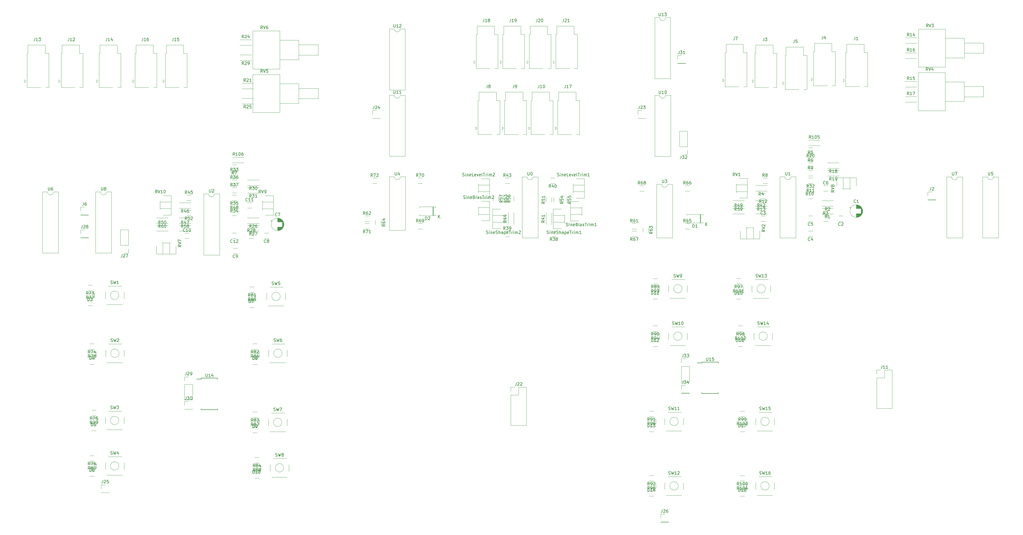
<source format=gbr>
%TF.GenerationSoftware,KiCad,Pcbnew,(6.0.5)*%
%TF.CreationDate,2023-04-26T04:57:18-04:00*%
%TF.ProjectId,as3340,61733333-3430-42e6-9b69-6361645f7063,rev?*%
%TF.SameCoordinates,Original*%
%TF.FileFunction,Legend,Top*%
%TF.FilePolarity,Positive*%
%FSLAX46Y46*%
G04 Gerber Fmt 4.6, Leading zero omitted, Abs format (unit mm)*
G04 Created by KiCad (PCBNEW (6.0.5)) date 2023-04-26 04:57:18*
%MOMM*%
%LPD*%
G01*
G04 APERTURE LIST*
%ADD10C,0.150000*%
%ADD11C,0.120000*%
G04 APERTURE END LIST*
D10*
%TO.C,R106*%
X92860952Y-92512380D02*
X92527619Y-92036190D01*
X92289523Y-92512380D02*
X92289523Y-91512380D01*
X92670476Y-91512380D01*
X92765714Y-91560000D01*
X92813333Y-91607619D01*
X92860952Y-91702857D01*
X92860952Y-91845714D01*
X92813333Y-91940952D01*
X92765714Y-91988571D01*
X92670476Y-92036190D01*
X92289523Y-92036190D01*
X93813333Y-92512380D02*
X93241904Y-92512380D01*
X93527619Y-92512380D02*
X93527619Y-91512380D01*
X93432380Y-91655238D01*
X93337142Y-91750476D01*
X93241904Y-91798095D01*
X94432380Y-91512380D02*
X94527619Y-91512380D01*
X94622857Y-91560000D01*
X94670476Y-91607619D01*
X94718095Y-91702857D01*
X94765714Y-91893333D01*
X94765714Y-92131428D01*
X94718095Y-92321904D01*
X94670476Y-92417142D01*
X94622857Y-92464761D01*
X94527619Y-92512380D01*
X94432380Y-92512380D01*
X94337142Y-92464761D01*
X94289523Y-92417142D01*
X94241904Y-92321904D01*
X94194285Y-92131428D01*
X94194285Y-91893333D01*
X94241904Y-91702857D01*
X94289523Y-91607619D01*
X94337142Y-91560000D01*
X94432380Y-91512380D01*
X95622857Y-91512380D02*
X95432380Y-91512380D01*
X95337142Y-91560000D01*
X95289523Y-91607619D01*
X95194285Y-91750476D01*
X95146666Y-91940952D01*
X95146666Y-92321904D01*
X95194285Y-92417142D01*
X95241904Y-92464761D01*
X95337142Y-92512380D01*
X95527619Y-92512380D01*
X95622857Y-92464761D01*
X95670476Y-92417142D01*
X95718095Y-92321904D01*
X95718095Y-92083809D01*
X95670476Y-91988571D01*
X95622857Y-91940952D01*
X95527619Y-91893333D01*
X95337142Y-91893333D01*
X95241904Y-91940952D01*
X95194285Y-91988571D01*
X95146666Y-92083809D01*
%TO.C,R105*%
X285900952Y-86797380D02*
X285567619Y-86321190D01*
X285329523Y-86797380D02*
X285329523Y-85797380D01*
X285710476Y-85797380D01*
X285805714Y-85845000D01*
X285853333Y-85892619D01*
X285900952Y-85987857D01*
X285900952Y-86130714D01*
X285853333Y-86225952D01*
X285805714Y-86273571D01*
X285710476Y-86321190D01*
X285329523Y-86321190D01*
X286853333Y-86797380D02*
X286281904Y-86797380D01*
X286567619Y-86797380D02*
X286567619Y-85797380D01*
X286472380Y-85940238D01*
X286377142Y-86035476D01*
X286281904Y-86083095D01*
X287472380Y-85797380D02*
X287567619Y-85797380D01*
X287662857Y-85845000D01*
X287710476Y-85892619D01*
X287758095Y-85987857D01*
X287805714Y-86178333D01*
X287805714Y-86416428D01*
X287758095Y-86606904D01*
X287710476Y-86702142D01*
X287662857Y-86749761D01*
X287567619Y-86797380D01*
X287472380Y-86797380D01*
X287377142Y-86749761D01*
X287329523Y-86702142D01*
X287281904Y-86606904D01*
X287234285Y-86416428D01*
X287234285Y-86178333D01*
X287281904Y-85987857D01*
X287329523Y-85892619D01*
X287377142Y-85845000D01*
X287472380Y-85797380D01*
X288710476Y-85797380D02*
X288234285Y-85797380D01*
X288186666Y-86273571D01*
X288234285Y-86225952D01*
X288329523Y-86178333D01*
X288567619Y-86178333D01*
X288662857Y-86225952D01*
X288710476Y-86273571D01*
X288758095Y-86368809D01*
X288758095Y-86606904D01*
X288710476Y-86702142D01*
X288662857Y-86749761D01*
X288567619Y-86797380D01*
X288329523Y-86797380D01*
X288234285Y-86749761D01*
X288186666Y-86702142D01*
%TO.C,R62*%
X136517142Y-112297380D02*
X136183809Y-111821190D01*
X135945714Y-112297380D02*
X135945714Y-111297380D01*
X136326666Y-111297380D01*
X136421904Y-111345000D01*
X136469523Y-111392619D01*
X136517142Y-111487857D01*
X136517142Y-111630714D01*
X136469523Y-111725952D01*
X136421904Y-111773571D01*
X136326666Y-111821190D01*
X135945714Y-111821190D01*
X137374285Y-111297380D02*
X137183809Y-111297380D01*
X137088571Y-111345000D01*
X137040952Y-111392619D01*
X136945714Y-111535476D01*
X136898095Y-111725952D01*
X136898095Y-112106904D01*
X136945714Y-112202142D01*
X136993333Y-112249761D01*
X137088571Y-112297380D01*
X137279047Y-112297380D01*
X137374285Y-112249761D01*
X137421904Y-112202142D01*
X137469523Y-112106904D01*
X137469523Y-111868809D01*
X137421904Y-111773571D01*
X137374285Y-111725952D01*
X137279047Y-111678333D01*
X137088571Y-111678333D01*
X136993333Y-111725952D01*
X136945714Y-111773571D01*
X136898095Y-111868809D01*
X137850476Y-111392619D02*
X137898095Y-111345000D01*
X137993333Y-111297380D01*
X138231428Y-111297380D01*
X138326666Y-111345000D01*
X138374285Y-111392619D01*
X138421904Y-111487857D01*
X138421904Y-111583095D01*
X138374285Y-111725952D01*
X137802857Y-112297380D01*
X138421904Y-112297380D01*
%TO.C,J30*%
X76585476Y-173307380D02*
X76585476Y-174021666D01*
X76537857Y-174164523D01*
X76442619Y-174259761D01*
X76299761Y-174307380D01*
X76204523Y-174307380D01*
X76966428Y-173307380D02*
X77585476Y-173307380D01*
X77252142Y-173688333D01*
X77395000Y-173688333D01*
X77490238Y-173735952D01*
X77537857Y-173783571D01*
X77585476Y-173878809D01*
X77585476Y-174116904D01*
X77537857Y-174212142D01*
X77490238Y-174259761D01*
X77395000Y-174307380D01*
X77109285Y-174307380D01*
X77014047Y-174259761D01*
X76966428Y-174212142D01*
X78204523Y-173307380D02*
X78299761Y-173307380D01*
X78395000Y-173355000D01*
X78442619Y-173402619D01*
X78490238Y-173497857D01*
X78537857Y-173688333D01*
X78537857Y-173926428D01*
X78490238Y-174116904D01*
X78442619Y-174212142D01*
X78395000Y-174259761D01*
X78299761Y-174307380D01*
X78204523Y-174307380D01*
X78109285Y-174259761D01*
X78061666Y-174212142D01*
X78014047Y-174116904D01*
X77966428Y-173926428D01*
X77966428Y-173688333D01*
X78014047Y-173497857D01*
X78061666Y-173402619D01*
X78109285Y-173355000D01*
X78204523Y-173307380D01*
%TO.C,R74*%
X44367142Y-158772380D02*
X44033809Y-158296190D01*
X43795714Y-158772380D02*
X43795714Y-157772380D01*
X44176666Y-157772380D01*
X44271904Y-157820000D01*
X44319523Y-157867619D01*
X44367142Y-157962857D01*
X44367142Y-158105714D01*
X44319523Y-158200952D01*
X44271904Y-158248571D01*
X44176666Y-158296190D01*
X43795714Y-158296190D01*
X44700476Y-157772380D02*
X45367142Y-157772380D01*
X44938571Y-158772380D01*
X46176666Y-158105714D02*
X46176666Y-158772380D01*
X45938571Y-157724761D02*
X45700476Y-158439047D01*
X46319523Y-158439047D01*
%TO.C,D1*%
X246286904Y-116582380D02*
X246286904Y-115582380D01*
X246525000Y-115582380D01*
X246667857Y-115630000D01*
X246763095Y-115725238D01*
X246810714Y-115820476D01*
X246858333Y-116010952D01*
X246858333Y-116153809D01*
X246810714Y-116344285D01*
X246763095Y-116439523D01*
X246667857Y-116534761D01*
X246525000Y-116582380D01*
X246286904Y-116582380D01*
X247810714Y-116582380D02*
X247239285Y-116582380D01*
X247525000Y-116582380D02*
X247525000Y-115582380D01*
X247429761Y-115725238D01*
X247334523Y-115820476D01*
X247239285Y-115868095D01*
X250573095Y-116012380D02*
X250573095Y-115012380D01*
X251144523Y-116012380D02*
X250715952Y-115440952D01*
X251144523Y-115012380D02*
X250573095Y-115583809D01*
%TO.C,J3*%
X270184166Y-53097380D02*
X270184166Y-53811666D01*
X270136547Y-53954523D01*
X270041309Y-54049761D01*
X269898452Y-54097380D01*
X269803214Y-54097380D01*
X270565119Y-53097380D02*
X271184166Y-53097380D01*
X270850833Y-53478333D01*
X270993690Y-53478333D01*
X271088928Y-53525952D01*
X271136547Y-53573571D01*
X271184166Y-53668809D01*
X271184166Y-53906904D01*
X271136547Y-54002142D01*
X271088928Y-54049761D01*
X270993690Y-54097380D01*
X270707976Y-54097380D01*
X270612738Y-54049761D01*
X270565119Y-54002142D01*
%TO.C,R73*%
X43732142Y-139087380D02*
X43398809Y-138611190D01*
X43160714Y-139087380D02*
X43160714Y-138087380D01*
X43541666Y-138087380D01*
X43636904Y-138135000D01*
X43684523Y-138182619D01*
X43732142Y-138277857D01*
X43732142Y-138420714D01*
X43684523Y-138515952D01*
X43636904Y-138563571D01*
X43541666Y-138611190D01*
X43160714Y-138611190D01*
X44065476Y-138087380D02*
X44732142Y-138087380D01*
X44303571Y-139087380D01*
X45017857Y-138087380D02*
X45636904Y-138087380D01*
X45303571Y-138468333D01*
X45446428Y-138468333D01*
X45541666Y-138515952D01*
X45589285Y-138563571D01*
X45636904Y-138658809D01*
X45636904Y-138896904D01*
X45589285Y-138992142D01*
X45541666Y-139039761D01*
X45446428Y-139087380D01*
X45160714Y-139087380D01*
X45065476Y-139039761D01*
X45017857Y-138992142D01*
%TO.C,R21*%
X96512142Y-67747380D02*
X96178809Y-67271190D01*
X95940714Y-67747380D02*
X95940714Y-66747380D01*
X96321666Y-66747380D01*
X96416904Y-66795000D01*
X96464523Y-66842619D01*
X96512142Y-66937857D01*
X96512142Y-67080714D01*
X96464523Y-67175952D01*
X96416904Y-67223571D01*
X96321666Y-67271190D01*
X95940714Y-67271190D01*
X96893095Y-66842619D02*
X96940714Y-66795000D01*
X97035952Y-66747380D01*
X97274047Y-66747380D01*
X97369285Y-66795000D01*
X97416904Y-66842619D01*
X97464523Y-66937857D01*
X97464523Y-67033095D01*
X97416904Y-67175952D01*
X96845476Y-67747380D01*
X97464523Y-67747380D01*
X98416904Y-67747380D02*
X97845476Y-67747380D01*
X98131190Y-67747380D02*
X98131190Y-66747380D01*
X98035952Y-66890238D01*
X97940714Y-66985476D01*
X97845476Y-67033095D01*
%TO.C,R98*%
X261612142Y-152767380D02*
X261278809Y-152291190D01*
X261040714Y-152767380D02*
X261040714Y-151767380D01*
X261421666Y-151767380D01*
X261516904Y-151815000D01*
X261564523Y-151862619D01*
X261612142Y-151957857D01*
X261612142Y-152100714D01*
X261564523Y-152195952D01*
X261516904Y-152243571D01*
X261421666Y-152291190D01*
X261040714Y-152291190D01*
X262088333Y-152767380D02*
X262278809Y-152767380D01*
X262374047Y-152719761D01*
X262421666Y-152672142D01*
X262516904Y-152529285D01*
X262564523Y-152338809D01*
X262564523Y-151957857D01*
X262516904Y-151862619D01*
X262469285Y-151815000D01*
X262374047Y-151767380D01*
X262183571Y-151767380D01*
X262088333Y-151815000D01*
X262040714Y-151862619D01*
X261993095Y-151957857D01*
X261993095Y-152195952D01*
X262040714Y-152291190D01*
X262088333Y-152338809D01*
X262183571Y-152386428D01*
X262374047Y-152386428D01*
X262469285Y-152338809D01*
X262516904Y-152291190D01*
X262564523Y-152195952D01*
X263135952Y-152195952D02*
X263040714Y-152148333D01*
X262993095Y-152100714D01*
X262945476Y-152005476D01*
X262945476Y-151957857D01*
X262993095Y-151862619D01*
X263040714Y-151815000D01*
X263135952Y-151767380D01*
X263326428Y-151767380D01*
X263421666Y-151815000D01*
X263469285Y-151862619D01*
X263516904Y-151957857D01*
X263516904Y-152005476D01*
X263469285Y-152100714D01*
X263421666Y-152148333D01*
X263326428Y-152195952D01*
X263135952Y-152195952D01*
X263040714Y-152243571D01*
X262993095Y-152291190D01*
X262945476Y-152386428D01*
X262945476Y-152576904D01*
X262993095Y-152672142D01*
X263040714Y-152719761D01*
X263135952Y-152767380D01*
X263326428Y-152767380D01*
X263421666Y-152719761D01*
X263469285Y-152672142D01*
X263516904Y-152576904D01*
X263516904Y-152386428D01*
X263469285Y-152291190D01*
X263421666Y-152243571D01*
X263326428Y-152195952D01*
%TO.C,C6*%
X290663333Y-102012142D02*
X290615714Y-102059761D01*
X290472857Y-102107380D01*
X290377619Y-102107380D01*
X290234761Y-102059761D01*
X290139523Y-101964523D01*
X290091904Y-101869285D01*
X290044285Y-101678809D01*
X290044285Y-101535952D01*
X290091904Y-101345476D01*
X290139523Y-101250238D01*
X290234761Y-101155000D01*
X290377619Y-101107380D01*
X290472857Y-101107380D01*
X290615714Y-101155000D01*
X290663333Y-101202619D01*
X291520476Y-101107380D02*
X291330000Y-101107380D01*
X291234761Y-101155000D01*
X291187142Y-101202619D01*
X291091904Y-101345476D01*
X291044285Y-101535952D01*
X291044285Y-101916904D01*
X291091904Y-102012142D01*
X291139523Y-102059761D01*
X291234761Y-102107380D01*
X291425238Y-102107380D01*
X291520476Y-102059761D01*
X291568095Y-102012142D01*
X291615714Y-101916904D01*
X291615714Y-101678809D01*
X291568095Y-101583571D01*
X291520476Y-101535952D01*
X291425238Y-101488333D01*
X291234761Y-101488333D01*
X291139523Y-101535952D01*
X291091904Y-101583571D01*
X291044285Y-101678809D01*
%TO.C,D15*%
X260405714Y-139042380D02*
X260405714Y-138042380D01*
X260643809Y-138042380D01*
X260786666Y-138090000D01*
X260881904Y-138185238D01*
X260929523Y-138280476D01*
X260977142Y-138470952D01*
X260977142Y-138613809D01*
X260929523Y-138804285D01*
X260881904Y-138899523D01*
X260786666Y-138994761D01*
X260643809Y-139042380D01*
X260405714Y-139042380D01*
X261929523Y-139042380D02*
X261358095Y-139042380D01*
X261643809Y-139042380D02*
X261643809Y-138042380D01*
X261548571Y-138185238D01*
X261453333Y-138280476D01*
X261358095Y-138328095D01*
X262834285Y-138042380D02*
X262358095Y-138042380D01*
X262310476Y-138518571D01*
X262358095Y-138470952D01*
X262453333Y-138423333D01*
X262691428Y-138423333D01*
X262786666Y-138470952D01*
X262834285Y-138518571D01*
X262881904Y-138613809D01*
X262881904Y-138851904D01*
X262834285Y-138947142D01*
X262786666Y-138994761D01*
X262691428Y-139042380D01*
X262453333Y-139042380D01*
X262358095Y-138994761D01*
X262310476Y-138947142D01*
%TO.C,R40*%
X198747142Y-103237380D02*
X198413809Y-102761190D01*
X198175714Y-103237380D02*
X198175714Y-102237380D01*
X198556666Y-102237380D01*
X198651904Y-102285000D01*
X198699523Y-102332619D01*
X198747142Y-102427857D01*
X198747142Y-102570714D01*
X198699523Y-102665952D01*
X198651904Y-102713571D01*
X198556666Y-102761190D01*
X198175714Y-102761190D01*
X199604285Y-102570714D02*
X199604285Y-103237380D01*
X199366190Y-102189761D02*
X199128095Y-102904047D01*
X199747142Y-102904047D01*
X200318571Y-102237380D02*
X200413809Y-102237380D01*
X200509047Y-102285000D01*
X200556666Y-102332619D01*
X200604285Y-102427857D01*
X200651904Y-102618333D01*
X200651904Y-102856428D01*
X200604285Y-103046904D01*
X200556666Y-103142142D01*
X200509047Y-103189761D01*
X200413809Y-103237380D01*
X200318571Y-103237380D01*
X200223333Y-103189761D01*
X200175714Y-103142142D01*
X200128095Y-103046904D01*
X200080476Y-102856428D01*
X200080476Y-102618333D01*
X200128095Y-102427857D01*
X200175714Y-102332619D01*
X200223333Y-102285000D01*
X200318571Y-102237380D01*
%TO.C,R5*%
X285583333Y-91977380D02*
X285250000Y-91501190D01*
X285011904Y-91977380D02*
X285011904Y-90977380D01*
X285392857Y-90977380D01*
X285488095Y-91025000D01*
X285535714Y-91072619D01*
X285583333Y-91167857D01*
X285583333Y-91310714D01*
X285535714Y-91405952D01*
X285488095Y-91453571D01*
X285392857Y-91501190D01*
X285011904Y-91501190D01*
X286488095Y-90977380D02*
X286011904Y-90977380D01*
X285964285Y-91453571D01*
X286011904Y-91405952D01*
X286107142Y-91358333D01*
X286345238Y-91358333D01*
X286440476Y-91405952D01*
X286488095Y-91453571D01*
X286535714Y-91548809D01*
X286535714Y-91786904D01*
X286488095Y-91882142D01*
X286440476Y-91929761D01*
X286345238Y-91977380D01*
X286107142Y-91977380D01*
X286011904Y-91929761D01*
X285964285Y-91882142D01*
%TO.C,D12*%
X232465714Y-154917380D02*
X232465714Y-153917380D01*
X232703809Y-153917380D01*
X232846666Y-153965000D01*
X232941904Y-154060238D01*
X232989523Y-154155476D01*
X233037142Y-154345952D01*
X233037142Y-154488809D01*
X232989523Y-154679285D01*
X232941904Y-154774523D01*
X232846666Y-154869761D01*
X232703809Y-154917380D01*
X232465714Y-154917380D01*
X233989523Y-154917380D02*
X233418095Y-154917380D01*
X233703809Y-154917380D02*
X233703809Y-153917380D01*
X233608571Y-154060238D01*
X233513333Y-154155476D01*
X233418095Y-154203095D01*
X234370476Y-154012619D02*
X234418095Y-153965000D01*
X234513333Y-153917380D01*
X234751428Y-153917380D01*
X234846666Y-153965000D01*
X234894285Y-154012619D01*
X234941904Y-154107857D01*
X234941904Y-154203095D01*
X234894285Y-154345952D01*
X234322857Y-154917380D01*
X234941904Y-154917380D01*
%TO.C,SineLevelTrim1*%
X200939047Y-99349761D02*
X201081904Y-99397380D01*
X201320000Y-99397380D01*
X201415238Y-99349761D01*
X201462857Y-99302142D01*
X201510476Y-99206904D01*
X201510476Y-99111666D01*
X201462857Y-99016428D01*
X201415238Y-98968809D01*
X201320000Y-98921190D01*
X201129523Y-98873571D01*
X201034285Y-98825952D01*
X200986666Y-98778333D01*
X200939047Y-98683095D01*
X200939047Y-98587857D01*
X200986666Y-98492619D01*
X201034285Y-98445000D01*
X201129523Y-98397380D01*
X201367619Y-98397380D01*
X201510476Y-98445000D01*
X201939047Y-99397380D02*
X201939047Y-98730714D01*
X201939047Y-98397380D02*
X201891428Y-98445000D01*
X201939047Y-98492619D01*
X201986666Y-98445000D01*
X201939047Y-98397380D01*
X201939047Y-98492619D01*
X202415238Y-98730714D02*
X202415238Y-99397380D01*
X202415238Y-98825952D02*
X202462857Y-98778333D01*
X202558095Y-98730714D01*
X202700952Y-98730714D01*
X202796190Y-98778333D01*
X202843809Y-98873571D01*
X202843809Y-99397380D01*
X203700952Y-99349761D02*
X203605714Y-99397380D01*
X203415238Y-99397380D01*
X203320000Y-99349761D01*
X203272380Y-99254523D01*
X203272380Y-98873571D01*
X203320000Y-98778333D01*
X203415238Y-98730714D01*
X203605714Y-98730714D01*
X203700952Y-98778333D01*
X203748571Y-98873571D01*
X203748571Y-98968809D01*
X203272380Y-99064047D01*
X204653333Y-99397380D02*
X204177142Y-99397380D01*
X204177142Y-98397380D01*
X205367619Y-99349761D02*
X205272380Y-99397380D01*
X205081904Y-99397380D01*
X204986666Y-99349761D01*
X204939047Y-99254523D01*
X204939047Y-98873571D01*
X204986666Y-98778333D01*
X205081904Y-98730714D01*
X205272380Y-98730714D01*
X205367619Y-98778333D01*
X205415238Y-98873571D01*
X205415238Y-98968809D01*
X204939047Y-99064047D01*
X205748571Y-98730714D02*
X205986666Y-99397380D01*
X206224761Y-98730714D01*
X206986666Y-99349761D02*
X206891428Y-99397380D01*
X206700952Y-99397380D01*
X206605714Y-99349761D01*
X206558095Y-99254523D01*
X206558095Y-98873571D01*
X206605714Y-98778333D01*
X206700952Y-98730714D01*
X206891428Y-98730714D01*
X206986666Y-98778333D01*
X207034285Y-98873571D01*
X207034285Y-98968809D01*
X206558095Y-99064047D01*
X207605714Y-99397380D02*
X207510476Y-99349761D01*
X207462857Y-99254523D01*
X207462857Y-98397380D01*
X207843809Y-98397380D02*
X208415238Y-98397380D01*
X208129523Y-99397380D02*
X208129523Y-98397380D01*
X208748571Y-99397380D02*
X208748571Y-98730714D01*
X208748571Y-98921190D02*
X208796190Y-98825952D01*
X208843809Y-98778333D01*
X208939047Y-98730714D01*
X209034285Y-98730714D01*
X209367619Y-99397380D02*
X209367619Y-98730714D01*
X209367619Y-98397380D02*
X209320000Y-98445000D01*
X209367619Y-98492619D01*
X209415238Y-98445000D01*
X209367619Y-98397380D01*
X209367619Y-98492619D01*
X209843809Y-99397380D02*
X209843809Y-98730714D01*
X209843809Y-98825952D02*
X209891428Y-98778333D01*
X209986666Y-98730714D01*
X210129523Y-98730714D01*
X210224761Y-98778333D01*
X210272380Y-98873571D01*
X210272380Y-99397380D01*
X210272380Y-98873571D02*
X210320000Y-98778333D01*
X210415238Y-98730714D01*
X210558095Y-98730714D01*
X210653333Y-98778333D01*
X210700952Y-98873571D01*
X210700952Y-99397380D01*
X211700952Y-99397380D02*
X211129523Y-99397380D01*
X211415238Y-99397380D02*
X211415238Y-98397380D01*
X211320000Y-98540238D01*
X211224761Y-98635476D01*
X211129523Y-98683095D01*
%TO.C,J31*%
X241760476Y-57447380D02*
X241760476Y-58161666D01*
X241712857Y-58304523D01*
X241617619Y-58399761D01*
X241474761Y-58447380D01*
X241379523Y-58447380D01*
X242141428Y-57447380D02*
X242760476Y-57447380D01*
X242427142Y-57828333D01*
X242570000Y-57828333D01*
X242665238Y-57875952D01*
X242712857Y-57923571D01*
X242760476Y-58018809D01*
X242760476Y-58256904D01*
X242712857Y-58352142D01*
X242665238Y-58399761D01*
X242570000Y-58447380D01*
X242284285Y-58447380D01*
X242189047Y-58399761D01*
X242141428Y-58352142D01*
X243712857Y-58447380D02*
X243141428Y-58447380D01*
X243427142Y-58447380D02*
X243427142Y-57447380D01*
X243331904Y-57590238D01*
X243236666Y-57685476D01*
X243141428Y-57733095D01*
%TO.C,SW3*%
X51296666Y-177369761D02*
X51439523Y-177417380D01*
X51677619Y-177417380D01*
X51772857Y-177369761D01*
X51820476Y-177322142D01*
X51868095Y-177226904D01*
X51868095Y-177131666D01*
X51820476Y-177036428D01*
X51772857Y-176988809D01*
X51677619Y-176941190D01*
X51487142Y-176893571D01*
X51391904Y-176845952D01*
X51344285Y-176798333D01*
X51296666Y-176703095D01*
X51296666Y-176607857D01*
X51344285Y-176512619D01*
X51391904Y-176465000D01*
X51487142Y-176417380D01*
X51725238Y-176417380D01*
X51868095Y-176465000D01*
X52201428Y-176417380D02*
X52439523Y-177417380D01*
X52630000Y-176703095D01*
X52820476Y-177417380D01*
X53058571Y-176417380D01*
X53344285Y-176417380D02*
X53963333Y-176417380D01*
X53630000Y-176798333D01*
X53772857Y-176798333D01*
X53868095Y-176845952D01*
X53915714Y-176893571D01*
X53963333Y-176988809D01*
X53963333Y-177226904D01*
X53915714Y-177322142D01*
X53868095Y-177369761D01*
X53772857Y-177417380D01*
X53487142Y-177417380D01*
X53391904Y-177369761D01*
X53344285Y-177322142D01*
%TO.C,C7*%
X107033333Y-112677142D02*
X106985714Y-112724761D01*
X106842857Y-112772380D01*
X106747619Y-112772380D01*
X106604761Y-112724761D01*
X106509523Y-112629523D01*
X106461904Y-112534285D01*
X106414285Y-112343809D01*
X106414285Y-112200952D01*
X106461904Y-112010476D01*
X106509523Y-111915238D01*
X106604761Y-111820000D01*
X106747619Y-111772380D01*
X106842857Y-111772380D01*
X106985714Y-111820000D01*
X107033333Y-111867619D01*
X107366666Y-111772380D02*
X108033333Y-111772380D01*
X107604761Y-112772380D01*
%TO.C,R47*%
X75557142Y-115372380D02*
X75223809Y-114896190D01*
X74985714Y-115372380D02*
X74985714Y-114372380D01*
X75366666Y-114372380D01*
X75461904Y-114420000D01*
X75509523Y-114467619D01*
X75557142Y-114562857D01*
X75557142Y-114705714D01*
X75509523Y-114800952D01*
X75461904Y-114848571D01*
X75366666Y-114896190D01*
X74985714Y-114896190D01*
X76414285Y-114705714D02*
X76414285Y-115372380D01*
X76176190Y-114324761D02*
X75938095Y-115039047D01*
X76557142Y-115039047D01*
X76842857Y-114372380D02*
X77509523Y-114372380D01*
X77080952Y-115372380D01*
%TO.C,J24*%
X139525476Y-75862380D02*
X139525476Y-76576666D01*
X139477857Y-76719523D01*
X139382619Y-76814761D01*
X139239761Y-76862380D01*
X139144523Y-76862380D01*
X139954047Y-75957619D02*
X140001666Y-75910000D01*
X140096904Y-75862380D01*
X140335000Y-75862380D01*
X140430238Y-75910000D01*
X140477857Y-75957619D01*
X140525476Y-76052857D01*
X140525476Y-76148095D01*
X140477857Y-76290952D01*
X139906428Y-76862380D01*
X140525476Y-76862380D01*
X141382619Y-76195714D02*
X141382619Y-76862380D01*
X141144523Y-75814761D02*
X140906428Y-76529047D01*
X141525476Y-76529047D01*
%TO.C,J12*%
X37297976Y-53097380D02*
X37297976Y-53811666D01*
X37250357Y-53954523D01*
X37155119Y-54049761D01*
X37012261Y-54097380D01*
X36917023Y-54097380D01*
X38297976Y-54097380D02*
X37726547Y-54097380D01*
X38012261Y-54097380D02*
X38012261Y-53097380D01*
X37917023Y-53240238D01*
X37821785Y-53335476D01*
X37726547Y-53383095D01*
X38678928Y-53192619D02*
X38726547Y-53145000D01*
X38821785Y-53097380D01*
X39059880Y-53097380D01*
X39155119Y-53145000D01*
X39202738Y-53192619D01*
X39250357Y-53287857D01*
X39250357Y-53383095D01*
X39202738Y-53525952D01*
X38631309Y-54097380D01*
X39250357Y-54097380D01*
%TO.C,RV10*%
X66873571Y-105072380D02*
X66540238Y-104596190D01*
X66302142Y-105072380D02*
X66302142Y-104072380D01*
X66683095Y-104072380D01*
X66778333Y-104120000D01*
X66825952Y-104167619D01*
X66873571Y-104262857D01*
X66873571Y-104405714D01*
X66825952Y-104500952D01*
X66778333Y-104548571D01*
X66683095Y-104596190D01*
X66302142Y-104596190D01*
X67159285Y-104072380D02*
X67492619Y-105072380D01*
X67825952Y-104072380D01*
X68683095Y-105072380D02*
X68111666Y-105072380D01*
X68397380Y-105072380D02*
X68397380Y-104072380D01*
X68302142Y-104215238D01*
X68206904Y-104310476D01*
X68111666Y-104358095D01*
X69302142Y-104072380D02*
X69397380Y-104072380D01*
X69492619Y-104120000D01*
X69540238Y-104167619D01*
X69587857Y-104262857D01*
X69635476Y-104453333D01*
X69635476Y-104691428D01*
X69587857Y-104881904D01*
X69540238Y-104977142D01*
X69492619Y-105024761D01*
X69397380Y-105072380D01*
X69302142Y-105072380D01*
X69206904Y-105024761D01*
X69159285Y-104977142D01*
X69111666Y-104881904D01*
X69064047Y-104691428D01*
X69064047Y-104453333D01*
X69111666Y-104262857D01*
X69159285Y-104167619D01*
X69206904Y-104120000D01*
X69302142Y-104072380D01*
%TO.C,SW6*%
X105981666Y-154854761D02*
X106124523Y-154902380D01*
X106362619Y-154902380D01*
X106457857Y-154854761D01*
X106505476Y-154807142D01*
X106553095Y-154711904D01*
X106553095Y-154616666D01*
X106505476Y-154521428D01*
X106457857Y-154473809D01*
X106362619Y-154426190D01*
X106172142Y-154378571D01*
X106076904Y-154330952D01*
X106029285Y-154283333D01*
X105981666Y-154188095D01*
X105981666Y-154092857D01*
X106029285Y-153997619D01*
X106076904Y-153950000D01*
X106172142Y-153902380D01*
X106410238Y-153902380D01*
X106553095Y-153950000D01*
X106886428Y-153902380D02*
X107124523Y-154902380D01*
X107315000Y-154188095D01*
X107505476Y-154902380D01*
X107743571Y-153902380D01*
X108553095Y-153902380D02*
X108362619Y-153902380D01*
X108267380Y-153950000D01*
X108219761Y-153997619D01*
X108124523Y-154140476D01*
X108076904Y-154330952D01*
X108076904Y-154711904D01*
X108124523Y-154807142D01*
X108172142Y-154854761D01*
X108267380Y-154902380D01*
X108457857Y-154902380D01*
X108553095Y-154854761D01*
X108600714Y-154807142D01*
X108648333Y-154711904D01*
X108648333Y-154473809D01*
X108600714Y-154378571D01*
X108553095Y-154330952D01*
X108457857Y-154283333D01*
X108267380Y-154283333D01*
X108172142Y-154330952D01*
X108124523Y-154378571D01*
X108076904Y-154473809D01*
%TO.C,R101*%
X260500952Y-138332380D02*
X260167619Y-137856190D01*
X259929523Y-138332380D02*
X259929523Y-137332380D01*
X260310476Y-137332380D01*
X260405714Y-137380000D01*
X260453333Y-137427619D01*
X260500952Y-137522857D01*
X260500952Y-137665714D01*
X260453333Y-137760952D01*
X260405714Y-137808571D01*
X260310476Y-137856190D01*
X259929523Y-137856190D01*
X261453333Y-138332380D02*
X260881904Y-138332380D01*
X261167619Y-138332380D02*
X261167619Y-137332380D01*
X261072380Y-137475238D01*
X260977142Y-137570476D01*
X260881904Y-137618095D01*
X262072380Y-137332380D02*
X262167619Y-137332380D01*
X262262857Y-137380000D01*
X262310476Y-137427619D01*
X262358095Y-137522857D01*
X262405714Y-137713333D01*
X262405714Y-137951428D01*
X262358095Y-138141904D01*
X262310476Y-138237142D01*
X262262857Y-138284761D01*
X262167619Y-138332380D01*
X262072380Y-138332380D01*
X261977142Y-138284761D01*
X261929523Y-138237142D01*
X261881904Y-138141904D01*
X261834285Y-137951428D01*
X261834285Y-137713333D01*
X261881904Y-137522857D01*
X261929523Y-137427619D01*
X261977142Y-137380000D01*
X262072380Y-137332380D01*
X263358095Y-138332380D02*
X262786666Y-138332380D01*
X263072380Y-138332380D02*
X263072380Y-137332380D01*
X262977142Y-137475238D01*
X262881904Y-137570476D01*
X262786666Y-137618095D01*
%TO.C,R97*%
X260977142Y-136892380D02*
X260643809Y-136416190D01*
X260405714Y-136892380D02*
X260405714Y-135892380D01*
X260786666Y-135892380D01*
X260881904Y-135940000D01*
X260929523Y-135987619D01*
X260977142Y-136082857D01*
X260977142Y-136225714D01*
X260929523Y-136320952D01*
X260881904Y-136368571D01*
X260786666Y-136416190D01*
X260405714Y-136416190D01*
X261453333Y-136892380D02*
X261643809Y-136892380D01*
X261739047Y-136844761D01*
X261786666Y-136797142D01*
X261881904Y-136654285D01*
X261929523Y-136463809D01*
X261929523Y-136082857D01*
X261881904Y-135987619D01*
X261834285Y-135940000D01*
X261739047Y-135892380D01*
X261548571Y-135892380D01*
X261453333Y-135940000D01*
X261405714Y-135987619D01*
X261358095Y-136082857D01*
X261358095Y-136320952D01*
X261405714Y-136416190D01*
X261453333Y-136463809D01*
X261548571Y-136511428D01*
X261739047Y-136511428D01*
X261834285Y-136463809D01*
X261881904Y-136416190D01*
X261929523Y-136320952D01*
X262262857Y-135892380D02*
X262929523Y-135892380D01*
X262500952Y-136892380D01*
%TO.C,SineShapeTrim1*%
X197461904Y-118669761D02*
X197604761Y-118717380D01*
X197842857Y-118717380D01*
X197938095Y-118669761D01*
X197985714Y-118622142D01*
X198033333Y-118526904D01*
X198033333Y-118431666D01*
X197985714Y-118336428D01*
X197938095Y-118288809D01*
X197842857Y-118241190D01*
X197652380Y-118193571D01*
X197557142Y-118145952D01*
X197509523Y-118098333D01*
X197461904Y-118003095D01*
X197461904Y-117907857D01*
X197509523Y-117812619D01*
X197557142Y-117765000D01*
X197652380Y-117717380D01*
X197890476Y-117717380D01*
X198033333Y-117765000D01*
X198461904Y-118717380D02*
X198461904Y-118050714D01*
X198461904Y-117717380D02*
X198414285Y-117765000D01*
X198461904Y-117812619D01*
X198509523Y-117765000D01*
X198461904Y-117717380D01*
X198461904Y-117812619D01*
X198938095Y-118050714D02*
X198938095Y-118717380D01*
X198938095Y-118145952D02*
X198985714Y-118098333D01*
X199080952Y-118050714D01*
X199223809Y-118050714D01*
X199319047Y-118098333D01*
X199366666Y-118193571D01*
X199366666Y-118717380D01*
X200223809Y-118669761D02*
X200128571Y-118717380D01*
X199938095Y-118717380D01*
X199842857Y-118669761D01*
X199795238Y-118574523D01*
X199795238Y-118193571D01*
X199842857Y-118098333D01*
X199938095Y-118050714D01*
X200128571Y-118050714D01*
X200223809Y-118098333D01*
X200271428Y-118193571D01*
X200271428Y-118288809D01*
X199795238Y-118384047D01*
X200652380Y-118669761D02*
X200795238Y-118717380D01*
X201033333Y-118717380D01*
X201128571Y-118669761D01*
X201176190Y-118622142D01*
X201223809Y-118526904D01*
X201223809Y-118431666D01*
X201176190Y-118336428D01*
X201128571Y-118288809D01*
X201033333Y-118241190D01*
X200842857Y-118193571D01*
X200747619Y-118145952D01*
X200700000Y-118098333D01*
X200652380Y-118003095D01*
X200652380Y-117907857D01*
X200700000Y-117812619D01*
X200747619Y-117765000D01*
X200842857Y-117717380D01*
X201080952Y-117717380D01*
X201223809Y-117765000D01*
X201652380Y-118717380D02*
X201652380Y-117717380D01*
X202080952Y-118717380D02*
X202080952Y-118193571D01*
X202033333Y-118098333D01*
X201938095Y-118050714D01*
X201795238Y-118050714D01*
X201700000Y-118098333D01*
X201652380Y-118145952D01*
X202985714Y-118717380D02*
X202985714Y-118193571D01*
X202938095Y-118098333D01*
X202842857Y-118050714D01*
X202652380Y-118050714D01*
X202557142Y-118098333D01*
X202985714Y-118669761D02*
X202890476Y-118717380D01*
X202652380Y-118717380D01*
X202557142Y-118669761D01*
X202509523Y-118574523D01*
X202509523Y-118479285D01*
X202557142Y-118384047D01*
X202652380Y-118336428D01*
X202890476Y-118336428D01*
X202985714Y-118288809D01*
X203461904Y-118050714D02*
X203461904Y-119050714D01*
X203461904Y-118098333D02*
X203557142Y-118050714D01*
X203747619Y-118050714D01*
X203842857Y-118098333D01*
X203890476Y-118145952D01*
X203938095Y-118241190D01*
X203938095Y-118526904D01*
X203890476Y-118622142D01*
X203842857Y-118669761D01*
X203747619Y-118717380D01*
X203557142Y-118717380D01*
X203461904Y-118669761D01*
X204747619Y-118669761D02*
X204652380Y-118717380D01*
X204461904Y-118717380D01*
X204366666Y-118669761D01*
X204319047Y-118574523D01*
X204319047Y-118193571D01*
X204366666Y-118098333D01*
X204461904Y-118050714D01*
X204652380Y-118050714D01*
X204747619Y-118098333D01*
X204795238Y-118193571D01*
X204795238Y-118288809D01*
X204319047Y-118384047D01*
X205080952Y-117717380D02*
X205652380Y-117717380D01*
X205366666Y-118717380D02*
X205366666Y-117717380D01*
X205985714Y-118717380D02*
X205985714Y-118050714D01*
X205985714Y-118241190D02*
X206033333Y-118145952D01*
X206080952Y-118098333D01*
X206176190Y-118050714D01*
X206271428Y-118050714D01*
X206604761Y-118717380D02*
X206604761Y-118050714D01*
X206604761Y-117717380D02*
X206557142Y-117765000D01*
X206604761Y-117812619D01*
X206652380Y-117765000D01*
X206604761Y-117717380D01*
X206604761Y-117812619D01*
X207080952Y-118717380D02*
X207080952Y-118050714D01*
X207080952Y-118145952D02*
X207128571Y-118098333D01*
X207223809Y-118050714D01*
X207366666Y-118050714D01*
X207461904Y-118098333D01*
X207509523Y-118193571D01*
X207509523Y-118717380D01*
X207509523Y-118193571D02*
X207557142Y-118098333D01*
X207652380Y-118050714D01*
X207795238Y-118050714D01*
X207890476Y-118098333D01*
X207938095Y-118193571D01*
X207938095Y-118717380D01*
X208938095Y-118717380D02*
X208366666Y-118717380D01*
X208652380Y-118717380D02*
X208652380Y-117717380D01*
X208557142Y-117860238D01*
X208461904Y-117955476D01*
X208366666Y-118003095D01*
%TO.C,R6*%
X285583333Y-94517380D02*
X285250000Y-94041190D01*
X285011904Y-94517380D02*
X285011904Y-93517380D01*
X285392857Y-93517380D01*
X285488095Y-93565000D01*
X285535714Y-93612619D01*
X285583333Y-93707857D01*
X285583333Y-93850714D01*
X285535714Y-93945952D01*
X285488095Y-93993571D01*
X285392857Y-94041190D01*
X285011904Y-94041190D01*
X286440476Y-93517380D02*
X286250000Y-93517380D01*
X286154761Y-93565000D01*
X286107142Y-93612619D01*
X286011904Y-93755476D01*
X285964285Y-93945952D01*
X285964285Y-94326904D01*
X286011904Y-94422142D01*
X286059523Y-94469761D01*
X286154761Y-94517380D01*
X286345238Y-94517380D01*
X286440476Y-94469761D01*
X286488095Y-94422142D01*
X286535714Y-94326904D01*
X286535714Y-94088809D01*
X286488095Y-93993571D01*
X286440476Y-93945952D01*
X286345238Y-93898333D01*
X286154761Y-93898333D01*
X286059523Y-93945952D01*
X286011904Y-93993571D01*
X285964285Y-94088809D01*
%TO.C,RV3*%
X325159761Y-49467380D02*
X324826428Y-48991190D01*
X324588333Y-49467380D02*
X324588333Y-48467380D01*
X324969285Y-48467380D01*
X325064523Y-48515000D01*
X325112142Y-48562619D01*
X325159761Y-48657857D01*
X325159761Y-48800714D01*
X325112142Y-48895952D01*
X325064523Y-48943571D01*
X324969285Y-48991190D01*
X324588333Y-48991190D01*
X325445476Y-48467380D02*
X325778809Y-49467380D01*
X326112142Y-48467380D01*
X326350238Y-48467380D02*
X326969285Y-48467380D01*
X326635952Y-48848333D01*
X326778809Y-48848333D01*
X326874047Y-48895952D01*
X326921666Y-48943571D01*
X326969285Y-49038809D01*
X326969285Y-49276904D01*
X326921666Y-49372142D01*
X326874047Y-49419761D01*
X326778809Y-49467380D01*
X326493095Y-49467380D01*
X326397857Y-49419761D01*
X326350238Y-49372142D01*
%TO.C,R48*%
X92067142Y-110392380D02*
X91733809Y-109916190D01*
X91495714Y-110392380D02*
X91495714Y-109392380D01*
X91876666Y-109392380D01*
X91971904Y-109440000D01*
X92019523Y-109487619D01*
X92067142Y-109582857D01*
X92067142Y-109725714D01*
X92019523Y-109820952D01*
X91971904Y-109868571D01*
X91876666Y-109916190D01*
X91495714Y-109916190D01*
X92924285Y-109725714D02*
X92924285Y-110392380D01*
X92686190Y-109344761D02*
X92448095Y-110059047D01*
X93067142Y-110059047D01*
X93590952Y-109820952D02*
X93495714Y-109773333D01*
X93448095Y-109725714D01*
X93400476Y-109630476D01*
X93400476Y-109582857D01*
X93448095Y-109487619D01*
X93495714Y-109440000D01*
X93590952Y-109392380D01*
X93781428Y-109392380D01*
X93876666Y-109440000D01*
X93924285Y-109487619D01*
X93971904Y-109582857D01*
X93971904Y-109630476D01*
X93924285Y-109725714D01*
X93876666Y-109773333D01*
X93781428Y-109820952D01*
X93590952Y-109820952D01*
X93495714Y-109868571D01*
X93448095Y-109916190D01*
X93400476Y-110011428D01*
X93400476Y-110201904D01*
X93448095Y-110297142D01*
X93495714Y-110344761D01*
X93590952Y-110392380D01*
X93781428Y-110392380D01*
X93876666Y-110344761D01*
X93924285Y-110297142D01*
X93971904Y-110201904D01*
X93971904Y-110011428D01*
X93924285Y-109916190D01*
X93876666Y-109868571D01*
X93781428Y-109820952D01*
%TO.C,RV5*%
X102184761Y-64692380D02*
X101851428Y-64216190D01*
X101613333Y-64692380D02*
X101613333Y-63692380D01*
X101994285Y-63692380D01*
X102089523Y-63740000D01*
X102137142Y-63787619D01*
X102184761Y-63882857D01*
X102184761Y-64025714D01*
X102137142Y-64120952D01*
X102089523Y-64168571D01*
X101994285Y-64216190D01*
X101613333Y-64216190D01*
X102470476Y-63692380D02*
X102803809Y-64692380D01*
X103137142Y-63692380D01*
X103946666Y-63692380D02*
X103470476Y-63692380D01*
X103422857Y-64168571D01*
X103470476Y-64120952D01*
X103565714Y-64073333D01*
X103803809Y-64073333D01*
X103899047Y-64120952D01*
X103946666Y-64168571D01*
X103994285Y-64263809D01*
X103994285Y-64501904D01*
X103946666Y-64597142D01*
X103899047Y-64644761D01*
X103803809Y-64692380D01*
X103565714Y-64692380D01*
X103470476Y-64644761D01*
X103422857Y-64597142D01*
%TO.C,U12*%
X146081904Y-48557380D02*
X146081904Y-49366904D01*
X146129523Y-49462142D01*
X146177142Y-49509761D01*
X146272380Y-49557380D01*
X146462857Y-49557380D01*
X146558095Y-49509761D01*
X146605714Y-49462142D01*
X146653333Y-49366904D01*
X146653333Y-48557380D01*
X147653333Y-49557380D02*
X147081904Y-49557380D01*
X147367619Y-49557380D02*
X147367619Y-48557380D01*
X147272380Y-48700238D01*
X147177142Y-48795476D01*
X147081904Y-48843095D01*
X148034285Y-48652619D02*
X148081904Y-48605000D01*
X148177142Y-48557380D01*
X148415238Y-48557380D01*
X148510476Y-48605000D01*
X148558095Y-48652619D01*
X148605714Y-48747857D01*
X148605714Y-48843095D01*
X148558095Y-48985952D01*
X147986666Y-49557380D01*
X148605714Y-49557380D01*
%TO.C,D11*%
X232465714Y-139042380D02*
X232465714Y-138042380D01*
X232703809Y-138042380D01*
X232846666Y-138090000D01*
X232941904Y-138185238D01*
X232989523Y-138280476D01*
X233037142Y-138470952D01*
X233037142Y-138613809D01*
X232989523Y-138804285D01*
X232941904Y-138899523D01*
X232846666Y-138994761D01*
X232703809Y-139042380D01*
X232465714Y-139042380D01*
X233989523Y-139042380D02*
X233418095Y-139042380D01*
X233703809Y-139042380D02*
X233703809Y-138042380D01*
X233608571Y-138185238D01*
X233513333Y-138280476D01*
X233418095Y-138328095D01*
X234941904Y-139042380D02*
X234370476Y-139042380D01*
X234656190Y-139042380D02*
X234656190Y-138042380D01*
X234560952Y-138185238D01*
X234465714Y-138280476D01*
X234370476Y-138328095D01*
%TO.C,R35*%
X92067142Y-108952380D02*
X91733809Y-108476190D01*
X91495714Y-108952380D02*
X91495714Y-107952380D01*
X91876666Y-107952380D01*
X91971904Y-108000000D01*
X92019523Y-108047619D01*
X92067142Y-108142857D01*
X92067142Y-108285714D01*
X92019523Y-108380952D01*
X91971904Y-108428571D01*
X91876666Y-108476190D01*
X91495714Y-108476190D01*
X92400476Y-107952380D02*
X93019523Y-107952380D01*
X92686190Y-108333333D01*
X92829047Y-108333333D01*
X92924285Y-108380952D01*
X92971904Y-108428571D01*
X93019523Y-108523809D01*
X93019523Y-108761904D01*
X92971904Y-108857142D01*
X92924285Y-108904761D01*
X92829047Y-108952380D01*
X92543333Y-108952380D01*
X92448095Y-108904761D01*
X92400476Y-108857142D01*
X93924285Y-107952380D02*
X93448095Y-107952380D01*
X93400476Y-108428571D01*
X93448095Y-108380952D01*
X93543333Y-108333333D01*
X93781428Y-108333333D01*
X93876666Y-108380952D01*
X93924285Y-108428571D01*
X93971904Y-108523809D01*
X93971904Y-108761904D01*
X93924285Y-108857142D01*
X93876666Y-108904761D01*
X93781428Y-108952380D01*
X93543333Y-108952380D01*
X93448095Y-108904761D01*
X93400476Y-108857142D01*
%TO.C,J26*%
X236045476Y-211117380D02*
X236045476Y-211831666D01*
X235997857Y-211974523D01*
X235902619Y-212069761D01*
X235759761Y-212117380D01*
X235664523Y-212117380D01*
X236474047Y-211212619D02*
X236521666Y-211165000D01*
X236616904Y-211117380D01*
X236855000Y-211117380D01*
X236950238Y-211165000D01*
X236997857Y-211212619D01*
X237045476Y-211307857D01*
X237045476Y-211403095D01*
X236997857Y-211545952D01*
X236426428Y-212117380D01*
X237045476Y-212117380D01*
X237902619Y-211117380D02*
X237712142Y-211117380D01*
X237616904Y-211165000D01*
X237569285Y-211212619D01*
X237474047Y-211355476D01*
X237426428Y-211545952D01*
X237426428Y-211926904D01*
X237474047Y-212022142D01*
X237521666Y-212069761D01*
X237616904Y-212117380D01*
X237807380Y-212117380D01*
X237902619Y-212069761D01*
X237950238Y-212022142D01*
X237997857Y-211926904D01*
X237997857Y-211688809D01*
X237950238Y-211593571D01*
X237902619Y-211545952D01*
X237807380Y-211498333D01*
X237616904Y-211498333D01*
X237521666Y-211545952D01*
X237474047Y-211593571D01*
X237426428Y-211688809D01*
%TO.C,R94*%
X233037142Y-154207380D02*
X232703809Y-153731190D01*
X232465714Y-154207380D02*
X232465714Y-153207380D01*
X232846666Y-153207380D01*
X232941904Y-153255000D01*
X232989523Y-153302619D01*
X233037142Y-153397857D01*
X233037142Y-153540714D01*
X232989523Y-153635952D01*
X232941904Y-153683571D01*
X232846666Y-153731190D01*
X232465714Y-153731190D01*
X233513333Y-154207380D02*
X233703809Y-154207380D01*
X233799047Y-154159761D01*
X233846666Y-154112142D01*
X233941904Y-153969285D01*
X233989523Y-153778809D01*
X233989523Y-153397857D01*
X233941904Y-153302619D01*
X233894285Y-153255000D01*
X233799047Y-153207380D01*
X233608571Y-153207380D01*
X233513333Y-153255000D01*
X233465714Y-153302619D01*
X233418095Y-153397857D01*
X233418095Y-153635952D01*
X233465714Y-153731190D01*
X233513333Y-153778809D01*
X233608571Y-153826428D01*
X233799047Y-153826428D01*
X233894285Y-153778809D01*
X233941904Y-153731190D01*
X233989523Y-153635952D01*
X234846666Y-153540714D02*
X234846666Y-154207380D01*
X234608571Y-153159761D02*
X234370476Y-153874047D01*
X234989523Y-153874047D01*
%TO.C,SineBiasTrim1*%
X203898571Y-116089761D02*
X204041428Y-116137380D01*
X204279523Y-116137380D01*
X204374761Y-116089761D01*
X204422380Y-116042142D01*
X204470000Y-115946904D01*
X204470000Y-115851666D01*
X204422380Y-115756428D01*
X204374761Y-115708809D01*
X204279523Y-115661190D01*
X204089047Y-115613571D01*
X203993809Y-115565952D01*
X203946190Y-115518333D01*
X203898571Y-115423095D01*
X203898571Y-115327857D01*
X203946190Y-115232619D01*
X203993809Y-115185000D01*
X204089047Y-115137380D01*
X204327142Y-115137380D01*
X204470000Y-115185000D01*
X204898571Y-116137380D02*
X204898571Y-115470714D01*
X204898571Y-115137380D02*
X204850952Y-115185000D01*
X204898571Y-115232619D01*
X204946190Y-115185000D01*
X204898571Y-115137380D01*
X204898571Y-115232619D01*
X205374761Y-115470714D02*
X205374761Y-116137380D01*
X205374761Y-115565952D02*
X205422380Y-115518333D01*
X205517619Y-115470714D01*
X205660476Y-115470714D01*
X205755714Y-115518333D01*
X205803333Y-115613571D01*
X205803333Y-116137380D01*
X206660476Y-116089761D02*
X206565238Y-116137380D01*
X206374761Y-116137380D01*
X206279523Y-116089761D01*
X206231904Y-115994523D01*
X206231904Y-115613571D01*
X206279523Y-115518333D01*
X206374761Y-115470714D01*
X206565238Y-115470714D01*
X206660476Y-115518333D01*
X206708095Y-115613571D01*
X206708095Y-115708809D01*
X206231904Y-115804047D01*
X207470000Y-115613571D02*
X207612857Y-115661190D01*
X207660476Y-115708809D01*
X207708095Y-115804047D01*
X207708095Y-115946904D01*
X207660476Y-116042142D01*
X207612857Y-116089761D01*
X207517619Y-116137380D01*
X207136666Y-116137380D01*
X207136666Y-115137380D01*
X207470000Y-115137380D01*
X207565238Y-115185000D01*
X207612857Y-115232619D01*
X207660476Y-115327857D01*
X207660476Y-115423095D01*
X207612857Y-115518333D01*
X207565238Y-115565952D01*
X207470000Y-115613571D01*
X207136666Y-115613571D01*
X208136666Y-116137380D02*
X208136666Y-115470714D01*
X208136666Y-115137380D02*
X208089047Y-115185000D01*
X208136666Y-115232619D01*
X208184285Y-115185000D01*
X208136666Y-115137380D01*
X208136666Y-115232619D01*
X209041428Y-116137380D02*
X209041428Y-115613571D01*
X208993809Y-115518333D01*
X208898571Y-115470714D01*
X208708095Y-115470714D01*
X208612857Y-115518333D01*
X209041428Y-116089761D02*
X208946190Y-116137380D01*
X208708095Y-116137380D01*
X208612857Y-116089761D01*
X208565238Y-115994523D01*
X208565238Y-115899285D01*
X208612857Y-115804047D01*
X208708095Y-115756428D01*
X208946190Y-115756428D01*
X209041428Y-115708809D01*
X209470000Y-116089761D02*
X209565238Y-116137380D01*
X209755714Y-116137380D01*
X209850952Y-116089761D01*
X209898571Y-115994523D01*
X209898571Y-115946904D01*
X209850952Y-115851666D01*
X209755714Y-115804047D01*
X209612857Y-115804047D01*
X209517619Y-115756428D01*
X209470000Y-115661190D01*
X209470000Y-115613571D01*
X209517619Y-115518333D01*
X209612857Y-115470714D01*
X209755714Y-115470714D01*
X209850952Y-115518333D01*
X210184285Y-115137380D02*
X210755714Y-115137380D01*
X210470000Y-116137380D02*
X210470000Y-115137380D01*
X211089047Y-116137380D02*
X211089047Y-115470714D01*
X211089047Y-115661190D02*
X211136666Y-115565952D01*
X211184285Y-115518333D01*
X211279523Y-115470714D01*
X211374761Y-115470714D01*
X211708095Y-116137380D02*
X211708095Y-115470714D01*
X211708095Y-115137380D02*
X211660476Y-115185000D01*
X211708095Y-115232619D01*
X211755714Y-115185000D01*
X211708095Y-115137380D01*
X211708095Y-115232619D01*
X212184285Y-116137380D02*
X212184285Y-115470714D01*
X212184285Y-115565952D02*
X212231904Y-115518333D01*
X212327142Y-115470714D01*
X212470000Y-115470714D01*
X212565238Y-115518333D01*
X212612857Y-115613571D01*
X212612857Y-116137380D01*
X212612857Y-115613571D02*
X212660476Y-115518333D01*
X212755714Y-115470714D01*
X212898571Y-115470714D01*
X212993809Y-115518333D01*
X213041428Y-115613571D01*
X213041428Y-116137380D01*
X214041428Y-116137380D02*
X213470000Y-116137380D01*
X213755714Y-116137380D02*
X213755714Y-115137380D01*
X213660476Y-115280238D01*
X213565238Y-115375476D01*
X213470000Y-115423095D01*
%TO.C,R64*%
X143242380Y-115577857D02*
X142766190Y-115911190D01*
X143242380Y-116149285D02*
X142242380Y-116149285D01*
X142242380Y-115768333D01*
X142290000Y-115673095D01*
X142337619Y-115625476D01*
X142432857Y-115577857D01*
X142575714Y-115577857D01*
X142670952Y-115625476D01*
X142718571Y-115673095D01*
X142766190Y-115768333D01*
X142766190Y-116149285D01*
X142242380Y-114720714D02*
X142242380Y-114911190D01*
X142290000Y-115006428D01*
X142337619Y-115054047D01*
X142480476Y-115149285D01*
X142670952Y-115196904D01*
X143051904Y-115196904D01*
X143147142Y-115149285D01*
X143194761Y-115101666D01*
X143242380Y-115006428D01*
X143242380Y-114815952D01*
X143194761Y-114720714D01*
X143147142Y-114673095D01*
X143051904Y-114625476D01*
X142813809Y-114625476D01*
X142718571Y-114673095D01*
X142670952Y-114720714D01*
X142623333Y-114815952D01*
X142623333Y-115006428D01*
X142670952Y-115101666D01*
X142718571Y-115149285D01*
X142813809Y-115196904D01*
X142575714Y-113768333D02*
X143242380Y-113768333D01*
X142194761Y-114006428D02*
X142909047Y-114244523D01*
X142909047Y-113625476D01*
%TO.C,R14*%
X318762142Y-52507380D02*
X318428809Y-52031190D01*
X318190714Y-52507380D02*
X318190714Y-51507380D01*
X318571666Y-51507380D01*
X318666904Y-51555000D01*
X318714523Y-51602619D01*
X318762142Y-51697857D01*
X318762142Y-51840714D01*
X318714523Y-51935952D01*
X318666904Y-51983571D01*
X318571666Y-52031190D01*
X318190714Y-52031190D01*
X319714523Y-52507380D02*
X319143095Y-52507380D01*
X319428809Y-52507380D02*
X319428809Y-51507380D01*
X319333571Y-51650238D01*
X319238333Y-51745476D01*
X319143095Y-51793095D01*
X320571666Y-51840714D02*
X320571666Y-52507380D01*
X320333571Y-51459761D02*
X320095476Y-52174047D01*
X320714523Y-52174047D01*
%TO.C,R19*%
X292727142Y-100797380D02*
X292393809Y-100321190D01*
X292155714Y-100797380D02*
X292155714Y-99797380D01*
X292536666Y-99797380D01*
X292631904Y-99845000D01*
X292679523Y-99892619D01*
X292727142Y-99987857D01*
X292727142Y-100130714D01*
X292679523Y-100225952D01*
X292631904Y-100273571D01*
X292536666Y-100321190D01*
X292155714Y-100321190D01*
X293679523Y-100797380D02*
X293108095Y-100797380D01*
X293393809Y-100797380D02*
X293393809Y-99797380D01*
X293298571Y-99940238D01*
X293203333Y-100035476D01*
X293108095Y-100083095D01*
X294155714Y-100797380D02*
X294346190Y-100797380D01*
X294441428Y-100749761D01*
X294489047Y-100702142D01*
X294584285Y-100559285D01*
X294631904Y-100368809D01*
X294631904Y-99987857D01*
X294584285Y-99892619D01*
X294536666Y-99845000D01*
X294441428Y-99797380D01*
X294250952Y-99797380D01*
X294155714Y-99845000D01*
X294108095Y-99892619D01*
X294060476Y-99987857D01*
X294060476Y-100225952D01*
X294108095Y-100321190D01*
X294155714Y-100368809D01*
X294250952Y-100416428D01*
X294441428Y-100416428D01*
X294536666Y-100368809D01*
X294584285Y-100321190D01*
X294631904Y-100225952D01*
%TO.C,R43*%
X183507142Y-99597380D02*
X183173809Y-99121190D01*
X182935714Y-99597380D02*
X182935714Y-98597380D01*
X183316666Y-98597380D01*
X183411904Y-98645000D01*
X183459523Y-98692619D01*
X183507142Y-98787857D01*
X183507142Y-98930714D01*
X183459523Y-99025952D01*
X183411904Y-99073571D01*
X183316666Y-99121190D01*
X182935714Y-99121190D01*
X184364285Y-98930714D02*
X184364285Y-99597380D01*
X184126190Y-98549761D02*
X183888095Y-99264047D01*
X184507142Y-99264047D01*
X184792857Y-98597380D02*
X185411904Y-98597380D01*
X185078571Y-98978333D01*
X185221428Y-98978333D01*
X185316666Y-99025952D01*
X185364285Y-99073571D01*
X185411904Y-99168809D01*
X185411904Y-99406904D01*
X185364285Y-99502142D01*
X185316666Y-99549761D01*
X185221428Y-99597380D01*
X184935714Y-99597380D01*
X184840476Y-99549761D01*
X184792857Y-99502142D01*
%TO.C,C3*%
X269718333Y-112172142D02*
X269670714Y-112219761D01*
X269527857Y-112267380D01*
X269432619Y-112267380D01*
X269289761Y-112219761D01*
X269194523Y-112124523D01*
X269146904Y-112029285D01*
X269099285Y-111838809D01*
X269099285Y-111695952D01*
X269146904Y-111505476D01*
X269194523Y-111410238D01*
X269289761Y-111315000D01*
X269432619Y-111267380D01*
X269527857Y-111267380D01*
X269670714Y-111315000D01*
X269718333Y-111362619D01*
X270051666Y-111267380D02*
X270670714Y-111267380D01*
X270337380Y-111648333D01*
X270480238Y-111648333D01*
X270575476Y-111695952D01*
X270623095Y-111743571D01*
X270670714Y-111838809D01*
X270670714Y-112076904D01*
X270623095Y-112172142D01*
X270575476Y-112219761D01*
X270480238Y-112267380D01*
X270194523Y-112267380D01*
X270099285Y-112219761D01*
X270051666Y-112172142D01*
%TO.C,C10*%
X76192142Y-117887142D02*
X76144523Y-117934761D01*
X76001666Y-117982380D01*
X75906428Y-117982380D01*
X75763571Y-117934761D01*
X75668333Y-117839523D01*
X75620714Y-117744285D01*
X75573095Y-117553809D01*
X75573095Y-117410952D01*
X75620714Y-117220476D01*
X75668333Y-117125238D01*
X75763571Y-117030000D01*
X75906428Y-116982380D01*
X76001666Y-116982380D01*
X76144523Y-117030000D01*
X76192142Y-117077619D01*
X77144523Y-117982380D02*
X76573095Y-117982380D01*
X76858809Y-117982380D02*
X76858809Y-116982380D01*
X76763571Y-117125238D01*
X76668333Y-117220476D01*
X76573095Y-117268095D01*
X77763571Y-116982380D02*
X77858809Y-116982380D01*
X77954047Y-117030000D01*
X78001666Y-117077619D01*
X78049285Y-117172857D01*
X78096904Y-117363333D01*
X78096904Y-117601428D01*
X78049285Y-117791904D01*
X78001666Y-117887142D01*
X77954047Y-117934761D01*
X77858809Y-117982380D01*
X77763571Y-117982380D01*
X77668333Y-117934761D01*
X77620714Y-117887142D01*
X77573095Y-117791904D01*
X77525476Y-117601428D01*
X77525476Y-117363333D01*
X77573095Y-117172857D01*
X77620714Y-117077619D01*
X77668333Y-117030000D01*
X77763571Y-116982380D01*
%TO.C,U3*%
X236103095Y-100622380D02*
X236103095Y-101431904D01*
X236150714Y-101527142D01*
X236198333Y-101574761D01*
X236293571Y-101622380D01*
X236484047Y-101622380D01*
X236579285Y-101574761D01*
X236626904Y-101527142D01*
X236674523Y-101431904D01*
X236674523Y-100622380D01*
X237055476Y-100622380D02*
X237674523Y-100622380D01*
X237341190Y-101003333D01*
X237484047Y-101003333D01*
X237579285Y-101050952D01*
X237626904Y-101098571D01*
X237674523Y-101193809D01*
X237674523Y-101431904D01*
X237626904Y-101527142D01*
X237579285Y-101574761D01*
X237484047Y-101622380D01*
X237198333Y-101622380D01*
X237103095Y-101574761D01*
X237055476Y-101527142D01*
%TO.C,J23*%
X228425476Y-75862380D02*
X228425476Y-76576666D01*
X228377857Y-76719523D01*
X228282619Y-76814761D01*
X228139761Y-76862380D01*
X228044523Y-76862380D01*
X228854047Y-75957619D02*
X228901666Y-75910000D01*
X228996904Y-75862380D01*
X229235000Y-75862380D01*
X229330238Y-75910000D01*
X229377857Y-75957619D01*
X229425476Y-76052857D01*
X229425476Y-76148095D01*
X229377857Y-76290952D01*
X228806428Y-76862380D01*
X229425476Y-76862380D01*
X229758809Y-75862380D02*
X230377857Y-75862380D01*
X230044523Y-76243333D01*
X230187380Y-76243333D01*
X230282619Y-76290952D01*
X230330238Y-76338571D01*
X230377857Y-76433809D01*
X230377857Y-76671904D01*
X230330238Y-76767142D01*
X230282619Y-76814761D01*
X230187380Y-76862380D01*
X229901666Y-76862380D01*
X229806428Y-76814761D01*
X229758809Y-76767142D01*
%TO.C,R42*%
X268607142Y-109657380D02*
X268273809Y-109181190D01*
X268035714Y-109657380D02*
X268035714Y-108657380D01*
X268416666Y-108657380D01*
X268511904Y-108705000D01*
X268559523Y-108752619D01*
X268607142Y-108847857D01*
X268607142Y-108990714D01*
X268559523Y-109085952D01*
X268511904Y-109133571D01*
X268416666Y-109181190D01*
X268035714Y-109181190D01*
X269464285Y-108990714D02*
X269464285Y-109657380D01*
X269226190Y-108609761D02*
X268988095Y-109324047D01*
X269607142Y-109324047D01*
X269940476Y-108752619D02*
X269988095Y-108705000D01*
X270083333Y-108657380D01*
X270321428Y-108657380D01*
X270416666Y-108705000D01*
X270464285Y-108752619D01*
X270511904Y-108847857D01*
X270511904Y-108943095D01*
X270464285Y-109085952D01*
X269892857Y-109657380D01*
X270511904Y-109657380D01*
%TO.C,R55*%
X205472380Y-107957857D02*
X204996190Y-108291190D01*
X205472380Y-108529285D02*
X204472380Y-108529285D01*
X204472380Y-108148333D01*
X204520000Y-108053095D01*
X204567619Y-108005476D01*
X204662857Y-107957857D01*
X204805714Y-107957857D01*
X204900952Y-108005476D01*
X204948571Y-108053095D01*
X204996190Y-108148333D01*
X204996190Y-108529285D01*
X204472380Y-107053095D02*
X204472380Y-107529285D01*
X204948571Y-107576904D01*
X204900952Y-107529285D01*
X204853333Y-107434047D01*
X204853333Y-107195952D01*
X204900952Y-107100714D01*
X204948571Y-107053095D01*
X205043809Y-107005476D01*
X205281904Y-107005476D01*
X205377142Y-107053095D01*
X205424761Y-107100714D01*
X205472380Y-107195952D01*
X205472380Y-107434047D01*
X205424761Y-107529285D01*
X205377142Y-107576904D01*
X204472380Y-106100714D02*
X204472380Y-106576904D01*
X204948571Y-106624523D01*
X204900952Y-106576904D01*
X204853333Y-106481666D01*
X204853333Y-106243571D01*
X204900952Y-106148333D01*
X204948571Y-106100714D01*
X205043809Y-106053095D01*
X205281904Y-106053095D01*
X205377142Y-106100714D01*
X205424761Y-106148333D01*
X205472380Y-106243571D01*
X205472380Y-106481666D01*
X205424761Y-106576904D01*
X205377142Y-106624523D01*
%TO.C,R16*%
X318762142Y-57587380D02*
X318428809Y-57111190D01*
X318190714Y-57587380D02*
X318190714Y-56587380D01*
X318571666Y-56587380D01*
X318666904Y-56635000D01*
X318714523Y-56682619D01*
X318762142Y-56777857D01*
X318762142Y-56920714D01*
X318714523Y-57015952D01*
X318666904Y-57063571D01*
X318571666Y-57111190D01*
X318190714Y-57111190D01*
X319714523Y-57587380D02*
X319143095Y-57587380D01*
X319428809Y-57587380D02*
X319428809Y-56587380D01*
X319333571Y-56730238D01*
X319238333Y-56825476D01*
X319143095Y-56873095D01*
X320571666Y-56587380D02*
X320381190Y-56587380D01*
X320285952Y-56635000D01*
X320238333Y-56682619D01*
X320143095Y-56825476D01*
X320095476Y-57015952D01*
X320095476Y-57396904D01*
X320143095Y-57492142D01*
X320190714Y-57539761D01*
X320285952Y-57587380D01*
X320476428Y-57587380D01*
X320571666Y-57539761D01*
X320619285Y-57492142D01*
X320666904Y-57396904D01*
X320666904Y-57158809D01*
X320619285Y-57063571D01*
X320571666Y-57015952D01*
X320476428Y-56968333D01*
X320285952Y-56968333D01*
X320190714Y-57015952D01*
X320143095Y-57063571D01*
X320095476Y-57158809D01*
%TO.C,R61*%
X226062142Y-114832380D02*
X225728809Y-114356190D01*
X225490714Y-114832380D02*
X225490714Y-113832380D01*
X225871666Y-113832380D01*
X225966904Y-113880000D01*
X226014523Y-113927619D01*
X226062142Y-114022857D01*
X226062142Y-114165714D01*
X226014523Y-114260952D01*
X225966904Y-114308571D01*
X225871666Y-114356190D01*
X225490714Y-114356190D01*
X226919285Y-113832380D02*
X226728809Y-113832380D01*
X226633571Y-113880000D01*
X226585952Y-113927619D01*
X226490714Y-114070476D01*
X226443095Y-114260952D01*
X226443095Y-114641904D01*
X226490714Y-114737142D01*
X226538333Y-114784761D01*
X226633571Y-114832380D01*
X226824047Y-114832380D01*
X226919285Y-114784761D01*
X226966904Y-114737142D01*
X227014523Y-114641904D01*
X227014523Y-114403809D01*
X226966904Y-114308571D01*
X226919285Y-114260952D01*
X226824047Y-114213333D01*
X226633571Y-114213333D01*
X226538333Y-114260952D01*
X226490714Y-114308571D01*
X226443095Y-114403809D01*
X227966904Y-114832380D02*
X227395476Y-114832380D01*
X227681190Y-114832380D02*
X227681190Y-113832380D01*
X227585952Y-113975238D01*
X227490714Y-114070476D01*
X227395476Y-114118095D01*
%TO.C,R72*%
X139057142Y-99597380D02*
X138723809Y-99121190D01*
X138485714Y-99597380D02*
X138485714Y-98597380D01*
X138866666Y-98597380D01*
X138961904Y-98645000D01*
X139009523Y-98692619D01*
X139057142Y-98787857D01*
X139057142Y-98930714D01*
X139009523Y-99025952D01*
X138961904Y-99073571D01*
X138866666Y-99121190D01*
X138485714Y-99121190D01*
X139390476Y-98597380D02*
X140057142Y-98597380D01*
X139628571Y-99597380D01*
X140390476Y-98692619D02*
X140438095Y-98645000D01*
X140533333Y-98597380D01*
X140771428Y-98597380D01*
X140866666Y-98645000D01*
X140914285Y-98692619D01*
X140961904Y-98787857D01*
X140961904Y-98883095D01*
X140914285Y-99025952D01*
X140342857Y-99597380D01*
X140961904Y-99597380D01*
%TO.C,R52*%
X76827142Y-114032380D02*
X76493809Y-113556190D01*
X76255714Y-114032380D02*
X76255714Y-113032380D01*
X76636666Y-113032380D01*
X76731904Y-113080000D01*
X76779523Y-113127619D01*
X76827142Y-113222857D01*
X76827142Y-113365714D01*
X76779523Y-113460952D01*
X76731904Y-113508571D01*
X76636666Y-113556190D01*
X76255714Y-113556190D01*
X77731904Y-113032380D02*
X77255714Y-113032380D01*
X77208095Y-113508571D01*
X77255714Y-113460952D01*
X77350952Y-113413333D01*
X77589047Y-113413333D01*
X77684285Y-113460952D01*
X77731904Y-113508571D01*
X77779523Y-113603809D01*
X77779523Y-113841904D01*
X77731904Y-113937142D01*
X77684285Y-113984761D01*
X77589047Y-114032380D01*
X77350952Y-114032380D01*
X77255714Y-113984761D01*
X77208095Y-113937142D01*
X78160476Y-113127619D02*
X78208095Y-113080000D01*
X78303333Y-113032380D01*
X78541428Y-113032380D01*
X78636666Y-113080000D01*
X78684285Y-113127619D01*
X78731904Y-113222857D01*
X78731904Y-113318095D01*
X78684285Y-113460952D01*
X78112857Y-114032380D01*
X78731904Y-114032380D01*
%TO.C,R75*%
X45002142Y-180997380D02*
X44668809Y-180521190D01*
X44430714Y-180997380D02*
X44430714Y-179997380D01*
X44811666Y-179997380D01*
X44906904Y-180045000D01*
X44954523Y-180092619D01*
X45002142Y-180187857D01*
X45002142Y-180330714D01*
X44954523Y-180425952D01*
X44906904Y-180473571D01*
X44811666Y-180521190D01*
X44430714Y-180521190D01*
X45335476Y-179997380D02*
X46002142Y-179997380D01*
X45573571Y-180997380D01*
X46859285Y-179997380D02*
X46383095Y-179997380D01*
X46335476Y-180473571D01*
X46383095Y-180425952D01*
X46478333Y-180378333D01*
X46716428Y-180378333D01*
X46811666Y-180425952D01*
X46859285Y-180473571D01*
X46906904Y-180568809D01*
X46906904Y-180806904D01*
X46859285Y-180902142D01*
X46811666Y-180949761D01*
X46716428Y-180997380D01*
X46478333Y-180997380D01*
X46383095Y-180949761D01*
X46335476Y-180902142D01*
%TO.C,R87*%
X98977142Y-183072380D02*
X98643809Y-182596190D01*
X98405714Y-183072380D02*
X98405714Y-182072380D01*
X98786666Y-182072380D01*
X98881904Y-182120000D01*
X98929523Y-182167619D01*
X98977142Y-182262857D01*
X98977142Y-182405714D01*
X98929523Y-182500952D01*
X98881904Y-182548571D01*
X98786666Y-182596190D01*
X98405714Y-182596190D01*
X99548571Y-182500952D02*
X99453333Y-182453333D01*
X99405714Y-182405714D01*
X99358095Y-182310476D01*
X99358095Y-182262857D01*
X99405714Y-182167619D01*
X99453333Y-182120000D01*
X99548571Y-182072380D01*
X99739047Y-182072380D01*
X99834285Y-182120000D01*
X99881904Y-182167619D01*
X99929523Y-182262857D01*
X99929523Y-182310476D01*
X99881904Y-182405714D01*
X99834285Y-182453333D01*
X99739047Y-182500952D01*
X99548571Y-182500952D01*
X99453333Y-182548571D01*
X99405714Y-182596190D01*
X99358095Y-182691428D01*
X99358095Y-182881904D01*
X99405714Y-182977142D01*
X99453333Y-183024761D01*
X99548571Y-183072380D01*
X99739047Y-183072380D01*
X99834285Y-183024761D01*
X99881904Y-182977142D01*
X99929523Y-182881904D01*
X99929523Y-182691428D01*
X99881904Y-182596190D01*
X99834285Y-182548571D01*
X99739047Y-182500952D01*
X100262857Y-182072380D02*
X100929523Y-182072380D01*
X100500952Y-183072380D01*
%TO.C,SW10*%
X239490476Y-149139761D02*
X239633333Y-149187380D01*
X239871428Y-149187380D01*
X239966666Y-149139761D01*
X240014285Y-149092142D01*
X240061904Y-148996904D01*
X240061904Y-148901666D01*
X240014285Y-148806428D01*
X239966666Y-148758809D01*
X239871428Y-148711190D01*
X239680952Y-148663571D01*
X239585714Y-148615952D01*
X239538095Y-148568333D01*
X239490476Y-148473095D01*
X239490476Y-148377857D01*
X239538095Y-148282619D01*
X239585714Y-148235000D01*
X239680952Y-148187380D01*
X239919047Y-148187380D01*
X240061904Y-148235000D01*
X240395238Y-148187380D02*
X240633333Y-149187380D01*
X240823809Y-148473095D01*
X241014285Y-149187380D01*
X241252380Y-148187380D01*
X242157142Y-149187380D02*
X241585714Y-149187380D01*
X241871428Y-149187380D02*
X241871428Y-148187380D01*
X241776190Y-148330238D01*
X241680952Y-148425476D01*
X241585714Y-148473095D01*
X242776190Y-148187380D02*
X242871428Y-148187380D01*
X242966666Y-148235000D01*
X243014285Y-148282619D01*
X243061904Y-148377857D01*
X243109523Y-148568333D01*
X243109523Y-148806428D01*
X243061904Y-148996904D01*
X243014285Y-149092142D01*
X242966666Y-149139761D01*
X242871428Y-149187380D01*
X242776190Y-149187380D01*
X242680952Y-149139761D01*
X242633333Y-149092142D01*
X242585714Y-148996904D01*
X242538095Y-148806428D01*
X242538095Y-148568333D01*
X242585714Y-148377857D01*
X242633333Y-148282619D01*
X242680952Y-148235000D01*
X242776190Y-148187380D01*
%TO.C,R13*%
X268597142Y-110957380D02*
X268263809Y-110481190D01*
X268025714Y-110957380D02*
X268025714Y-109957380D01*
X268406666Y-109957380D01*
X268501904Y-110005000D01*
X268549523Y-110052619D01*
X268597142Y-110147857D01*
X268597142Y-110290714D01*
X268549523Y-110385952D01*
X268501904Y-110433571D01*
X268406666Y-110481190D01*
X268025714Y-110481190D01*
X269549523Y-110957380D02*
X268978095Y-110957380D01*
X269263809Y-110957380D02*
X269263809Y-109957380D01*
X269168571Y-110100238D01*
X269073333Y-110195476D01*
X268978095Y-110243095D01*
X269882857Y-109957380D02*
X270501904Y-109957380D01*
X270168571Y-110338333D01*
X270311428Y-110338333D01*
X270406666Y-110385952D01*
X270454285Y-110433571D01*
X270501904Y-110528809D01*
X270501904Y-110766904D01*
X270454285Y-110862142D01*
X270406666Y-110909761D01*
X270311428Y-110957380D01*
X270025714Y-110957380D01*
X269930476Y-110909761D01*
X269882857Y-110862142D01*
%TO.C,R29*%
X95877142Y-62062380D02*
X95543809Y-61586190D01*
X95305714Y-62062380D02*
X95305714Y-61062380D01*
X95686666Y-61062380D01*
X95781904Y-61110000D01*
X95829523Y-61157619D01*
X95877142Y-61252857D01*
X95877142Y-61395714D01*
X95829523Y-61490952D01*
X95781904Y-61538571D01*
X95686666Y-61586190D01*
X95305714Y-61586190D01*
X96258095Y-61157619D02*
X96305714Y-61110000D01*
X96400952Y-61062380D01*
X96639047Y-61062380D01*
X96734285Y-61110000D01*
X96781904Y-61157619D01*
X96829523Y-61252857D01*
X96829523Y-61348095D01*
X96781904Y-61490952D01*
X96210476Y-62062380D01*
X96829523Y-62062380D01*
X97305714Y-62062380D02*
X97496190Y-62062380D01*
X97591428Y-62014761D01*
X97639047Y-61967142D01*
X97734285Y-61824285D01*
X97781904Y-61633809D01*
X97781904Y-61252857D01*
X97734285Y-61157619D01*
X97686666Y-61110000D01*
X97591428Y-61062380D01*
X97400952Y-61062380D01*
X97305714Y-61110000D01*
X97258095Y-61157619D01*
X97210476Y-61252857D01*
X97210476Y-61490952D01*
X97258095Y-61586190D01*
X97305714Y-61633809D01*
X97400952Y-61681428D01*
X97591428Y-61681428D01*
X97686666Y-61633809D01*
X97734285Y-61586190D01*
X97781904Y-61490952D01*
%TO.C,J6*%
X42211666Y-108247380D02*
X42211666Y-108961666D01*
X42164047Y-109104523D01*
X42068809Y-109199761D01*
X41925952Y-109247380D01*
X41830714Y-109247380D01*
X43116428Y-108247380D02*
X42925952Y-108247380D01*
X42830714Y-108295000D01*
X42783095Y-108342619D01*
X42687857Y-108485476D01*
X42640238Y-108675952D01*
X42640238Y-109056904D01*
X42687857Y-109152142D01*
X42735476Y-109199761D01*
X42830714Y-109247380D01*
X43021190Y-109247380D01*
X43116428Y-109199761D01*
X43164047Y-109152142D01*
X43211666Y-109056904D01*
X43211666Y-108818809D01*
X43164047Y-108723571D01*
X43116428Y-108675952D01*
X43021190Y-108628333D01*
X42830714Y-108628333D01*
X42735476Y-108675952D01*
X42687857Y-108723571D01*
X42640238Y-108818809D01*
%TO.C,J13*%
X25867976Y-53097380D02*
X25867976Y-53811666D01*
X25820357Y-53954523D01*
X25725119Y-54049761D01*
X25582261Y-54097380D01*
X25487023Y-54097380D01*
X26867976Y-54097380D02*
X26296547Y-54097380D01*
X26582261Y-54097380D02*
X26582261Y-53097380D01*
X26487023Y-53240238D01*
X26391785Y-53335476D01*
X26296547Y-53383095D01*
X27201309Y-53097380D02*
X27820357Y-53097380D01*
X27487023Y-53478333D01*
X27629880Y-53478333D01*
X27725119Y-53525952D01*
X27772738Y-53573571D01*
X27820357Y-53668809D01*
X27820357Y-53906904D01*
X27772738Y-54002142D01*
X27725119Y-54049761D01*
X27629880Y-54097380D01*
X27344166Y-54097380D01*
X27248928Y-54049761D01*
X27201309Y-54002142D01*
%TO.C,R92*%
X231767142Y-202932380D02*
X231433809Y-202456190D01*
X231195714Y-202932380D02*
X231195714Y-201932380D01*
X231576666Y-201932380D01*
X231671904Y-201980000D01*
X231719523Y-202027619D01*
X231767142Y-202122857D01*
X231767142Y-202265714D01*
X231719523Y-202360952D01*
X231671904Y-202408571D01*
X231576666Y-202456190D01*
X231195714Y-202456190D01*
X232243333Y-202932380D02*
X232433809Y-202932380D01*
X232529047Y-202884761D01*
X232576666Y-202837142D01*
X232671904Y-202694285D01*
X232719523Y-202503809D01*
X232719523Y-202122857D01*
X232671904Y-202027619D01*
X232624285Y-201980000D01*
X232529047Y-201932380D01*
X232338571Y-201932380D01*
X232243333Y-201980000D01*
X232195714Y-202027619D01*
X232148095Y-202122857D01*
X232148095Y-202360952D01*
X232195714Y-202456190D01*
X232243333Y-202503809D01*
X232338571Y-202551428D01*
X232529047Y-202551428D01*
X232624285Y-202503809D01*
X232671904Y-202456190D01*
X232719523Y-202360952D01*
X233100476Y-202027619D02*
X233148095Y-201980000D01*
X233243333Y-201932380D01*
X233481428Y-201932380D01*
X233576666Y-201980000D01*
X233624285Y-202027619D01*
X233671904Y-202122857D01*
X233671904Y-202218095D01*
X233624285Y-202360952D01*
X233052857Y-202932380D01*
X233671904Y-202932380D01*
%TO.C,R9*%
X285583333Y-97057380D02*
X285250000Y-96581190D01*
X285011904Y-97057380D02*
X285011904Y-96057380D01*
X285392857Y-96057380D01*
X285488095Y-96105000D01*
X285535714Y-96152619D01*
X285583333Y-96247857D01*
X285583333Y-96390714D01*
X285535714Y-96485952D01*
X285488095Y-96533571D01*
X285392857Y-96581190D01*
X285011904Y-96581190D01*
X286059523Y-97057380D02*
X286250000Y-97057380D01*
X286345238Y-97009761D01*
X286392857Y-96962142D01*
X286488095Y-96819285D01*
X286535714Y-96628809D01*
X286535714Y-96247857D01*
X286488095Y-96152619D01*
X286440476Y-96105000D01*
X286345238Y-96057380D01*
X286154761Y-96057380D01*
X286059523Y-96105000D01*
X286011904Y-96152619D01*
X285964285Y-96247857D01*
X285964285Y-96485952D01*
X286011904Y-96581190D01*
X286059523Y-96628809D01*
X286154761Y-96676428D01*
X286345238Y-96676428D01*
X286440476Y-96628809D01*
X286488095Y-96581190D01*
X286535714Y-96485952D01*
%TO.C,SW13*%
X267430476Y-133264761D02*
X267573333Y-133312380D01*
X267811428Y-133312380D01*
X267906666Y-133264761D01*
X267954285Y-133217142D01*
X268001904Y-133121904D01*
X268001904Y-133026666D01*
X267954285Y-132931428D01*
X267906666Y-132883809D01*
X267811428Y-132836190D01*
X267620952Y-132788571D01*
X267525714Y-132740952D01*
X267478095Y-132693333D01*
X267430476Y-132598095D01*
X267430476Y-132502857D01*
X267478095Y-132407619D01*
X267525714Y-132360000D01*
X267620952Y-132312380D01*
X267859047Y-132312380D01*
X268001904Y-132360000D01*
X268335238Y-132312380D02*
X268573333Y-133312380D01*
X268763809Y-132598095D01*
X268954285Y-133312380D01*
X269192380Y-132312380D01*
X270097142Y-133312380D02*
X269525714Y-133312380D01*
X269811428Y-133312380D02*
X269811428Y-132312380D01*
X269716190Y-132455238D01*
X269620952Y-132550476D01*
X269525714Y-132598095D01*
X270430476Y-132312380D02*
X271049523Y-132312380D01*
X270716190Y-132693333D01*
X270859047Y-132693333D01*
X270954285Y-132740952D01*
X271001904Y-132788571D01*
X271049523Y-132883809D01*
X271049523Y-133121904D01*
X271001904Y-133217142D01*
X270954285Y-133264761D01*
X270859047Y-133312380D01*
X270573333Y-133312380D01*
X270478095Y-133264761D01*
X270430476Y-133217142D01*
%TO.C,SW14*%
X268065476Y-149139761D02*
X268208333Y-149187380D01*
X268446428Y-149187380D01*
X268541666Y-149139761D01*
X268589285Y-149092142D01*
X268636904Y-148996904D01*
X268636904Y-148901666D01*
X268589285Y-148806428D01*
X268541666Y-148758809D01*
X268446428Y-148711190D01*
X268255952Y-148663571D01*
X268160714Y-148615952D01*
X268113095Y-148568333D01*
X268065476Y-148473095D01*
X268065476Y-148377857D01*
X268113095Y-148282619D01*
X268160714Y-148235000D01*
X268255952Y-148187380D01*
X268494047Y-148187380D01*
X268636904Y-148235000D01*
X268970238Y-148187380D02*
X269208333Y-149187380D01*
X269398809Y-148473095D01*
X269589285Y-149187380D01*
X269827380Y-148187380D01*
X270732142Y-149187380D02*
X270160714Y-149187380D01*
X270446428Y-149187380D02*
X270446428Y-148187380D01*
X270351190Y-148330238D01*
X270255952Y-148425476D01*
X270160714Y-148473095D01*
X271589285Y-148520714D02*
X271589285Y-149187380D01*
X271351190Y-148139761D02*
X271113095Y-148854047D01*
X271732142Y-148854047D01*
%TO.C,RV7*%
X74902380Y-122515238D02*
X74426190Y-122848571D01*
X74902380Y-123086666D02*
X73902380Y-123086666D01*
X73902380Y-122705714D01*
X73950000Y-122610476D01*
X73997619Y-122562857D01*
X74092857Y-122515238D01*
X74235714Y-122515238D01*
X74330952Y-122562857D01*
X74378571Y-122610476D01*
X74426190Y-122705714D01*
X74426190Y-123086666D01*
X73902380Y-122229523D02*
X74902380Y-121896190D01*
X73902380Y-121562857D01*
X73902380Y-121324761D02*
X73902380Y-120658095D01*
X74902380Y-121086666D01*
%TO.C,R93*%
X233037142Y-138332380D02*
X232703809Y-137856190D01*
X232465714Y-138332380D02*
X232465714Y-137332380D01*
X232846666Y-137332380D01*
X232941904Y-137380000D01*
X232989523Y-137427619D01*
X233037142Y-137522857D01*
X233037142Y-137665714D01*
X232989523Y-137760952D01*
X232941904Y-137808571D01*
X232846666Y-137856190D01*
X232465714Y-137856190D01*
X233513333Y-138332380D02*
X233703809Y-138332380D01*
X233799047Y-138284761D01*
X233846666Y-138237142D01*
X233941904Y-138094285D01*
X233989523Y-137903809D01*
X233989523Y-137522857D01*
X233941904Y-137427619D01*
X233894285Y-137380000D01*
X233799047Y-137332380D01*
X233608571Y-137332380D01*
X233513333Y-137380000D01*
X233465714Y-137427619D01*
X233418095Y-137522857D01*
X233418095Y-137760952D01*
X233465714Y-137856190D01*
X233513333Y-137903809D01*
X233608571Y-137951428D01*
X233799047Y-137951428D01*
X233894285Y-137903809D01*
X233941904Y-137856190D01*
X233989523Y-137760952D01*
X234322857Y-137332380D02*
X234941904Y-137332380D01*
X234608571Y-137713333D01*
X234751428Y-137713333D01*
X234846666Y-137760952D01*
X234894285Y-137808571D01*
X234941904Y-137903809D01*
X234941904Y-138141904D01*
X234894285Y-138237142D01*
X234846666Y-138284761D01*
X234751428Y-138332380D01*
X234465714Y-138332380D01*
X234370476Y-138284761D01*
X234322857Y-138237142D01*
%TO.C,U15*%
X250856904Y-160257380D02*
X250856904Y-161066904D01*
X250904523Y-161162142D01*
X250952142Y-161209761D01*
X251047380Y-161257380D01*
X251237857Y-161257380D01*
X251333095Y-161209761D01*
X251380714Y-161162142D01*
X251428333Y-161066904D01*
X251428333Y-160257380D01*
X252428333Y-161257380D02*
X251856904Y-161257380D01*
X252142619Y-161257380D02*
X252142619Y-160257380D01*
X252047380Y-160400238D01*
X251952142Y-160495476D01*
X251856904Y-160543095D01*
X253333095Y-160257380D02*
X252856904Y-160257380D01*
X252809285Y-160733571D01*
X252856904Y-160685952D01*
X252952142Y-160638333D01*
X253190238Y-160638333D01*
X253285476Y-160685952D01*
X253333095Y-160733571D01*
X253380714Y-160828809D01*
X253380714Y-161066904D01*
X253333095Y-161162142D01*
X253285476Y-161209761D01*
X253190238Y-161257380D01*
X252952142Y-161257380D01*
X252856904Y-161209761D01*
X252809285Y-161162142D01*
%TO.C,RV4*%
X325069761Y-64057380D02*
X324736428Y-63581190D01*
X324498333Y-64057380D02*
X324498333Y-63057380D01*
X324879285Y-63057380D01*
X324974523Y-63105000D01*
X325022142Y-63152619D01*
X325069761Y-63247857D01*
X325069761Y-63390714D01*
X325022142Y-63485952D01*
X324974523Y-63533571D01*
X324879285Y-63581190D01*
X324498333Y-63581190D01*
X325355476Y-63057380D02*
X325688809Y-64057380D01*
X326022142Y-63057380D01*
X326784047Y-63390714D02*
X326784047Y-64057380D01*
X326545952Y-63009761D02*
X326307857Y-63724047D01*
X326926904Y-63724047D01*
%TO.C,U8*%
X48133095Y-103167380D02*
X48133095Y-103976904D01*
X48180714Y-104072142D01*
X48228333Y-104119761D01*
X48323571Y-104167380D01*
X48514047Y-104167380D01*
X48609285Y-104119761D01*
X48656904Y-104072142D01*
X48704523Y-103976904D01*
X48704523Y-103167380D01*
X49323571Y-103595952D02*
X49228333Y-103548333D01*
X49180714Y-103500714D01*
X49133095Y-103405476D01*
X49133095Y-103357857D01*
X49180714Y-103262619D01*
X49228333Y-103215000D01*
X49323571Y-103167380D01*
X49514047Y-103167380D01*
X49609285Y-103215000D01*
X49656904Y-103262619D01*
X49704523Y-103357857D01*
X49704523Y-103405476D01*
X49656904Y-103500714D01*
X49609285Y-103548333D01*
X49514047Y-103595952D01*
X49323571Y-103595952D01*
X49228333Y-103643571D01*
X49180714Y-103691190D01*
X49133095Y-103786428D01*
X49133095Y-103976904D01*
X49180714Y-104072142D01*
X49228333Y-104119761D01*
X49323571Y-104167380D01*
X49514047Y-104167380D01*
X49609285Y-104119761D01*
X49656904Y-104072142D01*
X49704523Y-103976904D01*
X49704523Y-103786428D01*
X49656904Y-103691190D01*
X49609285Y-103643571D01*
X49514047Y-103595952D01*
%TO.C,J4*%
X289869166Y-52462380D02*
X289869166Y-53176666D01*
X289821547Y-53319523D01*
X289726309Y-53414761D01*
X289583452Y-53462380D01*
X289488214Y-53462380D01*
X290773928Y-52795714D02*
X290773928Y-53462380D01*
X290535833Y-52414761D02*
X290297738Y-53129047D01*
X290916785Y-53129047D01*
%TO.C,R99*%
X262247142Y-181342380D02*
X261913809Y-180866190D01*
X261675714Y-181342380D02*
X261675714Y-180342380D01*
X262056666Y-180342380D01*
X262151904Y-180390000D01*
X262199523Y-180437619D01*
X262247142Y-180532857D01*
X262247142Y-180675714D01*
X262199523Y-180770952D01*
X262151904Y-180818571D01*
X262056666Y-180866190D01*
X261675714Y-180866190D01*
X262723333Y-181342380D02*
X262913809Y-181342380D01*
X263009047Y-181294761D01*
X263056666Y-181247142D01*
X263151904Y-181104285D01*
X263199523Y-180913809D01*
X263199523Y-180532857D01*
X263151904Y-180437619D01*
X263104285Y-180390000D01*
X263009047Y-180342380D01*
X262818571Y-180342380D01*
X262723333Y-180390000D01*
X262675714Y-180437619D01*
X262628095Y-180532857D01*
X262628095Y-180770952D01*
X262675714Y-180866190D01*
X262723333Y-180913809D01*
X262818571Y-180961428D01*
X263009047Y-180961428D01*
X263104285Y-180913809D01*
X263151904Y-180866190D01*
X263199523Y-180770952D01*
X263675714Y-181342380D02*
X263866190Y-181342380D01*
X263961428Y-181294761D01*
X264009047Y-181247142D01*
X264104285Y-181104285D01*
X264151904Y-180913809D01*
X264151904Y-180532857D01*
X264104285Y-180437619D01*
X264056666Y-180390000D01*
X263961428Y-180342380D01*
X263770952Y-180342380D01*
X263675714Y-180390000D01*
X263628095Y-180437619D01*
X263580476Y-180532857D01*
X263580476Y-180770952D01*
X263628095Y-180866190D01*
X263675714Y-180913809D01*
X263770952Y-180961428D01*
X263961428Y-180961428D01*
X264056666Y-180913809D01*
X264104285Y-180866190D01*
X264151904Y-180770952D01*
%TO.C,R103*%
X261770952Y-182782380D02*
X261437619Y-182306190D01*
X261199523Y-182782380D02*
X261199523Y-181782380D01*
X261580476Y-181782380D01*
X261675714Y-181830000D01*
X261723333Y-181877619D01*
X261770952Y-181972857D01*
X261770952Y-182115714D01*
X261723333Y-182210952D01*
X261675714Y-182258571D01*
X261580476Y-182306190D01*
X261199523Y-182306190D01*
X262723333Y-182782380D02*
X262151904Y-182782380D01*
X262437619Y-182782380D02*
X262437619Y-181782380D01*
X262342380Y-181925238D01*
X262247142Y-182020476D01*
X262151904Y-182068095D01*
X263342380Y-181782380D02*
X263437619Y-181782380D01*
X263532857Y-181830000D01*
X263580476Y-181877619D01*
X263628095Y-181972857D01*
X263675714Y-182163333D01*
X263675714Y-182401428D01*
X263628095Y-182591904D01*
X263580476Y-182687142D01*
X263532857Y-182734761D01*
X263437619Y-182782380D01*
X263342380Y-182782380D01*
X263247142Y-182734761D01*
X263199523Y-182687142D01*
X263151904Y-182591904D01*
X263104285Y-182401428D01*
X263104285Y-182163333D01*
X263151904Y-181972857D01*
X263199523Y-181877619D01*
X263247142Y-181830000D01*
X263342380Y-181782380D01*
X264009047Y-181782380D02*
X264628095Y-181782380D01*
X264294761Y-182163333D01*
X264437619Y-182163333D01*
X264532857Y-182210952D01*
X264580476Y-182258571D01*
X264628095Y-182353809D01*
X264628095Y-182591904D01*
X264580476Y-182687142D01*
X264532857Y-182734761D01*
X264437619Y-182782380D01*
X264151904Y-182782380D01*
X264056666Y-182734761D01*
X264009047Y-182687142D01*
%TO.C,R86*%
X98977142Y-160212380D02*
X98643809Y-159736190D01*
X98405714Y-160212380D02*
X98405714Y-159212380D01*
X98786666Y-159212380D01*
X98881904Y-159260000D01*
X98929523Y-159307619D01*
X98977142Y-159402857D01*
X98977142Y-159545714D01*
X98929523Y-159640952D01*
X98881904Y-159688571D01*
X98786666Y-159736190D01*
X98405714Y-159736190D01*
X99548571Y-159640952D02*
X99453333Y-159593333D01*
X99405714Y-159545714D01*
X99358095Y-159450476D01*
X99358095Y-159402857D01*
X99405714Y-159307619D01*
X99453333Y-159260000D01*
X99548571Y-159212380D01*
X99739047Y-159212380D01*
X99834285Y-159260000D01*
X99881904Y-159307619D01*
X99929523Y-159402857D01*
X99929523Y-159450476D01*
X99881904Y-159545714D01*
X99834285Y-159593333D01*
X99739047Y-159640952D01*
X99548571Y-159640952D01*
X99453333Y-159688571D01*
X99405714Y-159736190D01*
X99358095Y-159831428D01*
X99358095Y-160021904D01*
X99405714Y-160117142D01*
X99453333Y-160164761D01*
X99548571Y-160212380D01*
X99739047Y-160212380D01*
X99834285Y-160164761D01*
X99881904Y-160117142D01*
X99929523Y-160021904D01*
X99929523Y-159831428D01*
X99881904Y-159736190D01*
X99834285Y-159688571D01*
X99739047Y-159640952D01*
X100786666Y-159212380D02*
X100596190Y-159212380D01*
X100500952Y-159260000D01*
X100453333Y-159307619D01*
X100358095Y-159450476D01*
X100310476Y-159640952D01*
X100310476Y-160021904D01*
X100358095Y-160117142D01*
X100405714Y-160164761D01*
X100500952Y-160212380D01*
X100691428Y-160212380D01*
X100786666Y-160164761D01*
X100834285Y-160117142D01*
X100881904Y-160021904D01*
X100881904Y-159783809D01*
X100834285Y-159688571D01*
X100786666Y-159640952D01*
X100691428Y-159593333D01*
X100500952Y-159593333D01*
X100405714Y-159640952D01*
X100358095Y-159688571D01*
X100310476Y-159783809D01*
%TO.C,U13*%
X234981904Y-44747380D02*
X234981904Y-45556904D01*
X235029523Y-45652142D01*
X235077142Y-45699761D01*
X235172380Y-45747380D01*
X235362857Y-45747380D01*
X235458095Y-45699761D01*
X235505714Y-45652142D01*
X235553333Y-45556904D01*
X235553333Y-44747380D01*
X236553333Y-45747380D02*
X235981904Y-45747380D01*
X236267619Y-45747380D02*
X236267619Y-44747380D01*
X236172380Y-44890238D01*
X236077142Y-44985476D01*
X235981904Y-45033095D01*
X236886666Y-44747380D02*
X237505714Y-44747380D01*
X237172380Y-45128333D01*
X237315238Y-45128333D01*
X237410476Y-45175952D01*
X237458095Y-45223571D01*
X237505714Y-45318809D01*
X237505714Y-45556904D01*
X237458095Y-45652142D01*
X237410476Y-45699761D01*
X237315238Y-45747380D01*
X237029523Y-45747380D01*
X236934285Y-45699761D01*
X236886666Y-45652142D01*
%TO.C,R2*%
X291298333Y-110957380D02*
X290965000Y-110481190D01*
X290726904Y-110957380D02*
X290726904Y-109957380D01*
X291107857Y-109957380D01*
X291203095Y-110005000D01*
X291250714Y-110052619D01*
X291298333Y-110147857D01*
X291298333Y-110290714D01*
X291250714Y-110385952D01*
X291203095Y-110433571D01*
X291107857Y-110481190D01*
X290726904Y-110481190D01*
X291679285Y-110052619D02*
X291726904Y-110005000D01*
X291822142Y-109957380D01*
X292060238Y-109957380D01*
X292155476Y-110005000D01*
X292203095Y-110052619D01*
X292250714Y-110147857D01*
X292250714Y-110243095D01*
X292203095Y-110385952D01*
X291631666Y-110957380D01*
X292250714Y-110957380D01*
%TO.C,RV2*%
X270482380Y-117435238D02*
X270006190Y-117768571D01*
X270482380Y-118006666D02*
X269482380Y-118006666D01*
X269482380Y-117625714D01*
X269530000Y-117530476D01*
X269577619Y-117482857D01*
X269672857Y-117435238D01*
X269815714Y-117435238D01*
X269910952Y-117482857D01*
X269958571Y-117530476D01*
X270006190Y-117625714D01*
X270006190Y-118006666D01*
X269482380Y-117149523D02*
X270482380Y-116816190D01*
X269482380Y-116482857D01*
X269577619Y-116197142D02*
X269530000Y-116149523D01*
X269482380Y-116054285D01*
X269482380Y-115816190D01*
X269530000Y-115720952D01*
X269577619Y-115673333D01*
X269672857Y-115625714D01*
X269768095Y-115625714D01*
X269910952Y-115673333D01*
X270482380Y-116244761D01*
X270482380Y-115625714D01*
%TO.C,J2*%
X326056666Y-103167380D02*
X326056666Y-103881666D01*
X326009047Y-104024523D01*
X325913809Y-104119761D01*
X325770952Y-104167380D01*
X325675714Y-104167380D01*
X326485238Y-103262619D02*
X326532857Y-103215000D01*
X326628095Y-103167380D01*
X326866190Y-103167380D01*
X326961428Y-103215000D01*
X327009047Y-103262619D01*
X327056666Y-103357857D01*
X327056666Y-103453095D01*
X327009047Y-103595952D01*
X326437619Y-104167380D01*
X327056666Y-104167380D01*
%TO.C,R84*%
X99612142Y-196872380D02*
X99278809Y-196396190D01*
X99040714Y-196872380D02*
X99040714Y-195872380D01*
X99421666Y-195872380D01*
X99516904Y-195920000D01*
X99564523Y-195967619D01*
X99612142Y-196062857D01*
X99612142Y-196205714D01*
X99564523Y-196300952D01*
X99516904Y-196348571D01*
X99421666Y-196396190D01*
X99040714Y-196396190D01*
X100183571Y-196300952D02*
X100088333Y-196253333D01*
X100040714Y-196205714D01*
X99993095Y-196110476D01*
X99993095Y-196062857D01*
X100040714Y-195967619D01*
X100088333Y-195920000D01*
X100183571Y-195872380D01*
X100374047Y-195872380D01*
X100469285Y-195920000D01*
X100516904Y-195967619D01*
X100564523Y-196062857D01*
X100564523Y-196110476D01*
X100516904Y-196205714D01*
X100469285Y-196253333D01*
X100374047Y-196300952D01*
X100183571Y-196300952D01*
X100088333Y-196348571D01*
X100040714Y-196396190D01*
X99993095Y-196491428D01*
X99993095Y-196681904D01*
X100040714Y-196777142D01*
X100088333Y-196824761D01*
X100183571Y-196872380D01*
X100374047Y-196872380D01*
X100469285Y-196824761D01*
X100516904Y-196777142D01*
X100564523Y-196681904D01*
X100564523Y-196491428D01*
X100516904Y-196396190D01*
X100469285Y-196348571D01*
X100374047Y-196300952D01*
X101421666Y-196205714D02*
X101421666Y-196872380D01*
X101183571Y-195824761D02*
X100945476Y-196539047D01*
X101564523Y-196539047D01*
%TO.C,C4*%
X285593333Y-120952142D02*
X285545714Y-120999761D01*
X285402857Y-121047380D01*
X285307619Y-121047380D01*
X285164761Y-120999761D01*
X285069523Y-120904523D01*
X285021904Y-120809285D01*
X284974285Y-120618809D01*
X284974285Y-120475952D01*
X285021904Y-120285476D01*
X285069523Y-120190238D01*
X285164761Y-120095000D01*
X285307619Y-120047380D01*
X285402857Y-120047380D01*
X285545714Y-120095000D01*
X285593333Y-120142619D01*
X286450476Y-120380714D02*
X286450476Y-121047380D01*
X286212380Y-119999761D02*
X285974285Y-120714047D01*
X286593333Y-120714047D01*
%TO.C,RV6*%
X102184761Y-50087380D02*
X101851428Y-49611190D01*
X101613333Y-50087380D02*
X101613333Y-49087380D01*
X101994285Y-49087380D01*
X102089523Y-49135000D01*
X102137142Y-49182619D01*
X102184761Y-49277857D01*
X102184761Y-49420714D01*
X102137142Y-49515952D01*
X102089523Y-49563571D01*
X101994285Y-49611190D01*
X101613333Y-49611190D01*
X102470476Y-49087380D02*
X102803809Y-50087380D01*
X103137142Y-49087380D01*
X103899047Y-49087380D02*
X103708571Y-49087380D01*
X103613333Y-49135000D01*
X103565714Y-49182619D01*
X103470476Y-49325476D01*
X103422857Y-49515952D01*
X103422857Y-49896904D01*
X103470476Y-49992142D01*
X103518095Y-50039761D01*
X103613333Y-50087380D01*
X103803809Y-50087380D01*
X103899047Y-50039761D01*
X103946666Y-49992142D01*
X103994285Y-49896904D01*
X103994285Y-49658809D01*
X103946666Y-49563571D01*
X103899047Y-49515952D01*
X103803809Y-49468333D01*
X103613333Y-49468333D01*
X103518095Y-49515952D01*
X103470476Y-49563571D01*
X103422857Y-49658809D01*
%TO.C,J14*%
X49997976Y-53097380D02*
X49997976Y-53811666D01*
X49950357Y-53954523D01*
X49855119Y-54049761D01*
X49712261Y-54097380D01*
X49617023Y-54097380D01*
X50997976Y-54097380D02*
X50426547Y-54097380D01*
X50712261Y-54097380D02*
X50712261Y-53097380D01*
X50617023Y-53240238D01*
X50521785Y-53335476D01*
X50426547Y-53383095D01*
X51855119Y-53430714D02*
X51855119Y-54097380D01*
X51617023Y-53049761D02*
X51378928Y-53764047D01*
X51997976Y-53764047D01*
%TO.C,D17*%
X261675714Y-183492380D02*
X261675714Y-182492380D01*
X261913809Y-182492380D01*
X262056666Y-182540000D01*
X262151904Y-182635238D01*
X262199523Y-182730476D01*
X262247142Y-182920952D01*
X262247142Y-183063809D01*
X262199523Y-183254285D01*
X262151904Y-183349523D01*
X262056666Y-183444761D01*
X261913809Y-183492380D01*
X261675714Y-183492380D01*
X263199523Y-183492380D02*
X262628095Y-183492380D01*
X262913809Y-183492380D02*
X262913809Y-182492380D01*
X262818571Y-182635238D01*
X262723333Y-182730476D01*
X262628095Y-182778095D01*
X263532857Y-182492380D02*
X264199523Y-182492380D01*
X263770952Y-183492380D01*
%TO.C,R1*%
X291298333Y-113497380D02*
X290965000Y-113021190D01*
X290726904Y-113497380D02*
X290726904Y-112497380D01*
X291107857Y-112497380D01*
X291203095Y-112545000D01*
X291250714Y-112592619D01*
X291298333Y-112687857D01*
X291298333Y-112830714D01*
X291250714Y-112925952D01*
X291203095Y-112973571D01*
X291107857Y-113021190D01*
X290726904Y-113021190D01*
X292250714Y-113497380D02*
X291679285Y-113497380D01*
X291965000Y-113497380D02*
X291965000Y-112497380D01*
X291869761Y-112640238D01*
X291774523Y-112735476D01*
X291679285Y-112783095D01*
%TO.C,R80*%
X44367142Y-197677380D02*
X44033809Y-197201190D01*
X43795714Y-197677380D02*
X43795714Y-196677380D01*
X44176666Y-196677380D01*
X44271904Y-196725000D01*
X44319523Y-196772619D01*
X44367142Y-196867857D01*
X44367142Y-197010714D01*
X44319523Y-197105952D01*
X44271904Y-197153571D01*
X44176666Y-197201190D01*
X43795714Y-197201190D01*
X44938571Y-197105952D02*
X44843333Y-197058333D01*
X44795714Y-197010714D01*
X44748095Y-196915476D01*
X44748095Y-196867857D01*
X44795714Y-196772619D01*
X44843333Y-196725000D01*
X44938571Y-196677380D01*
X45129047Y-196677380D01*
X45224285Y-196725000D01*
X45271904Y-196772619D01*
X45319523Y-196867857D01*
X45319523Y-196915476D01*
X45271904Y-197010714D01*
X45224285Y-197058333D01*
X45129047Y-197105952D01*
X44938571Y-197105952D01*
X44843333Y-197153571D01*
X44795714Y-197201190D01*
X44748095Y-197296428D01*
X44748095Y-197486904D01*
X44795714Y-197582142D01*
X44843333Y-197629761D01*
X44938571Y-197677380D01*
X45129047Y-197677380D01*
X45224285Y-197629761D01*
X45271904Y-197582142D01*
X45319523Y-197486904D01*
X45319523Y-197296428D01*
X45271904Y-197201190D01*
X45224285Y-197153571D01*
X45129047Y-197105952D01*
X45938571Y-196677380D02*
X46033809Y-196677380D01*
X46129047Y-196725000D01*
X46176666Y-196772619D01*
X46224285Y-196867857D01*
X46271904Y-197058333D01*
X46271904Y-197296428D01*
X46224285Y-197486904D01*
X46176666Y-197582142D01*
X46129047Y-197629761D01*
X46033809Y-197677380D01*
X45938571Y-197677380D01*
X45843333Y-197629761D01*
X45795714Y-197582142D01*
X45748095Y-197486904D01*
X45700476Y-197296428D01*
X45700476Y-197058333D01*
X45748095Y-196867857D01*
X45795714Y-196772619D01*
X45843333Y-196725000D01*
X45938571Y-196677380D01*
%TO.C,R33*%
X92067142Y-97692380D02*
X91733809Y-97216190D01*
X91495714Y-97692380D02*
X91495714Y-96692380D01*
X91876666Y-96692380D01*
X91971904Y-96740000D01*
X92019523Y-96787619D01*
X92067142Y-96882857D01*
X92067142Y-97025714D01*
X92019523Y-97120952D01*
X91971904Y-97168571D01*
X91876666Y-97216190D01*
X91495714Y-97216190D01*
X92400476Y-96692380D02*
X93019523Y-96692380D01*
X92686190Y-97073333D01*
X92829047Y-97073333D01*
X92924285Y-97120952D01*
X92971904Y-97168571D01*
X93019523Y-97263809D01*
X93019523Y-97501904D01*
X92971904Y-97597142D01*
X92924285Y-97644761D01*
X92829047Y-97692380D01*
X92543333Y-97692380D01*
X92448095Y-97644761D01*
X92400476Y-97597142D01*
X93352857Y-96692380D02*
X93971904Y-96692380D01*
X93638571Y-97073333D01*
X93781428Y-97073333D01*
X93876666Y-97120952D01*
X93924285Y-97168571D01*
X93971904Y-97263809D01*
X93971904Y-97501904D01*
X93924285Y-97597142D01*
X93876666Y-97644761D01*
X93781428Y-97692380D01*
X93495714Y-97692380D01*
X93400476Y-97644761D01*
X93352857Y-97597142D01*
%TO.C,R4*%
X269083333Y-105877380D02*
X268750000Y-105401190D01*
X268511904Y-105877380D02*
X268511904Y-104877380D01*
X268892857Y-104877380D01*
X268988095Y-104925000D01*
X269035714Y-104972619D01*
X269083333Y-105067857D01*
X269083333Y-105210714D01*
X269035714Y-105305952D01*
X268988095Y-105353571D01*
X268892857Y-105401190D01*
X268511904Y-105401190D01*
X269940476Y-105210714D02*
X269940476Y-105877380D01*
X269702380Y-104829761D02*
X269464285Y-105544047D01*
X270083333Y-105544047D01*
%TO.C,R63*%
X232787380Y-118112857D02*
X232311190Y-118446190D01*
X232787380Y-118684285D02*
X231787380Y-118684285D01*
X231787380Y-118303333D01*
X231835000Y-118208095D01*
X231882619Y-118160476D01*
X231977857Y-118112857D01*
X232120714Y-118112857D01*
X232215952Y-118160476D01*
X232263571Y-118208095D01*
X232311190Y-118303333D01*
X232311190Y-118684285D01*
X231787380Y-117255714D02*
X231787380Y-117446190D01*
X231835000Y-117541428D01*
X231882619Y-117589047D01*
X232025476Y-117684285D01*
X232215952Y-117731904D01*
X232596904Y-117731904D01*
X232692142Y-117684285D01*
X232739761Y-117636666D01*
X232787380Y-117541428D01*
X232787380Y-117350952D01*
X232739761Y-117255714D01*
X232692142Y-117208095D01*
X232596904Y-117160476D01*
X232358809Y-117160476D01*
X232263571Y-117208095D01*
X232215952Y-117255714D01*
X232168333Y-117350952D01*
X232168333Y-117541428D01*
X232215952Y-117636666D01*
X232263571Y-117684285D01*
X232358809Y-117731904D01*
X231787380Y-116827142D02*
X231787380Y-116208095D01*
X232168333Y-116541428D01*
X232168333Y-116398571D01*
X232215952Y-116303333D01*
X232263571Y-116255714D01*
X232358809Y-116208095D01*
X232596904Y-116208095D01*
X232692142Y-116255714D01*
X232739761Y-116303333D01*
X232787380Y-116398571D01*
X232787380Y-116684285D01*
X232739761Y-116779523D01*
X232692142Y-116827142D01*
%TO.C,D9*%
X98881904Y-183782380D02*
X98881904Y-182782380D01*
X99120000Y-182782380D01*
X99262857Y-182830000D01*
X99358095Y-182925238D01*
X99405714Y-183020476D01*
X99453333Y-183210952D01*
X99453333Y-183353809D01*
X99405714Y-183544285D01*
X99358095Y-183639523D01*
X99262857Y-183734761D01*
X99120000Y-183782380D01*
X98881904Y-183782380D01*
X99929523Y-183782380D02*
X100120000Y-183782380D01*
X100215238Y-183734761D01*
X100262857Y-183687142D01*
X100358095Y-183544285D01*
X100405714Y-183353809D01*
X100405714Y-182972857D01*
X100358095Y-182877619D01*
X100310476Y-182830000D01*
X100215238Y-182782380D01*
X100024761Y-182782380D01*
X99929523Y-182830000D01*
X99881904Y-182877619D01*
X99834285Y-182972857D01*
X99834285Y-183210952D01*
X99881904Y-183306190D01*
X99929523Y-183353809D01*
X100024761Y-183401428D01*
X100215238Y-183401428D01*
X100310476Y-183353809D01*
X100358095Y-183306190D01*
X100405714Y-183210952D01*
%TO.C,SW11*%
X238220476Y-177714761D02*
X238363333Y-177762380D01*
X238601428Y-177762380D01*
X238696666Y-177714761D01*
X238744285Y-177667142D01*
X238791904Y-177571904D01*
X238791904Y-177476666D01*
X238744285Y-177381428D01*
X238696666Y-177333809D01*
X238601428Y-177286190D01*
X238410952Y-177238571D01*
X238315714Y-177190952D01*
X238268095Y-177143333D01*
X238220476Y-177048095D01*
X238220476Y-176952857D01*
X238268095Y-176857619D01*
X238315714Y-176810000D01*
X238410952Y-176762380D01*
X238649047Y-176762380D01*
X238791904Y-176810000D01*
X239125238Y-176762380D02*
X239363333Y-177762380D01*
X239553809Y-177048095D01*
X239744285Y-177762380D01*
X239982380Y-176762380D01*
X240887142Y-177762380D02*
X240315714Y-177762380D01*
X240601428Y-177762380D02*
X240601428Y-176762380D01*
X240506190Y-176905238D01*
X240410952Y-177000476D01*
X240315714Y-177048095D01*
X241839523Y-177762380D02*
X241268095Y-177762380D01*
X241553809Y-177762380D02*
X241553809Y-176762380D01*
X241458571Y-176905238D01*
X241363333Y-177000476D01*
X241268095Y-177048095D01*
%TO.C,R95*%
X231767142Y-182782380D02*
X231433809Y-182306190D01*
X231195714Y-182782380D02*
X231195714Y-181782380D01*
X231576666Y-181782380D01*
X231671904Y-181830000D01*
X231719523Y-181877619D01*
X231767142Y-181972857D01*
X231767142Y-182115714D01*
X231719523Y-182210952D01*
X231671904Y-182258571D01*
X231576666Y-182306190D01*
X231195714Y-182306190D01*
X232243333Y-182782380D02*
X232433809Y-182782380D01*
X232529047Y-182734761D01*
X232576666Y-182687142D01*
X232671904Y-182544285D01*
X232719523Y-182353809D01*
X232719523Y-181972857D01*
X232671904Y-181877619D01*
X232624285Y-181830000D01*
X232529047Y-181782380D01*
X232338571Y-181782380D01*
X232243333Y-181830000D01*
X232195714Y-181877619D01*
X232148095Y-181972857D01*
X232148095Y-182210952D01*
X232195714Y-182306190D01*
X232243333Y-182353809D01*
X232338571Y-182401428D01*
X232529047Y-182401428D01*
X232624285Y-182353809D01*
X232671904Y-182306190D01*
X232719523Y-182210952D01*
X233624285Y-181782380D02*
X233148095Y-181782380D01*
X233100476Y-182258571D01*
X233148095Y-182210952D01*
X233243333Y-182163333D01*
X233481428Y-182163333D01*
X233576666Y-182210952D01*
X233624285Y-182258571D01*
X233671904Y-182353809D01*
X233671904Y-182591904D01*
X233624285Y-182687142D01*
X233576666Y-182734761D01*
X233481428Y-182782380D01*
X233243333Y-182782380D01*
X233148095Y-182734761D01*
X233100476Y-182687142D01*
%TO.C,C8*%
X103338333Y-121587142D02*
X103290714Y-121634761D01*
X103147857Y-121682380D01*
X103052619Y-121682380D01*
X102909761Y-121634761D01*
X102814523Y-121539523D01*
X102766904Y-121444285D01*
X102719285Y-121253809D01*
X102719285Y-121110952D01*
X102766904Y-120920476D01*
X102814523Y-120825238D01*
X102909761Y-120730000D01*
X103052619Y-120682380D01*
X103147857Y-120682380D01*
X103290714Y-120730000D01*
X103338333Y-120777619D01*
X103909761Y-121110952D02*
X103814523Y-121063333D01*
X103766904Y-121015714D01*
X103719285Y-120920476D01*
X103719285Y-120872857D01*
X103766904Y-120777619D01*
X103814523Y-120730000D01*
X103909761Y-120682380D01*
X104100238Y-120682380D01*
X104195476Y-120730000D01*
X104243095Y-120777619D01*
X104290714Y-120872857D01*
X104290714Y-120920476D01*
X104243095Y-121015714D01*
X104195476Y-121063333D01*
X104100238Y-121110952D01*
X103909761Y-121110952D01*
X103814523Y-121158571D01*
X103766904Y-121206190D01*
X103719285Y-121301428D01*
X103719285Y-121491904D01*
X103766904Y-121587142D01*
X103814523Y-121634761D01*
X103909761Y-121682380D01*
X104100238Y-121682380D01*
X104195476Y-121634761D01*
X104243095Y-121587142D01*
X104290714Y-121491904D01*
X104290714Y-121301428D01*
X104243095Y-121206190D01*
X104195476Y-121158571D01*
X104100238Y-121110952D01*
%TO.C,R31*%
X98417142Y-106512380D02*
X98083809Y-106036190D01*
X97845714Y-106512380D02*
X97845714Y-105512380D01*
X98226666Y-105512380D01*
X98321904Y-105560000D01*
X98369523Y-105607619D01*
X98417142Y-105702857D01*
X98417142Y-105845714D01*
X98369523Y-105940952D01*
X98321904Y-105988571D01*
X98226666Y-106036190D01*
X97845714Y-106036190D01*
X98750476Y-105512380D02*
X99369523Y-105512380D01*
X99036190Y-105893333D01*
X99179047Y-105893333D01*
X99274285Y-105940952D01*
X99321904Y-105988571D01*
X99369523Y-106083809D01*
X99369523Y-106321904D01*
X99321904Y-106417142D01*
X99274285Y-106464761D01*
X99179047Y-106512380D01*
X98893333Y-106512380D01*
X98798095Y-106464761D01*
X98750476Y-106417142D01*
X100321904Y-106512380D02*
X99750476Y-106512380D01*
X100036190Y-106512380D02*
X100036190Y-105512380D01*
X99940952Y-105655238D01*
X99845714Y-105750476D01*
X99750476Y-105798095D01*
%TO.C,R37*%
X92067142Y-102772380D02*
X91733809Y-102296190D01*
X91495714Y-102772380D02*
X91495714Y-101772380D01*
X91876666Y-101772380D01*
X91971904Y-101820000D01*
X92019523Y-101867619D01*
X92067142Y-101962857D01*
X92067142Y-102105714D01*
X92019523Y-102200952D01*
X91971904Y-102248571D01*
X91876666Y-102296190D01*
X91495714Y-102296190D01*
X92400476Y-101772380D02*
X93019523Y-101772380D01*
X92686190Y-102153333D01*
X92829047Y-102153333D01*
X92924285Y-102200952D01*
X92971904Y-102248571D01*
X93019523Y-102343809D01*
X93019523Y-102581904D01*
X92971904Y-102677142D01*
X92924285Y-102724761D01*
X92829047Y-102772380D01*
X92543333Y-102772380D01*
X92448095Y-102724761D01*
X92400476Y-102677142D01*
X93352857Y-101772380D02*
X94019523Y-101772380D01*
X93590952Y-102772380D01*
%TO.C,U6*%
X30353095Y-103167380D02*
X30353095Y-103976904D01*
X30400714Y-104072142D01*
X30448333Y-104119761D01*
X30543571Y-104167380D01*
X30734047Y-104167380D01*
X30829285Y-104119761D01*
X30876904Y-104072142D01*
X30924523Y-103976904D01*
X30924523Y-103167380D01*
X31829285Y-103167380D02*
X31638809Y-103167380D01*
X31543571Y-103215000D01*
X31495952Y-103262619D01*
X31400714Y-103405476D01*
X31353095Y-103595952D01*
X31353095Y-103976904D01*
X31400714Y-104072142D01*
X31448333Y-104119761D01*
X31543571Y-104167380D01*
X31734047Y-104167380D01*
X31829285Y-104119761D01*
X31876904Y-104072142D01*
X31924523Y-103976904D01*
X31924523Y-103738809D01*
X31876904Y-103643571D01*
X31829285Y-103595952D01*
X31734047Y-103548333D01*
X31543571Y-103548333D01*
X31448333Y-103595952D01*
X31400714Y-103643571D01*
X31353095Y-103738809D01*
%TO.C,D10*%
X98888214Y-199022380D02*
X98888214Y-198022380D01*
X99126309Y-198022380D01*
X99269166Y-198070000D01*
X99364404Y-198165238D01*
X99412023Y-198260476D01*
X99459642Y-198450952D01*
X99459642Y-198593809D01*
X99412023Y-198784285D01*
X99364404Y-198879523D01*
X99269166Y-198974761D01*
X99126309Y-199022380D01*
X98888214Y-199022380D01*
X100412023Y-199022380D02*
X99840595Y-199022380D01*
X100126309Y-199022380D02*
X100126309Y-198022380D01*
X100031071Y-198165238D01*
X99935833Y-198260476D01*
X99840595Y-198308095D01*
X101031071Y-198022380D02*
X101126309Y-198022380D01*
X101221547Y-198070000D01*
X101269166Y-198117619D01*
X101316785Y-198212857D01*
X101364404Y-198403333D01*
X101364404Y-198641428D01*
X101316785Y-198831904D01*
X101269166Y-198927142D01*
X101221547Y-198974761D01*
X101126309Y-199022380D01*
X101031071Y-199022380D01*
X100935833Y-198974761D01*
X100888214Y-198927142D01*
X100840595Y-198831904D01*
X100792976Y-198641428D01*
X100792976Y-198403333D01*
X100840595Y-198212857D01*
X100888214Y-198117619D01*
X100935833Y-198070000D01*
X101031071Y-198022380D01*
%TO.C,J29*%
X76585476Y-165067380D02*
X76585476Y-165781666D01*
X76537857Y-165924523D01*
X76442619Y-166019761D01*
X76299761Y-166067380D01*
X76204523Y-166067380D01*
X77014047Y-165162619D02*
X77061666Y-165115000D01*
X77156904Y-165067380D01*
X77395000Y-165067380D01*
X77490238Y-165115000D01*
X77537857Y-165162619D01*
X77585476Y-165257857D01*
X77585476Y-165353095D01*
X77537857Y-165495952D01*
X76966428Y-166067380D01*
X77585476Y-166067380D01*
X78061666Y-166067380D02*
X78252142Y-166067380D01*
X78347380Y-166019761D01*
X78395000Y-165972142D01*
X78490238Y-165829285D01*
X78537857Y-165638809D01*
X78537857Y-165257857D01*
X78490238Y-165162619D01*
X78442619Y-165115000D01*
X78347380Y-165067380D01*
X78156904Y-165067380D01*
X78061666Y-165115000D01*
X78014047Y-165162619D01*
X77966428Y-165257857D01*
X77966428Y-165495952D01*
X78014047Y-165591190D01*
X78061666Y-165638809D01*
X78156904Y-165686428D01*
X78347380Y-165686428D01*
X78442619Y-165638809D01*
X78490238Y-165591190D01*
X78537857Y-165495952D01*
%TO.C,R49*%
X260977142Y-109657380D02*
X260643809Y-109181190D01*
X260405714Y-109657380D02*
X260405714Y-108657380D01*
X260786666Y-108657380D01*
X260881904Y-108705000D01*
X260929523Y-108752619D01*
X260977142Y-108847857D01*
X260977142Y-108990714D01*
X260929523Y-109085952D01*
X260881904Y-109133571D01*
X260786666Y-109181190D01*
X260405714Y-109181190D01*
X261834285Y-108990714D02*
X261834285Y-109657380D01*
X261596190Y-108609761D02*
X261358095Y-109324047D01*
X261977142Y-109324047D01*
X262405714Y-109657380D02*
X262596190Y-109657380D01*
X262691428Y-109609761D01*
X262739047Y-109562142D01*
X262834285Y-109419285D01*
X262881904Y-109228809D01*
X262881904Y-108847857D01*
X262834285Y-108752619D01*
X262786666Y-108705000D01*
X262691428Y-108657380D01*
X262500952Y-108657380D01*
X262405714Y-108705000D01*
X262358095Y-108752619D01*
X262310476Y-108847857D01*
X262310476Y-109085952D01*
X262358095Y-109181190D01*
X262405714Y-109228809D01*
X262500952Y-109276428D01*
X262691428Y-109276428D01*
X262786666Y-109228809D01*
X262834285Y-109181190D01*
X262881904Y-109085952D01*
%TO.C,J10*%
X194770476Y-68857380D02*
X194770476Y-69571666D01*
X194722857Y-69714523D01*
X194627619Y-69809761D01*
X194484761Y-69857380D01*
X194389523Y-69857380D01*
X195770476Y-69857380D02*
X195199047Y-69857380D01*
X195484761Y-69857380D02*
X195484761Y-68857380D01*
X195389523Y-69000238D01*
X195294285Y-69095476D01*
X195199047Y-69143095D01*
X196389523Y-68857380D02*
X196484761Y-68857380D01*
X196580000Y-68905000D01*
X196627619Y-68952619D01*
X196675238Y-69047857D01*
X196722857Y-69238333D01*
X196722857Y-69476428D01*
X196675238Y-69666904D01*
X196627619Y-69762142D01*
X196580000Y-69809761D01*
X196484761Y-69857380D01*
X196389523Y-69857380D01*
X196294285Y-69809761D01*
X196246666Y-69762142D01*
X196199047Y-69666904D01*
X196151428Y-69476428D01*
X196151428Y-69238333D01*
X196199047Y-69047857D01*
X196246666Y-68952619D01*
X196294285Y-68905000D01*
X196389523Y-68857380D01*
%TO.C,R45*%
X76827142Y-105312380D02*
X76493809Y-104836190D01*
X76255714Y-105312380D02*
X76255714Y-104312380D01*
X76636666Y-104312380D01*
X76731904Y-104360000D01*
X76779523Y-104407619D01*
X76827142Y-104502857D01*
X76827142Y-104645714D01*
X76779523Y-104740952D01*
X76731904Y-104788571D01*
X76636666Y-104836190D01*
X76255714Y-104836190D01*
X77684285Y-104645714D02*
X77684285Y-105312380D01*
X77446190Y-104264761D02*
X77208095Y-104979047D01*
X77827142Y-104979047D01*
X78684285Y-104312380D02*
X78208095Y-104312380D01*
X78160476Y-104788571D01*
X78208095Y-104740952D01*
X78303333Y-104693333D01*
X78541428Y-104693333D01*
X78636666Y-104740952D01*
X78684285Y-104788571D01*
X78731904Y-104883809D01*
X78731904Y-105121904D01*
X78684285Y-105217142D01*
X78636666Y-105264761D01*
X78541428Y-105312380D01*
X78303333Y-105312380D01*
X78208095Y-105264761D01*
X78160476Y-105217142D01*
%TO.C,R70*%
X154297142Y-99597380D02*
X153963809Y-99121190D01*
X153725714Y-99597380D02*
X153725714Y-98597380D01*
X154106666Y-98597380D01*
X154201904Y-98645000D01*
X154249523Y-98692619D01*
X154297142Y-98787857D01*
X154297142Y-98930714D01*
X154249523Y-99025952D01*
X154201904Y-99073571D01*
X154106666Y-99121190D01*
X153725714Y-99121190D01*
X154630476Y-98597380D02*
X155297142Y-98597380D01*
X154868571Y-99597380D01*
X155868571Y-98597380D02*
X155963809Y-98597380D01*
X156059047Y-98645000D01*
X156106666Y-98692619D01*
X156154285Y-98787857D01*
X156201904Y-98978333D01*
X156201904Y-99216428D01*
X156154285Y-99406904D01*
X156106666Y-99502142D01*
X156059047Y-99549761D01*
X155963809Y-99597380D01*
X155868571Y-99597380D01*
X155773333Y-99549761D01*
X155725714Y-99502142D01*
X155678095Y-99406904D01*
X155630476Y-99216428D01*
X155630476Y-98978333D01*
X155678095Y-98787857D01*
X155725714Y-98692619D01*
X155773333Y-98645000D01*
X155868571Y-98597380D01*
%TO.C,R51*%
X196752380Y-107957857D02*
X196276190Y-108291190D01*
X196752380Y-108529285D02*
X195752380Y-108529285D01*
X195752380Y-108148333D01*
X195800000Y-108053095D01*
X195847619Y-108005476D01*
X195942857Y-107957857D01*
X196085714Y-107957857D01*
X196180952Y-108005476D01*
X196228571Y-108053095D01*
X196276190Y-108148333D01*
X196276190Y-108529285D01*
X195752380Y-107053095D02*
X195752380Y-107529285D01*
X196228571Y-107576904D01*
X196180952Y-107529285D01*
X196133333Y-107434047D01*
X196133333Y-107195952D01*
X196180952Y-107100714D01*
X196228571Y-107053095D01*
X196323809Y-107005476D01*
X196561904Y-107005476D01*
X196657142Y-107053095D01*
X196704761Y-107100714D01*
X196752380Y-107195952D01*
X196752380Y-107434047D01*
X196704761Y-107529285D01*
X196657142Y-107576904D01*
X196752380Y-106053095D02*
X196752380Y-106624523D01*
X196752380Y-106338809D02*
X195752380Y-106338809D01*
X195895238Y-106434047D01*
X195990476Y-106529285D01*
X196038095Y-106624523D01*
%TO.C,J20*%
X194142976Y-46747380D02*
X194142976Y-47461666D01*
X194095357Y-47604523D01*
X194000119Y-47699761D01*
X193857261Y-47747380D01*
X193762023Y-47747380D01*
X194571547Y-46842619D02*
X194619166Y-46795000D01*
X194714404Y-46747380D01*
X194952500Y-46747380D01*
X195047738Y-46795000D01*
X195095357Y-46842619D01*
X195142976Y-46937857D01*
X195142976Y-47033095D01*
X195095357Y-47175952D01*
X194523928Y-47747380D01*
X195142976Y-47747380D01*
X195762023Y-46747380D02*
X195857261Y-46747380D01*
X195952500Y-46795000D01*
X196000119Y-46842619D01*
X196047738Y-46937857D01*
X196095357Y-47128333D01*
X196095357Y-47366428D01*
X196047738Y-47556904D01*
X196000119Y-47652142D01*
X195952500Y-47699761D01*
X195857261Y-47747380D01*
X195762023Y-47747380D01*
X195666785Y-47699761D01*
X195619166Y-47652142D01*
X195571547Y-47556904D01*
X195523928Y-47366428D01*
X195523928Y-47128333D01*
X195571547Y-46937857D01*
X195619166Y-46842619D01*
X195666785Y-46795000D01*
X195762023Y-46747380D01*
%TO.C,R67*%
X226062142Y-121012380D02*
X225728809Y-120536190D01*
X225490714Y-121012380D02*
X225490714Y-120012380D01*
X225871666Y-120012380D01*
X225966904Y-120060000D01*
X226014523Y-120107619D01*
X226062142Y-120202857D01*
X226062142Y-120345714D01*
X226014523Y-120440952D01*
X225966904Y-120488571D01*
X225871666Y-120536190D01*
X225490714Y-120536190D01*
X226919285Y-120012380D02*
X226728809Y-120012380D01*
X226633571Y-120060000D01*
X226585952Y-120107619D01*
X226490714Y-120250476D01*
X226443095Y-120440952D01*
X226443095Y-120821904D01*
X226490714Y-120917142D01*
X226538333Y-120964761D01*
X226633571Y-121012380D01*
X226824047Y-121012380D01*
X226919285Y-120964761D01*
X226966904Y-120917142D01*
X227014523Y-120821904D01*
X227014523Y-120583809D01*
X226966904Y-120488571D01*
X226919285Y-120440952D01*
X226824047Y-120393333D01*
X226633571Y-120393333D01*
X226538333Y-120440952D01*
X226490714Y-120488571D01*
X226443095Y-120583809D01*
X227347857Y-120012380D02*
X228014523Y-120012380D01*
X227585952Y-121012380D01*
%TO.C,U7*%
X333258095Y-98102380D02*
X333258095Y-98911904D01*
X333305714Y-99007142D01*
X333353333Y-99054761D01*
X333448571Y-99102380D01*
X333639047Y-99102380D01*
X333734285Y-99054761D01*
X333781904Y-99007142D01*
X333829523Y-98911904D01*
X333829523Y-98102380D01*
X334210476Y-98102380D02*
X334877142Y-98102380D01*
X334448571Y-99102380D01*
%TO.C,U14*%
X83141904Y-165627380D02*
X83141904Y-166436904D01*
X83189523Y-166532142D01*
X83237142Y-166579761D01*
X83332380Y-166627380D01*
X83522857Y-166627380D01*
X83618095Y-166579761D01*
X83665714Y-166532142D01*
X83713333Y-166436904D01*
X83713333Y-165627380D01*
X84713333Y-166627380D02*
X84141904Y-166627380D01*
X84427619Y-166627380D02*
X84427619Y-165627380D01*
X84332380Y-165770238D01*
X84237142Y-165865476D01*
X84141904Y-165913095D01*
X85570476Y-165960714D02*
X85570476Y-166627380D01*
X85332380Y-165579761D02*
X85094285Y-166294047D01*
X85713333Y-166294047D01*
%TO.C,SW1*%
X51296666Y-135459761D02*
X51439523Y-135507380D01*
X51677619Y-135507380D01*
X51772857Y-135459761D01*
X51820476Y-135412142D01*
X51868095Y-135316904D01*
X51868095Y-135221666D01*
X51820476Y-135126428D01*
X51772857Y-135078809D01*
X51677619Y-135031190D01*
X51487142Y-134983571D01*
X51391904Y-134935952D01*
X51344285Y-134888333D01*
X51296666Y-134793095D01*
X51296666Y-134697857D01*
X51344285Y-134602619D01*
X51391904Y-134555000D01*
X51487142Y-134507380D01*
X51725238Y-134507380D01*
X51868095Y-134555000D01*
X52201428Y-134507380D02*
X52439523Y-135507380D01*
X52630000Y-134793095D01*
X52820476Y-135507380D01*
X53058571Y-134507380D01*
X53963333Y-135507380D02*
X53391904Y-135507380D01*
X53677619Y-135507380D02*
X53677619Y-134507380D01*
X53582380Y-134650238D01*
X53487142Y-134745476D01*
X53391904Y-134793095D01*
%TO.C,U1*%
X277378095Y-98087380D02*
X277378095Y-98896904D01*
X277425714Y-98992142D01*
X277473333Y-99039761D01*
X277568571Y-99087380D01*
X277759047Y-99087380D01*
X277854285Y-99039761D01*
X277901904Y-98992142D01*
X277949523Y-98896904D01*
X277949523Y-98087380D01*
X278949523Y-99087380D02*
X278378095Y-99087380D01*
X278663809Y-99087380D02*
X278663809Y-98087380D01*
X278568571Y-98230238D01*
X278473333Y-98325476D01*
X278378095Y-98373095D01*
%TO.C,U10*%
X234991904Y-70797380D02*
X234991904Y-71606904D01*
X235039523Y-71702142D01*
X235087142Y-71749761D01*
X235182380Y-71797380D01*
X235372857Y-71797380D01*
X235468095Y-71749761D01*
X235515714Y-71702142D01*
X235563333Y-71606904D01*
X235563333Y-70797380D01*
X236563333Y-71797380D02*
X235991904Y-71797380D01*
X236277619Y-71797380D02*
X236277619Y-70797380D01*
X236182380Y-70940238D01*
X236087142Y-71035476D01*
X235991904Y-71083095D01*
X237182380Y-70797380D02*
X237277619Y-70797380D01*
X237372857Y-70845000D01*
X237420476Y-70892619D01*
X237468095Y-70987857D01*
X237515714Y-71178333D01*
X237515714Y-71416428D01*
X237468095Y-71606904D01*
X237420476Y-71702142D01*
X237372857Y-71749761D01*
X237277619Y-71797380D01*
X237182380Y-71797380D01*
X237087142Y-71749761D01*
X237039523Y-71702142D01*
X236991904Y-71606904D01*
X236944285Y-71416428D01*
X236944285Y-71178333D01*
X236991904Y-70987857D01*
X237039523Y-70892619D01*
X237087142Y-70845000D01*
X237182380Y-70797380D01*
%TO.C,C1*%
X300938333Y-108232142D02*
X300890714Y-108279761D01*
X300747857Y-108327380D01*
X300652619Y-108327380D01*
X300509761Y-108279761D01*
X300414523Y-108184523D01*
X300366904Y-108089285D01*
X300319285Y-107898809D01*
X300319285Y-107755952D01*
X300366904Y-107565476D01*
X300414523Y-107470238D01*
X300509761Y-107375000D01*
X300652619Y-107327380D01*
X300747857Y-107327380D01*
X300890714Y-107375000D01*
X300938333Y-107422619D01*
X301890714Y-108327380D02*
X301319285Y-108327380D01*
X301605000Y-108327380D02*
X301605000Y-107327380D01*
X301509761Y-107470238D01*
X301414523Y-107565476D01*
X301319285Y-107613095D01*
%TO.C,J15*%
X72222976Y-53097380D02*
X72222976Y-53811666D01*
X72175357Y-53954523D01*
X72080119Y-54049761D01*
X71937261Y-54097380D01*
X71842023Y-54097380D01*
X73222976Y-54097380D02*
X72651547Y-54097380D01*
X72937261Y-54097380D02*
X72937261Y-53097380D01*
X72842023Y-53240238D01*
X72746785Y-53335476D01*
X72651547Y-53383095D01*
X74127738Y-53097380D02*
X73651547Y-53097380D01*
X73603928Y-53573571D01*
X73651547Y-53525952D01*
X73746785Y-53478333D01*
X73984880Y-53478333D01*
X74080119Y-53525952D01*
X74127738Y-53573571D01*
X74175357Y-53668809D01*
X74175357Y-53906904D01*
X74127738Y-54002142D01*
X74080119Y-54049761D01*
X73984880Y-54097380D01*
X73746785Y-54097380D01*
X73651547Y-54049761D01*
X73603928Y-54002142D01*
%TO.C,J27*%
X55070476Y-125592380D02*
X55070476Y-126306666D01*
X55022857Y-126449523D01*
X54927619Y-126544761D01*
X54784761Y-126592380D01*
X54689523Y-126592380D01*
X55499047Y-125687619D02*
X55546666Y-125640000D01*
X55641904Y-125592380D01*
X55880000Y-125592380D01*
X55975238Y-125640000D01*
X56022857Y-125687619D01*
X56070476Y-125782857D01*
X56070476Y-125878095D01*
X56022857Y-126020952D01*
X55451428Y-126592380D01*
X56070476Y-126592380D01*
X56403809Y-125592380D02*
X57070476Y-125592380D01*
X56641904Y-126592380D01*
%TO.C,D4*%
X44271904Y-160897380D02*
X44271904Y-159897380D01*
X44510000Y-159897380D01*
X44652857Y-159945000D01*
X44748095Y-160040238D01*
X44795714Y-160135476D01*
X44843333Y-160325952D01*
X44843333Y-160468809D01*
X44795714Y-160659285D01*
X44748095Y-160754523D01*
X44652857Y-160849761D01*
X44510000Y-160897380D01*
X44271904Y-160897380D01*
X45700476Y-160230714D02*
X45700476Y-160897380D01*
X45462380Y-159849761D02*
X45224285Y-160564047D01*
X45843333Y-160564047D01*
%TO.C,R10*%
X284837142Y-105777380D02*
X284503809Y-105301190D01*
X284265714Y-105777380D02*
X284265714Y-104777380D01*
X284646666Y-104777380D01*
X284741904Y-104825000D01*
X284789523Y-104872619D01*
X284837142Y-104967857D01*
X284837142Y-105110714D01*
X284789523Y-105205952D01*
X284741904Y-105253571D01*
X284646666Y-105301190D01*
X284265714Y-105301190D01*
X285789523Y-105777380D02*
X285218095Y-105777380D01*
X285503809Y-105777380D02*
X285503809Y-104777380D01*
X285408571Y-104920238D01*
X285313333Y-105015476D01*
X285218095Y-105063095D01*
X286408571Y-104777380D02*
X286503809Y-104777380D01*
X286599047Y-104825000D01*
X286646666Y-104872619D01*
X286694285Y-104967857D01*
X286741904Y-105158333D01*
X286741904Y-105396428D01*
X286694285Y-105586904D01*
X286646666Y-105682142D01*
X286599047Y-105729761D01*
X286503809Y-105777380D01*
X286408571Y-105777380D01*
X286313333Y-105729761D01*
X286265714Y-105682142D01*
X286218095Y-105586904D01*
X286170476Y-105396428D01*
X286170476Y-105158333D01*
X286218095Y-104967857D01*
X286265714Y-104872619D01*
X286313333Y-104825000D01*
X286408571Y-104777380D01*
%TO.C,R83*%
X98977142Y-181632380D02*
X98643809Y-181156190D01*
X98405714Y-181632380D02*
X98405714Y-180632380D01*
X98786666Y-180632380D01*
X98881904Y-180680000D01*
X98929523Y-180727619D01*
X98977142Y-180822857D01*
X98977142Y-180965714D01*
X98929523Y-181060952D01*
X98881904Y-181108571D01*
X98786666Y-181156190D01*
X98405714Y-181156190D01*
X99548571Y-181060952D02*
X99453333Y-181013333D01*
X99405714Y-180965714D01*
X99358095Y-180870476D01*
X99358095Y-180822857D01*
X99405714Y-180727619D01*
X99453333Y-180680000D01*
X99548571Y-180632380D01*
X99739047Y-180632380D01*
X99834285Y-180680000D01*
X99881904Y-180727619D01*
X99929523Y-180822857D01*
X99929523Y-180870476D01*
X99881904Y-180965714D01*
X99834285Y-181013333D01*
X99739047Y-181060952D01*
X99548571Y-181060952D01*
X99453333Y-181108571D01*
X99405714Y-181156190D01*
X99358095Y-181251428D01*
X99358095Y-181441904D01*
X99405714Y-181537142D01*
X99453333Y-181584761D01*
X99548571Y-181632380D01*
X99739047Y-181632380D01*
X99834285Y-181584761D01*
X99881904Y-181537142D01*
X99929523Y-181441904D01*
X99929523Y-181251428D01*
X99881904Y-181156190D01*
X99834285Y-181108571D01*
X99739047Y-181060952D01*
X100262857Y-180632380D02*
X100881904Y-180632380D01*
X100548571Y-181013333D01*
X100691428Y-181013333D01*
X100786666Y-181060952D01*
X100834285Y-181108571D01*
X100881904Y-181203809D01*
X100881904Y-181441904D01*
X100834285Y-181537142D01*
X100786666Y-181584761D01*
X100691428Y-181632380D01*
X100405714Y-181632380D01*
X100310476Y-181584761D01*
X100262857Y-181537142D01*
%TO.C,R11*%
X285107142Y-104677380D02*
X284773809Y-104201190D01*
X284535714Y-104677380D02*
X284535714Y-103677380D01*
X284916666Y-103677380D01*
X285011904Y-103725000D01*
X285059523Y-103772619D01*
X285107142Y-103867857D01*
X285107142Y-104010714D01*
X285059523Y-104105952D01*
X285011904Y-104153571D01*
X284916666Y-104201190D01*
X284535714Y-104201190D01*
X286059523Y-104677380D02*
X285488095Y-104677380D01*
X285773809Y-104677380D02*
X285773809Y-103677380D01*
X285678571Y-103820238D01*
X285583333Y-103915476D01*
X285488095Y-103963095D01*
X287011904Y-104677380D02*
X286440476Y-104677380D01*
X286726190Y-104677380D02*
X286726190Y-103677380D01*
X286630952Y-103820238D01*
X286535714Y-103915476D01*
X286440476Y-103963095D01*
%TO.C,R34*%
X92067142Y-111492380D02*
X91733809Y-111016190D01*
X91495714Y-111492380D02*
X91495714Y-110492380D01*
X91876666Y-110492380D01*
X91971904Y-110540000D01*
X92019523Y-110587619D01*
X92067142Y-110682857D01*
X92067142Y-110825714D01*
X92019523Y-110920952D01*
X91971904Y-110968571D01*
X91876666Y-111016190D01*
X91495714Y-111016190D01*
X92400476Y-110492380D02*
X93019523Y-110492380D01*
X92686190Y-110873333D01*
X92829047Y-110873333D01*
X92924285Y-110920952D01*
X92971904Y-110968571D01*
X93019523Y-111063809D01*
X93019523Y-111301904D01*
X92971904Y-111397142D01*
X92924285Y-111444761D01*
X92829047Y-111492380D01*
X92543333Y-111492380D01*
X92448095Y-111444761D01*
X92400476Y-111397142D01*
X93876666Y-110825714D02*
X93876666Y-111492380D01*
X93638571Y-110444761D02*
X93400476Y-111159047D01*
X94019523Y-111159047D01*
%TO.C,RV1*%
X260389761Y-99357380D02*
X260056428Y-98881190D01*
X259818333Y-99357380D02*
X259818333Y-98357380D01*
X260199285Y-98357380D01*
X260294523Y-98405000D01*
X260342142Y-98452619D01*
X260389761Y-98547857D01*
X260389761Y-98690714D01*
X260342142Y-98785952D01*
X260294523Y-98833571D01*
X260199285Y-98881190D01*
X259818333Y-98881190D01*
X260675476Y-98357380D02*
X261008809Y-99357380D01*
X261342142Y-98357380D01*
X262199285Y-99357380D02*
X261627857Y-99357380D01*
X261913571Y-99357380D02*
X261913571Y-98357380D01*
X261818333Y-98500238D01*
X261723095Y-98595476D01*
X261627857Y-98643095D01*
%TO.C,D14*%
X231195714Y-205082380D02*
X231195714Y-204082380D01*
X231433809Y-204082380D01*
X231576666Y-204130000D01*
X231671904Y-204225238D01*
X231719523Y-204320476D01*
X231767142Y-204510952D01*
X231767142Y-204653809D01*
X231719523Y-204844285D01*
X231671904Y-204939523D01*
X231576666Y-205034761D01*
X231433809Y-205082380D01*
X231195714Y-205082380D01*
X232719523Y-205082380D02*
X232148095Y-205082380D01*
X232433809Y-205082380D02*
X232433809Y-204082380D01*
X232338571Y-204225238D01*
X232243333Y-204320476D01*
X232148095Y-204368095D01*
X233576666Y-204415714D02*
X233576666Y-205082380D01*
X233338571Y-204034761D02*
X233100476Y-204749047D01*
X233719523Y-204749047D01*
%TO.C,J7*%
X260231666Y-52807380D02*
X260231666Y-53521666D01*
X260184047Y-53664523D01*
X260088809Y-53759761D01*
X259945952Y-53807380D01*
X259850714Y-53807380D01*
X260612619Y-52807380D02*
X261279285Y-52807380D01*
X260850714Y-53807380D01*
%TO.C,SineLevelTrim2*%
X169189047Y-99349761D02*
X169331904Y-99397380D01*
X169570000Y-99397380D01*
X169665238Y-99349761D01*
X169712857Y-99302142D01*
X169760476Y-99206904D01*
X169760476Y-99111666D01*
X169712857Y-99016428D01*
X169665238Y-98968809D01*
X169570000Y-98921190D01*
X169379523Y-98873571D01*
X169284285Y-98825952D01*
X169236666Y-98778333D01*
X169189047Y-98683095D01*
X169189047Y-98587857D01*
X169236666Y-98492619D01*
X169284285Y-98445000D01*
X169379523Y-98397380D01*
X169617619Y-98397380D01*
X169760476Y-98445000D01*
X170189047Y-99397380D02*
X170189047Y-98730714D01*
X170189047Y-98397380D02*
X170141428Y-98445000D01*
X170189047Y-98492619D01*
X170236666Y-98445000D01*
X170189047Y-98397380D01*
X170189047Y-98492619D01*
X170665238Y-98730714D02*
X170665238Y-99397380D01*
X170665238Y-98825952D02*
X170712857Y-98778333D01*
X170808095Y-98730714D01*
X170950952Y-98730714D01*
X171046190Y-98778333D01*
X171093809Y-98873571D01*
X171093809Y-99397380D01*
X171950952Y-99349761D02*
X171855714Y-99397380D01*
X171665238Y-99397380D01*
X171570000Y-99349761D01*
X171522380Y-99254523D01*
X171522380Y-98873571D01*
X171570000Y-98778333D01*
X171665238Y-98730714D01*
X171855714Y-98730714D01*
X171950952Y-98778333D01*
X171998571Y-98873571D01*
X171998571Y-98968809D01*
X171522380Y-99064047D01*
X172903333Y-99397380D02*
X172427142Y-99397380D01*
X172427142Y-98397380D01*
X173617619Y-99349761D02*
X173522380Y-99397380D01*
X173331904Y-99397380D01*
X173236666Y-99349761D01*
X173189047Y-99254523D01*
X173189047Y-98873571D01*
X173236666Y-98778333D01*
X173331904Y-98730714D01*
X173522380Y-98730714D01*
X173617619Y-98778333D01*
X173665238Y-98873571D01*
X173665238Y-98968809D01*
X173189047Y-99064047D01*
X173998571Y-98730714D02*
X174236666Y-99397380D01*
X174474761Y-98730714D01*
X175236666Y-99349761D02*
X175141428Y-99397380D01*
X174950952Y-99397380D01*
X174855714Y-99349761D01*
X174808095Y-99254523D01*
X174808095Y-98873571D01*
X174855714Y-98778333D01*
X174950952Y-98730714D01*
X175141428Y-98730714D01*
X175236666Y-98778333D01*
X175284285Y-98873571D01*
X175284285Y-98968809D01*
X174808095Y-99064047D01*
X175855714Y-99397380D02*
X175760476Y-99349761D01*
X175712857Y-99254523D01*
X175712857Y-98397380D01*
X176093809Y-98397380D02*
X176665238Y-98397380D01*
X176379523Y-99397380D02*
X176379523Y-98397380D01*
X176998571Y-99397380D02*
X176998571Y-98730714D01*
X176998571Y-98921190D02*
X177046190Y-98825952D01*
X177093809Y-98778333D01*
X177189047Y-98730714D01*
X177284285Y-98730714D01*
X177617619Y-99397380D02*
X177617619Y-98730714D01*
X177617619Y-98397380D02*
X177570000Y-98445000D01*
X177617619Y-98492619D01*
X177665238Y-98445000D01*
X177617619Y-98397380D01*
X177617619Y-98492619D01*
X178093809Y-99397380D02*
X178093809Y-98730714D01*
X178093809Y-98825952D02*
X178141428Y-98778333D01*
X178236666Y-98730714D01*
X178379523Y-98730714D01*
X178474761Y-98778333D01*
X178522380Y-98873571D01*
X178522380Y-99397380D01*
X178522380Y-98873571D02*
X178570000Y-98778333D01*
X178665238Y-98730714D01*
X178808095Y-98730714D01*
X178903333Y-98778333D01*
X178950952Y-98873571D01*
X178950952Y-99397380D01*
X179379523Y-98492619D02*
X179427142Y-98445000D01*
X179522380Y-98397380D01*
X179760476Y-98397380D01*
X179855714Y-98445000D01*
X179903333Y-98492619D01*
X179950952Y-98587857D01*
X179950952Y-98683095D01*
X179903333Y-98825952D01*
X179331904Y-99397380D01*
X179950952Y-99397380D01*
%TO.C,J1*%
X300656666Y-52792380D02*
X300656666Y-53506666D01*
X300609047Y-53649523D01*
X300513809Y-53744761D01*
X300370952Y-53792380D01*
X300275714Y-53792380D01*
X301656666Y-53792380D02*
X301085238Y-53792380D01*
X301370952Y-53792380D02*
X301370952Y-52792380D01*
X301275714Y-52935238D01*
X301180476Y-53030476D01*
X301085238Y-53078095D01*
%TO.C,J32*%
X242395476Y-92572380D02*
X242395476Y-93286666D01*
X242347857Y-93429523D01*
X242252619Y-93524761D01*
X242109761Y-93572380D01*
X242014523Y-93572380D01*
X242776428Y-92572380D02*
X243395476Y-92572380D01*
X243062142Y-92953333D01*
X243205000Y-92953333D01*
X243300238Y-93000952D01*
X243347857Y-93048571D01*
X243395476Y-93143809D01*
X243395476Y-93381904D01*
X243347857Y-93477142D01*
X243300238Y-93524761D01*
X243205000Y-93572380D01*
X242919285Y-93572380D01*
X242824047Y-93524761D01*
X242776428Y-93477142D01*
X243776428Y-92667619D02*
X243824047Y-92620000D01*
X243919285Y-92572380D01*
X244157380Y-92572380D01*
X244252619Y-92620000D01*
X244300238Y-92667619D01*
X244347857Y-92762857D01*
X244347857Y-92858095D01*
X244300238Y-93000952D01*
X243728809Y-93572380D01*
X244347857Y-93572380D01*
%TO.C,SW8*%
X106541666Y-193244761D02*
X106684523Y-193292380D01*
X106922619Y-193292380D01*
X107017857Y-193244761D01*
X107065476Y-193197142D01*
X107113095Y-193101904D01*
X107113095Y-193006666D01*
X107065476Y-192911428D01*
X107017857Y-192863809D01*
X106922619Y-192816190D01*
X106732142Y-192768571D01*
X106636904Y-192720952D01*
X106589285Y-192673333D01*
X106541666Y-192578095D01*
X106541666Y-192482857D01*
X106589285Y-192387619D01*
X106636904Y-192340000D01*
X106732142Y-192292380D01*
X106970238Y-192292380D01*
X107113095Y-192340000D01*
X107446428Y-192292380D02*
X107684523Y-193292380D01*
X107875000Y-192578095D01*
X108065476Y-193292380D01*
X108303571Y-192292380D01*
X108827380Y-192720952D02*
X108732142Y-192673333D01*
X108684523Y-192625714D01*
X108636904Y-192530476D01*
X108636904Y-192482857D01*
X108684523Y-192387619D01*
X108732142Y-192340000D01*
X108827380Y-192292380D01*
X109017857Y-192292380D01*
X109113095Y-192340000D01*
X109160714Y-192387619D01*
X109208333Y-192482857D01*
X109208333Y-192530476D01*
X109160714Y-192625714D01*
X109113095Y-192673333D01*
X109017857Y-192720952D01*
X108827380Y-192720952D01*
X108732142Y-192768571D01*
X108684523Y-192816190D01*
X108636904Y-192911428D01*
X108636904Y-193101904D01*
X108684523Y-193197142D01*
X108732142Y-193244761D01*
X108827380Y-193292380D01*
X109017857Y-193292380D01*
X109113095Y-193244761D01*
X109160714Y-193197142D01*
X109208333Y-193101904D01*
X109208333Y-192911428D01*
X109160714Y-192816190D01*
X109113095Y-192768571D01*
X109017857Y-192720952D01*
%TO.C,J22*%
X187150476Y-168572380D02*
X187150476Y-169286666D01*
X187102857Y-169429523D01*
X187007619Y-169524761D01*
X186864761Y-169572380D01*
X186769523Y-169572380D01*
X187579047Y-168667619D02*
X187626666Y-168620000D01*
X187721904Y-168572380D01*
X187960000Y-168572380D01*
X188055238Y-168620000D01*
X188102857Y-168667619D01*
X188150476Y-168762857D01*
X188150476Y-168858095D01*
X188102857Y-169000952D01*
X187531428Y-169572380D01*
X188150476Y-169572380D01*
X188531428Y-168667619D02*
X188579047Y-168620000D01*
X188674285Y-168572380D01*
X188912380Y-168572380D01*
X189007619Y-168620000D01*
X189055238Y-168667619D01*
X189102857Y-168762857D01*
X189102857Y-168858095D01*
X189055238Y-169000952D01*
X188483809Y-169572380D01*
X189102857Y-169572380D01*
%TO.C,SW12*%
X238220476Y-199304761D02*
X238363333Y-199352380D01*
X238601428Y-199352380D01*
X238696666Y-199304761D01*
X238744285Y-199257142D01*
X238791904Y-199161904D01*
X238791904Y-199066666D01*
X238744285Y-198971428D01*
X238696666Y-198923809D01*
X238601428Y-198876190D01*
X238410952Y-198828571D01*
X238315714Y-198780952D01*
X238268095Y-198733333D01*
X238220476Y-198638095D01*
X238220476Y-198542857D01*
X238268095Y-198447619D01*
X238315714Y-198400000D01*
X238410952Y-198352380D01*
X238649047Y-198352380D01*
X238791904Y-198400000D01*
X239125238Y-198352380D02*
X239363333Y-199352380D01*
X239553809Y-198638095D01*
X239744285Y-199352380D01*
X239982380Y-198352380D01*
X240887142Y-199352380D02*
X240315714Y-199352380D01*
X240601428Y-199352380D02*
X240601428Y-198352380D01*
X240506190Y-198495238D01*
X240410952Y-198590476D01*
X240315714Y-198638095D01*
X241268095Y-198447619D02*
X241315714Y-198400000D01*
X241410952Y-198352380D01*
X241649047Y-198352380D01*
X241744285Y-198400000D01*
X241791904Y-198447619D01*
X241839523Y-198542857D01*
X241839523Y-198638095D01*
X241791904Y-198780952D01*
X241220476Y-199352380D01*
X241839523Y-199352380D01*
%TO.C,R60*%
X67937142Y-116672380D02*
X67603809Y-116196190D01*
X67365714Y-116672380D02*
X67365714Y-115672380D01*
X67746666Y-115672380D01*
X67841904Y-115720000D01*
X67889523Y-115767619D01*
X67937142Y-115862857D01*
X67937142Y-116005714D01*
X67889523Y-116100952D01*
X67841904Y-116148571D01*
X67746666Y-116196190D01*
X67365714Y-116196190D01*
X68794285Y-115672380D02*
X68603809Y-115672380D01*
X68508571Y-115720000D01*
X68460952Y-115767619D01*
X68365714Y-115910476D01*
X68318095Y-116100952D01*
X68318095Y-116481904D01*
X68365714Y-116577142D01*
X68413333Y-116624761D01*
X68508571Y-116672380D01*
X68699047Y-116672380D01*
X68794285Y-116624761D01*
X68841904Y-116577142D01*
X68889523Y-116481904D01*
X68889523Y-116243809D01*
X68841904Y-116148571D01*
X68794285Y-116100952D01*
X68699047Y-116053333D01*
X68508571Y-116053333D01*
X68413333Y-116100952D01*
X68365714Y-116148571D01*
X68318095Y-116243809D01*
X69508571Y-115672380D02*
X69603809Y-115672380D01*
X69699047Y-115720000D01*
X69746666Y-115767619D01*
X69794285Y-115862857D01*
X69841904Y-116053333D01*
X69841904Y-116291428D01*
X69794285Y-116481904D01*
X69746666Y-116577142D01*
X69699047Y-116624761D01*
X69603809Y-116672380D01*
X69508571Y-116672380D01*
X69413333Y-116624761D01*
X69365714Y-116577142D01*
X69318095Y-116481904D01*
X69270476Y-116291428D01*
X69270476Y-116053333D01*
X69318095Y-115862857D01*
X69365714Y-115767619D01*
X69413333Y-115720000D01*
X69508571Y-115672380D01*
%TO.C,SW7*%
X105906666Y-178004761D02*
X106049523Y-178052380D01*
X106287619Y-178052380D01*
X106382857Y-178004761D01*
X106430476Y-177957142D01*
X106478095Y-177861904D01*
X106478095Y-177766666D01*
X106430476Y-177671428D01*
X106382857Y-177623809D01*
X106287619Y-177576190D01*
X106097142Y-177528571D01*
X106001904Y-177480952D01*
X105954285Y-177433333D01*
X105906666Y-177338095D01*
X105906666Y-177242857D01*
X105954285Y-177147619D01*
X106001904Y-177100000D01*
X106097142Y-177052380D01*
X106335238Y-177052380D01*
X106478095Y-177100000D01*
X106811428Y-177052380D02*
X107049523Y-178052380D01*
X107240000Y-177338095D01*
X107430476Y-178052380D01*
X107668571Y-177052380D01*
X107954285Y-177052380D02*
X108620952Y-177052380D01*
X108192380Y-178052380D01*
%TO.C,R25*%
X96512142Y-76667380D02*
X96178809Y-76191190D01*
X95940714Y-76667380D02*
X95940714Y-75667380D01*
X96321666Y-75667380D01*
X96416904Y-75715000D01*
X96464523Y-75762619D01*
X96512142Y-75857857D01*
X96512142Y-76000714D01*
X96464523Y-76095952D01*
X96416904Y-76143571D01*
X96321666Y-76191190D01*
X95940714Y-76191190D01*
X96893095Y-75762619D02*
X96940714Y-75715000D01*
X97035952Y-75667380D01*
X97274047Y-75667380D01*
X97369285Y-75715000D01*
X97416904Y-75762619D01*
X97464523Y-75857857D01*
X97464523Y-75953095D01*
X97416904Y-76095952D01*
X96845476Y-76667380D01*
X97464523Y-76667380D01*
X98369285Y-75667380D02*
X97893095Y-75667380D01*
X97845476Y-76143571D01*
X97893095Y-76095952D01*
X97988333Y-76048333D01*
X98226428Y-76048333D01*
X98321666Y-76095952D01*
X98369285Y-76143571D01*
X98416904Y-76238809D01*
X98416904Y-76476904D01*
X98369285Y-76572142D01*
X98321666Y-76619761D01*
X98226428Y-76667380D01*
X97988333Y-76667380D01*
X97893095Y-76619761D01*
X97845476Y-76572142D01*
%TO.C,R46*%
X75557142Y-111592380D02*
X75223809Y-111116190D01*
X74985714Y-111592380D02*
X74985714Y-110592380D01*
X75366666Y-110592380D01*
X75461904Y-110640000D01*
X75509523Y-110687619D01*
X75557142Y-110782857D01*
X75557142Y-110925714D01*
X75509523Y-111020952D01*
X75461904Y-111068571D01*
X75366666Y-111116190D01*
X74985714Y-111116190D01*
X76414285Y-110925714D02*
X76414285Y-111592380D01*
X76176190Y-110544761D02*
X75938095Y-111259047D01*
X76557142Y-111259047D01*
X77366666Y-110592380D02*
X77176190Y-110592380D01*
X77080952Y-110640000D01*
X77033333Y-110687619D01*
X76938095Y-110830476D01*
X76890476Y-111020952D01*
X76890476Y-111401904D01*
X76938095Y-111497142D01*
X76985714Y-111544761D01*
X77080952Y-111592380D01*
X77271428Y-111592380D01*
X77366666Y-111544761D01*
X77414285Y-111497142D01*
X77461904Y-111401904D01*
X77461904Y-111163809D01*
X77414285Y-111068571D01*
X77366666Y-111020952D01*
X77271428Y-110973333D01*
X77080952Y-110973333D01*
X76985714Y-111020952D01*
X76938095Y-111068571D01*
X76890476Y-111163809D01*
%TO.C,D8*%
X98881904Y-160922380D02*
X98881904Y-159922380D01*
X99120000Y-159922380D01*
X99262857Y-159970000D01*
X99358095Y-160065238D01*
X99405714Y-160160476D01*
X99453333Y-160350952D01*
X99453333Y-160493809D01*
X99405714Y-160684285D01*
X99358095Y-160779523D01*
X99262857Y-160874761D01*
X99120000Y-160922380D01*
X98881904Y-160922380D01*
X100024761Y-160350952D02*
X99929523Y-160303333D01*
X99881904Y-160255714D01*
X99834285Y-160160476D01*
X99834285Y-160112857D01*
X99881904Y-160017619D01*
X99929523Y-159970000D01*
X100024761Y-159922380D01*
X100215238Y-159922380D01*
X100310476Y-159970000D01*
X100358095Y-160017619D01*
X100405714Y-160112857D01*
X100405714Y-160160476D01*
X100358095Y-160255714D01*
X100310476Y-160303333D01*
X100215238Y-160350952D01*
X100024761Y-160350952D01*
X99929523Y-160398571D01*
X99881904Y-160446190D01*
X99834285Y-160541428D01*
X99834285Y-160731904D01*
X99881904Y-160827142D01*
X99929523Y-160874761D01*
X100024761Y-160922380D01*
X100215238Y-160922380D01*
X100310476Y-160874761D01*
X100358095Y-160827142D01*
X100405714Y-160731904D01*
X100405714Y-160541428D01*
X100358095Y-160446190D01*
X100310476Y-160398571D01*
X100215238Y-160350952D01*
%TO.C,R76*%
X44367142Y-196237380D02*
X44033809Y-195761190D01*
X43795714Y-196237380D02*
X43795714Y-195237380D01*
X44176666Y-195237380D01*
X44271904Y-195285000D01*
X44319523Y-195332619D01*
X44367142Y-195427857D01*
X44367142Y-195570714D01*
X44319523Y-195665952D01*
X44271904Y-195713571D01*
X44176666Y-195761190D01*
X43795714Y-195761190D01*
X44700476Y-195237380D02*
X45367142Y-195237380D01*
X44938571Y-196237380D01*
X46176666Y-195237380D02*
X45986190Y-195237380D01*
X45890952Y-195285000D01*
X45843333Y-195332619D01*
X45748095Y-195475476D01*
X45700476Y-195665952D01*
X45700476Y-196046904D01*
X45748095Y-196142142D01*
X45795714Y-196189761D01*
X45890952Y-196237380D01*
X46081428Y-196237380D01*
X46176666Y-196189761D01*
X46224285Y-196142142D01*
X46271904Y-196046904D01*
X46271904Y-195808809D01*
X46224285Y-195713571D01*
X46176666Y-195665952D01*
X46081428Y-195618333D01*
X45890952Y-195618333D01*
X45795714Y-195665952D01*
X45748095Y-195713571D01*
X45700476Y-195808809D01*
%TO.C,U2*%
X84338095Y-103817380D02*
X84338095Y-104626904D01*
X84385714Y-104722142D01*
X84433333Y-104769761D01*
X84528571Y-104817380D01*
X84719047Y-104817380D01*
X84814285Y-104769761D01*
X84861904Y-104722142D01*
X84909523Y-104626904D01*
X84909523Y-103817380D01*
X85338095Y-103912619D02*
X85385714Y-103865000D01*
X85480952Y-103817380D01*
X85719047Y-103817380D01*
X85814285Y-103865000D01*
X85861904Y-103912619D01*
X85909523Y-104007857D01*
X85909523Y-104103095D01*
X85861904Y-104245952D01*
X85290476Y-104817380D01*
X85909523Y-104817380D01*
%TO.C,R7*%
X92543333Y-98792380D02*
X92210000Y-98316190D01*
X91971904Y-98792380D02*
X91971904Y-97792380D01*
X92352857Y-97792380D01*
X92448095Y-97840000D01*
X92495714Y-97887619D01*
X92543333Y-97982857D01*
X92543333Y-98125714D01*
X92495714Y-98220952D01*
X92448095Y-98268571D01*
X92352857Y-98316190D01*
X91971904Y-98316190D01*
X92876666Y-97792380D02*
X93543333Y-97792380D01*
X93114761Y-98792380D01*
%TO.C,J9*%
X186356666Y-68857380D02*
X186356666Y-69571666D01*
X186309047Y-69714523D01*
X186213809Y-69809761D01*
X186070952Y-69857380D01*
X185975714Y-69857380D01*
X186880476Y-69857380D02*
X187070952Y-69857380D01*
X187166190Y-69809761D01*
X187213809Y-69762142D01*
X187309047Y-69619285D01*
X187356666Y-69428809D01*
X187356666Y-69047857D01*
X187309047Y-68952619D01*
X187261428Y-68905000D01*
X187166190Y-68857380D01*
X186975714Y-68857380D01*
X186880476Y-68905000D01*
X186832857Y-68952619D01*
X186785238Y-69047857D01*
X186785238Y-69285952D01*
X186832857Y-69381190D01*
X186880476Y-69428809D01*
X186975714Y-69476428D01*
X187166190Y-69476428D01*
X187261428Y-69428809D01*
X187309047Y-69381190D01*
X187356666Y-69285952D01*
%TO.C,R57*%
X182612380Y-107602857D02*
X182136190Y-107936190D01*
X182612380Y-108174285D02*
X181612380Y-108174285D01*
X181612380Y-107793333D01*
X181660000Y-107698095D01*
X181707619Y-107650476D01*
X181802857Y-107602857D01*
X181945714Y-107602857D01*
X182040952Y-107650476D01*
X182088571Y-107698095D01*
X182136190Y-107793333D01*
X182136190Y-108174285D01*
X181612380Y-106698095D02*
X181612380Y-107174285D01*
X182088571Y-107221904D01*
X182040952Y-107174285D01*
X181993333Y-107079047D01*
X181993333Y-106840952D01*
X182040952Y-106745714D01*
X182088571Y-106698095D01*
X182183809Y-106650476D01*
X182421904Y-106650476D01*
X182517142Y-106698095D01*
X182564761Y-106745714D01*
X182612380Y-106840952D01*
X182612380Y-107079047D01*
X182564761Y-107174285D01*
X182517142Y-107221904D01*
X181612380Y-106317142D02*
X181612380Y-105650476D01*
X182612380Y-106079047D01*
%TO.C,R30*%
X98417142Y-103972380D02*
X98083809Y-103496190D01*
X97845714Y-103972380D02*
X97845714Y-102972380D01*
X98226666Y-102972380D01*
X98321904Y-103020000D01*
X98369523Y-103067619D01*
X98417142Y-103162857D01*
X98417142Y-103305714D01*
X98369523Y-103400952D01*
X98321904Y-103448571D01*
X98226666Y-103496190D01*
X97845714Y-103496190D01*
X98750476Y-102972380D02*
X99369523Y-102972380D01*
X99036190Y-103353333D01*
X99179047Y-103353333D01*
X99274285Y-103400952D01*
X99321904Y-103448571D01*
X99369523Y-103543809D01*
X99369523Y-103781904D01*
X99321904Y-103877142D01*
X99274285Y-103924761D01*
X99179047Y-103972380D01*
X98893333Y-103972380D01*
X98798095Y-103924761D01*
X98750476Y-103877142D01*
X99988571Y-102972380D02*
X100083809Y-102972380D01*
X100179047Y-103020000D01*
X100226666Y-103067619D01*
X100274285Y-103162857D01*
X100321904Y-103353333D01*
X100321904Y-103591428D01*
X100274285Y-103781904D01*
X100226666Y-103877142D01*
X100179047Y-103924761D01*
X100083809Y-103972380D01*
X99988571Y-103972380D01*
X99893333Y-103924761D01*
X99845714Y-103877142D01*
X99798095Y-103781904D01*
X99750476Y-103591428D01*
X99750476Y-103353333D01*
X99798095Y-103162857D01*
X99845714Y-103067619D01*
X99893333Y-103020000D01*
X99988571Y-102972380D01*
%TO.C,J17*%
X203660476Y-68857380D02*
X203660476Y-69571666D01*
X203612857Y-69714523D01*
X203517619Y-69809761D01*
X203374761Y-69857380D01*
X203279523Y-69857380D01*
X204660476Y-69857380D02*
X204089047Y-69857380D01*
X204374761Y-69857380D02*
X204374761Y-68857380D01*
X204279523Y-69000238D01*
X204184285Y-69095476D01*
X204089047Y-69143095D01*
X204993809Y-68857380D02*
X205660476Y-68857380D01*
X205231904Y-69857380D01*
%TO.C,R77*%
X43732142Y-140527380D02*
X43398809Y-140051190D01*
X43160714Y-140527380D02*
X43160714Y-139527380D01*
X43541666Y-139527380D01*
X43636904Y-139575000D01*
X43684523Y-139622619D01*
X43732142Y-139717857D01*
X43732142Y-139860714D01*
X43684523Y-139955952D01*
X43636904Y-140003571D01*
X43541666Y-140051190D01*
X43160714Y-140051190D01*
X44065476Y-139527380D02*
X44732142Y-139527380D01*
X44303571Y-140527380D01*
X45017857Y-139527380D02*
X45684523Y-139527380D01*
X45255952Y-140527380D01*
%TO.C,R88*%
X99612142Y-198312380D02*
X99278809Y-197836190D01*
X99040714Y-198312380D02*
X99040714Y-197312380D01*
X99421666Y-197312380D01*
X99516904Y-197360000D01*
X99564523Y-197407619D01*
X99612142Y-197502857D01*
X99612142Y-197645714D01*
X99564523Y-197740952D01*
X99516904Y-197788571D01*
X99421666Y-197836190D01*
X99040714Y-197836190D01*
X100183571Y-197740952D02*
X100088333Y-197693333D01*
X100040714Y-197645714D01*
X99993095Y-197550476D01*
X99993095Y-197502857D01*
X100040714Y-197407619D01*
X100088333Y-197360000D01*
X100183571Y-197312380D01*
X100374047Y-197312380D01*
X100469285Y-197360000D01*
X100516904Y-197407619D01*
X100564523Y-197502857D01*
X100564523Y-197550476D01*
X100516904Y-197645714D01*
X100469285Y-197693333D01*
X100374047Y-197740952D01*
X100183571Y-197740952D01*
X100088333Y-197788571D01*
X100040714Y-197836190D01*
X99993095Y-197931428D01*
X99993095Y-198121904D01*
X100040714Y-198217142D01*
X100088333Y-198264761D01*
X100183571Y-198312380D01*
X100374047Y-198312380D01*
X100469285Y-198264761D01*
X100516904Y-198217142D01*
X100564523Y-198121904D01*
X100564523Y-197931428D01*
X100516904Y-197836190D01*
X100469285Y-197788571D01*
X100374047Y-197740952D01*
X101135952Y-197740952D02*
X101040714Y-197693333D01*
X100993095Y-197645714D01*
X100945476Y-197550476D01*
X100945476Y-197502857D01*
X100993095Y-197407619D01*
X101040714Y-197360000D01*
X101135952Y-197312380D01*
X101326428Y-197312380D01*
X101421666Y-197360000D01*
X101469285Y-197407619D01*
X101516904Y-197502857D01*
X101516904Y-197550476D01*
X101469285Y-197645714D01*
X101421666Y-197693333D01*
X101326428Y-197740952D01*
X101135952Y-197740952D01*
X101040714Y-197788571D01*
X100993095Y-197836190D01*
X100945476Y-197931428D01*
X100945476Y-198121904D01*
X100993095Y-198217142D01*
X101040714Y-198264761D01*
X101135952Y-198312380D01*
X101326428Y-198312380D01*
X101421666Y-198264761D01*
X101469285Y-198217142D01*
X101516904Y-198121904D01*
X101516904Y-197931428D01*
X101469285Y-197836190D01*
X101421666Y-197788571D01*
X101326428Y-197740952D01*
%TO.C,R20*%
X285107142Y-93077380D02*
X284773809Y-92601190D01*
X284535714Y-93077380D02*
X284535714Y-92077380D01*
X284916666Y-92077380D01*
X285011904Y-92125000D01*
X285059523Y-92172619D01*
X285107142Y-92267857D01*
X285107142Y-92410714D01*
X285059523Y-92505952D01*
X285011904Y-92553571D01*
X284916666Y-92601190D01*
X284535714Y-92601190D01*
X285488095Y-92172619D02*
X285535714Y-92125000D01*
X285630952Y-92077380D01*
X285869047Y-92077380D01*
X285964285Y-92125000D01*
X286011904Y-92172619D01*
X286059523Y-92267857D01*
X286059523Y-92363095D01*
X286011904Y-92505952D01*
X285440476Y-93077380D01*
X286059523Y-93077380D01*
X286678571Y-92077380D02*
X286773809Y-92077380D01*
X286869047Y-92125000D01*
X286916666Y-92172619D01*
X286964285Y-92267857D01*
X287011904Y-92458333D01*
X287011904Y-92696428D01*
X286964285Y-92886904D01*
X286916666Y-92982142D01*
X286869047Y-93029761D01*
X286773809Y-93077380D01*
X286678571Y-93077380D01*
X286583333Y-93029761D01*
X286535714Y-92982142D01*
X286488095Y-92886904D01*
X286440476Y-92696428D01*
X286440476Y-92458333D01*
X286488095Y-92267857D01*
X286535714Y-92172619D01*
X286583333Y-92125000D01*
X286678571Y-92077380D01*
%TO.C,R102*%
X261135952Y-154207380D02*
X260802619Y-153731190D01*
X260564523Y-154207380D02*
X260564523Y-153207380D01*
X260945476Y-153207380D01*
X261040714Y-153255000D01*
X261088333Y-153302619D01*
X261135952Y-153397857D01*
X261135952Y-153540714D01*
X261088333Y-153635952D01*
X261040714Y-153683571D01*
X260945476Y-153731190D01*
X260564523Y-153731190D01*
X262088333Y-154207380D02*
X261516904Y-154207380D01*
X261802619Y-154207380D02*
X261802619Y-153207380D01*
X261707380Y-153350238D01*
X261612142Y-153445476D01*
X261516904Y-153493095D01*
X262707380Y-153207380D02*
X262802619Y-153207380D01*
X262897857Y-153255000D01*
X262945476Y-153302619D01*
X262993095Y-153397857D01*
X263040714Y-153588333D01*
X263040714Y-153826428D01*
X262993095Y-154016904D01*
X262945476Y-154112142D01*
X262897857Y-154159761D01*
X262802619Y-154207380D01*
X262707380Y-154207380D01*
X262612142Y-154159761D01*
X262564523Y-154112142D01*
X262516904Y-154016904D01*
X262469285Y-153826428D01*
X262469285Y-153588333D01*
X262516904Y-153397857D01*
X262564523Y-153302619D01*
X262612142Y-153255000D01*
X262707380Y-153207380D01*
X263421666Y-153302619D02*
X263469285Y-153255000D01*
X263564523Y-153207380D01*
X263802619Y-153207380D01*
X263897857Y-153255000D01*
X263945476Y-153302619D01*
X263993095Y-153397857D01*
X263993095Y-153493095D01*
X263945476Y-153635952D01*
X263374047Y-154207380D01*
X263993095Y-154207380D01*
%TO.C,R56*%
X185152380Y-107602857D02*
X184676190Y-107936190D01*
X185152380Y-108174285D02*
X184152380Y-108174285D01*
X184152380Y-107793333D01*
X184200000Y-107698095D01*
X184247619Y-107650476D01*
X184342857Y-107602857D01*
X184485714Y-107602857D01*
X184580952Y-107650476D01*
X184628571Y-107698095D01*
X184676190Y-107793333D01*
X184676190Y-108174285D01*
X184152380Y-106698095D02*
X184152380Y-107174285D01*
X184628571Y-107221904D01*
X184580952Y-107174285D01*
X184533333Y-107079047D01*
X184533333Y-106840952D01*
X184580952Y-106745714D01*
X184628571Y-106698095D01*
X184723809Y-106650476D01*
X184961904Y-106650476D01*
X185057142Y-106698095D01*
X185104761Y-106745714D01*
X185152380Y-106840952D01*
X185152380Y-107079047D01*
X185104761Y-107174285D01*
X185057142Y-107221904D01*
X184152380Y-105793333D02*
X184152380Y-105983809D01*
X184200000Y-106079047D01*
X184247619Y-106126666D01*
X184390476Y-106221904D01*
X184580952Y-106269523D01*
X184961904Y-106269523D01*
X185057142Y-106221904D01*
X185104761Y-106174285D01*
X185152380Y-106079047D01*
X185152380Y-105888571D01*
X185104761Y-105793333D01*
X185057142Y-105745714D01*
X184961904Y-105698095D01*
X184723809Y-105698095D01*
X184628571Y-105745714D01*
X184580952Y-105793333D01*
X184533333Y-105888571D01*
X184533333Y-106079047D01*
X184580952Y-106174285D01*
X184628571Y-106221904D01*
X184723809Y-106269523D01*
%TO.C,R38*%
X199102142Y-121017380D02*
X198768809Y-120541190D01*
X198530714Y-121017380D02*
X198530714Y-120017380D01*
X198911666Y-120017380D01*
X199006904Y-120065000D01*
X199054523Y-120112619D01*
X199102142Y-120207857D01*
X199102142Y-120350714D01*
X199054523Y-120445952D01*
X199006904Y-120493571D01*
X198911666Y-120541190D01*
X198530714Y-120541190D01*
X199435476Y-120017380D02*
X200054523Y-120017380D01*
X199721190Y-120398333D01*
X199864047Y-120398333D01*
X199959285Y-120445952D01*
X200006904Y-120493571D01*
X200054523Y-120588809D01*
X200054523Y-120826904D01*
X200006904Y-120922142D01*
X199959285Y-120969761D01*
X199864047Y-121017380D01*
X199578333Y-121017380D01*
X199483095Y-120969761D01*
X199435476Y-120922142D01*
X200625952Y-120445952D02*
X200530714Y-120398333D01*
X200483095Y-120350714D01*
X200435476Y-120255476D01*
X200435476Y-120207857D01*
X200483095Y-120112619D01*
X200530714Y-120065000D01*
X200625952Y-120017380D01*
X200816428Y-120017380D01*
X200911666Y-120065000D01*
X200959285Y-120112619D01*
X201006904Y-120207857D01*
X201006904Y-120255476D01*
X200959285Y-120350714D01*
X200911666Y-120398333D01*
X200816428Y-120445952D01*
X200625952Y-120445952D01*
X200530714Y-120493571D01*
X200483095Y-120541190D01*
X200435476Y-120636428D01*
X200435476Y-120826904D01*
X200483095Y-120922142D01*
X200530714Y-120969761D01*
X200625952Y-121017380D01*
X200816428Y-121017380D01*
X200911666Y-120969761D01*
X200959285Y-120922142D01*
X201006904Y-120826904D01*
X201006904Y-120636428D01*
X200959285Y-120541190D01*
X200911666Y-120493571D01*
X200816428Y-120445952D01*
%TO.C,R26*%
X98417142Y-116672380D02*
X98083809Y-116196190D01*
X97845714Y-116672380D02*
X97845714Y-115672380D01*
X98226666Y-115672380D01*
X98321904Y-115720000D01*
X98369523Y-115767619D01*
X98417142Y-115862857D01*
X98417142Y-116005714D01*
X98369523Y-116100952D01*
X98321904Y-116148571D01*
X98226666Y-116196190D01*
X97845714Y-116196190D01*
X98798095Y-115767619D02*
X98845714Y-115720000D01*
X98940952Y-115672380D01*
X99179047Y-115672380D01*
X99274285Y-115720000D01*
X99321904Y-115767619D01*
X99369523Y-115862857D01*
X99369523Y-115958095D01*
X99321904Y-116100952D01*
X98750476Y-116672380D01*
X99369523Y-116672380D01*
X100226666Y-115672380D02*
X100036190Y-115672380D01*
X99940952Y-115720000D01*
X99893333Y-115767619D01*
X99798095Y-115910476D01*
X99750476Y-116100952D01*
X99750476Y-116481904D01*
X99798095Y-116577142D01*
X99845714Y-116624761D01*
X99940952Y-116672380D01*
X100131428Y-116672380D01*
X100226666Y-116624761D01*
X100274285Y-116577142D01*
X100321904Y-116481904D01*
X100321904Y-116243809D01*
X100274285Y-116148571D01*
X100226666Y-116100952D01*
X100131428Y-116053333D01*
X99940952Y-116053333D01*
X99845714Y-116100952D01*
X99798095Y-116148571D01*
X99750476Y-116243809D01*
%TO.C,RV8*%
X293707380Y-104155238D02*
X293231190Y-104488571D01*
X293707380Y-104726666D02*
X292707380Y-104726666D01*
X292707380Y-104345714D01*
X292755000Y-104250476D01*
X292802619Y-104202857D01*
X292897857Y-104155238D01*
X293040714Y-104155238D01*
X293135952Y-104202857D01*
X293183571Y-104250476D01*
X293231190Y-104345714D01*
X293231190Y-104726666D01*
X292707380Y-103869523D02*
X293707380Y-103536190D01*
X292707380Y-103202857D01*
X293135952Y-102726666D02*
X293088333Y-102821904D01*
X293040714Y-102869523D01*
X292945476Y-102917142D01*
X292897857Y-102917142D01*
X292802619Y-102869523D01*
X292755000Y-102821904D01*
X292707380Y-102726666D01*
X292707380Y-102536190D01*
X292755000Y-102440952D01*
X292802619Y-102393333D01*
X292897857Y-102345714D01*
X292945476Y-102345714D01*
X293040714Y-102393333D01*
X293088333Y-102440952D01*
X293135952Y-102536190D01*
X293135952Y-102726666D01*
X293183571Y-102821904D01*
X293231190Y-102869523D01*
X293326428Y-102917142D01*
X293516904Y-102917142D01*
X293612142Y-102869523D01*
X293659761Y-102821904D01*
X293707380Y-102726666D01*
X293707380Y-102536190D01*
X293659761Y-102440952D01*
X293612142Y-102393333D01*
X293516904Y-102345714D01*
X293326428Y-102345714D01*
X293231190Y-102393333D01*
X293183571Y-102440952D01*
X293135952Y-102536190D01*
%TO.C,U11*%
X146081904Y-70782380D02*
X146081904Y-71591904D01*
X146129523Y-71687142D01*
X146177142Y-71734761D01*
X146272380Y-71782380D01*
X146462857Y-71782380D01*
X146558095Y-71734761D01*
X146605714Y-71687142D01*
X146653333Y-71591904D01*
X146653333Y-70782380D01*
X147653333Y-71782380D02*
X147081904Y-71782380D01*
X147367619Y-71782380D02*
X147367619Y-70782380D01*
X147272380Y-70925238D01*
X147177142Y-71020476D01*
X147081904Y-71068095D01*
X148605714Y-71782380D02*
X148034285Y-71782380D01*
X148320000Y-71782380D02*
X148320000Y-70782380D01*
X148224761Y-70925238D01*
X148129523Y-71020476D01*
X148034285Y-71068095D01*
%TO.C,J16*%
X62062976Y-53097380D02*
X62062976Y-53811666D01*
X62015357Y-53954523D01*
X61920119Y-54049761D01*
X61777261Y-54097380D01*
X61682023Y-54097380D01*
X63062976Y-54097380D02*
X62491547Y-54097380D01*
X62777261Y-54097380D02*
X62777261Y-53097380D01*
X62682023Y-53240238D01*
X62586785Y-53335476D01*
X62491547Y-53383095D01*
X63920119Y-53097380D02*
X63729642Y-53097380D01*
X63634404Y-53145000D01*
X63586785Y-53192619D01*
X63491547Y-53335476D01*
X63443928Y-53525952D01*
X63443928Y-53906904D01*
X63491547Y-54002142D01*
X63539166Y-54049761D01*
X63634404Y-54097380D01*
X63824880Y-54097380D01*
X63920119Y-54049761D01*
X63967738Y-54002142D01*
X64015357Y-53906904D01*
X64015357Y-53668809D01*
X63967738Y-53573571D01*
X63920119Y-53525952D01*
X63824880Y-53478333D01*
X63634404Y-53478333D01*
X63539166Y-53525952D01*
X63491547Y-53573571D01*
X63443928Y-53668809D01*
%TO.C,J19*%
X185252976Y-46747380D02*
X185252976Y-47461666D01*
X185205357Y-47604523D01*
X185110119Y-47699761D01*
X184967261Y-47747380D01*
X184872023Y-47747380D01*
X186252976Y-47747380D02*
X185681547Y-47747380D01*
X185967261Y-47747380D02*
X185967261Y-46747380D01*
X185872023Y-46890238D01*
X185776785Y-46985476D01*
X185681547Y-47033095D01*
X186729166Y-47747380D02*
X186919642Y-47747380D01*
X187014880Y-47699761D01*
X187062500Y-47652142D01*
X187157738Y-47509285D01*
X187205357Y-47318809D01*
X187205357Y-46937857D01*
X187157738Y-46842619D01*
X187110119Y-46795000D01*
X187014880Y-46747380D01*
X186824404Y-46747380D01*
X186729166Y-46795000D01*
X186681547Y-46842619D01*
X186633928Y-46937857D01*
X186633928Y-47175952D01*
X186681547Y-47271190D01*
X186729166Y-47318809D01*
X186824404Y-47366428D01*
X187014880Y-47366428D01*
X187110119Y-47318809D01*
X187157738Y-47271190D01*
X187205357Y-47175952D01*
%TO.C,R36*%
X92067142Y-100232380D02*
X91733809Y-99756190D01*
X91495714Y-100232380D02*
X91495714Y-99232380D01*
X91876666Y-99232380D01*
X91971904Y-99280000D01*
X92019523Y-99327619D01*
X92067142Y-99422857D01*
X92067142Y-99565714D01*
X92019523Y-99660952D01*
X91971904Y-99708571D01*
X91876666Y-99756190D01*
X91495714Y-99756190D01*
X92400476Y-99232380D02*
X93019523Y-99232380D01*
X92686190Y-99613333D01*
X92829047Y-99613333D01*
X92924285Y-99660952D01*
X92971904Y-99708571D01*
X93019523Y-99803809D01*
X93019523Y-100041904D01*
X92971904Y-100137142D01*
X92924285Y-100184761D01*
X92829047Y-100232380D01*
X92543333Y-100232380D01*
X92448095Y-100184761D01*
X92400476Y-100137142D01*
X93876666Y-99232380D02*
X93686190Y-99232380D01*
X93590952Y-99280000D01*
X93543333Y-99327619D01*
X93448095Y-99470476D01*
X93400476Y-99660952D01*
X93400476Y-100041904D01*
X93448095Y-100137142D01*
X93495714Y-100184761D01*
X93590952Y-100232380D01*
X93781428Y-100232380D01*
X93876666Y-100184761D01*
X93924285Y-100137142D01*
X93971904Y-100041904D01*
X93971904Y-99803809D01*
X93924285Y-99708571D01*
X93876666Y-99660952D01*
X93781428Y-99613333D01*
X93590952Y-99613333D01*
X93495714Y-99660952D01*
X93448095Y-99708571D01*
X93400476Y-99803809D01*
%TO.C,R69*%
X154297142Y-114837380D02*
X153963809Y-114361190D01*
X153725714Y-114837380D02*
X153725714Y-113837380D01*
X154106666Y-113837380D01*
X154201904Y-113885000D01*
X154249523Y-113932619D01*
X154297142Y-114027857D01*
X154297142Y-114170714D01*
X154249523Y-114265952D01*
X154201904Y-114313571D01*
X154106666Y-114361190D01*
X153725714Y-114361190D01*
X155154285Y-113837380D02*
X154963809Y-113837380D01*
X154868571Y-113885000D01*
X154820952Y-113932619D01*
X154725714Y-114075476D01*
X154678095Y-114265952D01*
X154678095Y-114646904D01*
X154725714Y-114742142D01*
X154773333Y-114789761D01*
X154868571Y-114837380D01*
X155059047Y-114837380D01*
X155154285Y-114789761D01*
X155201904Y-114742142D01*
X155249523Y-114646904D01*
X155249523Y-114408809D01*
X155201904Y-114313571D01*
X155154285Y-114265952D01*
X155059047Y-114218333D01*
X154868571Y-114218333D01*
X154773333Y-114265952D01*
X154725714Y-114313571D01*
X154678095Y-114408809D01*
X155725714Y-114837380D02*
X155916190Y-114837380D01*
X156011428Y-114789761D01*
X156059047Y-114742142D01*
X156154285Y-114599285D01*
X156201904Y-114408809D01*
X156201904Y-114027857D01*
X156154285Y-113932619D01*
X156106666Y-113885000D01*
X156011428Y-113837380D01*
X155820952Y-113837380D01*
X155725714Y-113885000D01*
X155678095Y-113932619D01*
X155630476Y-114027857D01*
X155630476Y-114265952D01*
X155678095Y-114361190D01*
X155725714Y-114408809D01*
X155820952Y-114456428D01*
X156011428Y-114456428D01*
X156106666Y-114408809D01*
X156154285Y-114361190D01*
X156201904Y-114265952D01*
%TO.C,D3*%
X43636904Y-141237380D02*
X43636904Y-140237380D01*
X43875000Y-140237380D01*
X44017857Y-140285000D01*
X44113095Y-140380238D01*
X44160714Y-140475476D01*
X44208333Y-140665952D01*
X44208333Y-140808809D01*
X44160714Y-140999285D01*
X44113095Y-141094523D01*
X44017857Y-141189761D01*
X43875000Y-141237380D01*
X43636904Y-141237380D01*
X44541666Y-140237380D02*
X45160714Y-140237380D01*
X44827380Y-140618333D01*
X44970238Y-140618333D01*
X45065476Y-140665952D01*
X45113095Y-140713571D01*
X45160714Y-140808809D01*
X45160714Y-141046904D01*
X45113095Y-141142142D01*
X45065476Y-141189761D01*
X44970238Y-141237380D01*
X44684523Y-141237380D01*
X44589285Y-141189761D01*
X44541666Y-141142142D01*
%TO.C,D18*%
X261675714Y-205082380D02*
X261675714Y-204082380D01*
X261913809Y-204082380D01*
X262056666Y-204130000D01*
X262151904Y-204225238D01*
X262199523Y-204320476D01*
X262247142Y-204510952D01*
X262247142Y-204653809D01*
X262199523Y-204844285D01*
X262151904Y-204939523D01*
X262056666Y-205034761D01*
X261913809Y-205082380D01*
X261675714Y-205082380D01*
X263199523Y-205082380D02*
X262628095Y-205082380D01*
X262913809Y-205082380D02*
X262913809Y-204082380D01*
X262818571Y-204225238D01*
X262723333Y-204320476D01*
X262628095Y-204368095D01*
X263770952Y-204510952D02*
X263675714Y-204463333D01*
X263628095Y-204415714D01*
X263580476Y-204320476D01*
X263580476Y-204272857D01*
X263628095Y-204177619D01*
X263675714Y-204130000D01*
X263770952Y-204082380D01*
X263961428Y-204082380D01*
X264056666Y-204130000D01*
X264104285Y-204177619D01*
X264151904Y-204272857D01*
X264151904Y-204320476D01*
X264104285Y-204415714D01*
X264056666Y-204463333D01*
X263961428Y-204510952D01*
X263770952Y-204510952D01*
X263675714Y-204558571D01*
X263628095Y-204606190D01*
X263580476Y-204701428D01*
X263580476Y-204891904D01*
X263628095Y-204987142D01*
X263675714Y-205034761D01*
X263770952Y-205082380D01*
X263961428Y-205082380D01*
X264056666Y-205034761D01*
X264104285Y-204987142D01*
X264151904Y-204891904D01*
X264151904Y-204701428D01*
X264104285Y-204606190D01*
X264056666Y-204558571D01*
X263961428Y-204510952D01*
%TO.C,J33*%
X243030476Y-159047380D02*
X243030476Y-159761666D01*
X242982857Y-159904523D01*
X242887619Y-159999761D01*
X242744761Y-160047380D01*
X242649523Y-160047380D01*
X243411428Y-159047380D02*
X244030476Y-159047380D01*
X243697142Y-159428333D01*
X243840000Y-159428333D01*
X243935238Y-159475952D01*
X243982857Y-159523571D01*
X244030476Y-159618809D01*
X244030476Y-159856904D01*
X243982857Y-159952142D01*
X243935238Y-159999761D01*
X243840000Y-160047380D01*
X243554285Y-160047380D01*
X243459047Y-159999761D01*
X243411428Y-159952142D01*
X244363809Y-159047380D02*
X244982857Y-159047380D01*
X244649523Y-159428333D01*
X244792380Y-159428333D01*
X244887619Y-159475952D01*
X244935238Y-159523571D01*
X244982857Y-159618809D01*
X244982857Y-159856904D01*
X244935238Y-159952142D01*
X244887619Y-159999761D01*
X244792380Y-160047380D01*
X244506666Y-160047380D01*
X244411428Y-159999761D01*
X244363809Y-159952142D01*
%TO.C,R32*%
X285107142Y-103237380D02*
X284773809Y-102761190D01*
X284535714Y-103237380D02*
X284535714Y-102237380D01*
X284916666Y-102237380D01*
X285011904Y-102285000D01*
X285059523Y-102332619D01*
X285107142Y-102427857D01*
X285107142Y-102570714D01*
X285059523Y-102665952D01*
X285011904Y-102713571D01*
X284916666Y-102761190D01*
X284535714Y-102761190D01*
X285440476Y-102237380D02*
X286059523Y-102237380D01*
X285726190Y-102618333D01*
X285869047Y-102618333D01*
X285964285Y-102665952D01*
X286011904Y-102713571D01*
X286059523Y-102808809D01*
X286059523Y-103046904D01*
X286011904Y-103142142D01*
X285964285Y-103189761D01*
X285869047Y-103237380D01*
X285583333Y-103237380D01*
X285488095Y-103189761D01*
X285440476Y-103142142D01*
X286440476Y-102332619D02*
X286488095Y-102285000D01*
X286583333Y-102237380D01*
X286821428Y-102237380D01*
X286916666Y-102285000D01*
X286964285Y-102332619D01*
X287011904Y-102427857D01*
X287011904Y-102523095D01*
X286964285Y-102665952D01*
X286392857Y-103237380D01*
X287011904Y-103237380D01*
%TO.C,SW9*%
X239966666Y-133264761D02*
X240109523Y-133312380D01*
X240347619Y-133312380D01*
X240442857Y-133264761D01*
X240490476Y-133217142D01*
X240538095Y-133121904D01*
X240538095Y-133026666D01*
X240490476Y-132931428D01*
X240442857Y-132883809D01*
X240347619Y-132836190D01*
X240157142Y-132788571D01*
X240061904Y-132740952D01*
X240014285Y-132693333D01*
X239966666Y-132598095D01*
X239966666Y-132502857D01*
X240014285Y-132407619D01*
X240061904Y-132360000D01*
X240157142Y-132312380D01*
X240395238Y-132312380D01*
X240538095Y-132360000D01*
X240871428Y-132312380D02*
X241109523Y-133312380D01*
X241300000Y-132598095D01*
X241490476Y-133312380D01*
X241728571Y-132312380D01*
X242157142Y-133312380D02*
X242347619Y-133312380D01*
X242442857Y-133264761D01*
X242490476Y-133217142D01*
X242585714Y-133074285D01*
X242633333Y-132883809D01*
X242633333Y-132502857D01*
X242585714Y-132407619D01*
X242538095Y-132360000D01*
X242442857Y-132312380D01*
X242252380Y-132312380D01*
X242157142Y-132360000D01*
X242109523Y-132407619D01*
X242061904Y-132502857D01*
X242061904Y-132740952D01*
X242109523Y-132836190D01*
X242157142Y-132883809D01*
X242252380Y-132931428D01*
X242442857Y-132931428D01*
X242538095Y-132883809D01*
X242585714Y-132836190D01*
X242633333Y-132740952D01*
%TO.C,R85*%
X97987142Y-141162380D02*
X97653809Y-140686190D01*
X97415714Y-141162380D02*
X97415714Y-140162380D01*
X97796666Y-140162380D01*
X97891904Y-140210000D01*
X97939523Y-140257619D01*
X97987142Y-140352857D01*
X97987142Y-140495714D01*
X97939523Y-140590952D01*
X97891904Y-140638571D01*
X97796666Y-140686190D01*
X97415714Y-140686190D01*
X98558571Y-140590952D02*
X98463333Y-140543333D01*
X98415714Y-140495714D01*
X98368095Y-140400476D01*
X98368095Y-140352857D01*
X98415714Y-140257619D01*
X98463333Y-140210000D01*
X98558571Y-140162380D01*
X98749047Y-140162380D01*
X98844285Y-140210000D01*
X98891904Y-140257619D01*
X98939523Y-140352857D01*
X98939523Y-140400476D01*
X98891904Y-140495714D01*
X98844285Y-140543333D01*
X98749047Y-140590952D01*
X98558571Y-140590952D01*
X98463333Y-140638571D01*
X98415714Y-140686190D01*
X98368095Y-140781428D01*
X98368095Y-140971904D01*
X98415714Y-141067142D01*
X98463333Y-141114761D01*
X98558571Y-141162380D01*
X98749047Y-141162380D01*
X98844285Y-141114761D01*
X98891904Y-141067142D01*
X98939523Y-140971904D01*
X98939523Y-140781428D01*
X98891904Y-140686190D01*
X98844285Y-140638571D01*
X98749047Y-140590952D01*
X99844285Y-140162380D02*
X99368095Y-140162380D01*
X99320476Y-140638571D01*
X99368095Y-140590952D01*
X99463333Y-140543333D01*
X99701428Y-140543333D01*
X99796666Y-140590952D01*
X99844285Y-140638571D01*
X99891904Y-140733809D01*
X99891904Y-140971904D01*
X99844285Y-141067142D01*
X99796666Y-141114761D01*
X99701428Y-141162380D01*
X99463333Y-141162380D01*
X99368095Y-141114761D01*
X99320476Y-141067142D01*
%TO.C,C11*%
X97147142Y-107727142D02*
X97099523Y-107774761D01*
X96956666Y-107822380D01*
X96861428Y-107822380D01*
X96718571Y-107774761D01*
X96623333Y-107679523D01*
X96575714Y-107584285D01*
X96528095Y-107393809D01*
X96528095Y-107250952D01*
X96575714Y-107060476D01*
X96623333Y-106965238D01*
X96718571Y-106870000D01*
X96861428Y-106822380D01*
X96956666Y-106822380D01*
X97099523Y-106870000D01*
X97147142Y-106917619D01*
X98099523Y-107822380D02*
X97528095Y-107822380D01*
X97813809Y-107822380D02*
X97813809Y-106822380D01*
X97718571Y-106965238D01*
X97623333Y-107060476D01*
X97528095Y-107108095D01*
X99051904Y-107822380D02*
X98480476Y-107822380D01*
X98766190Y-107822380D02*
X98766190Y-106822380D01*
X98670952Y-106965238D01*
X98575714Y-107060476D01*
X98480476Y-107108095D01*
%TO.C,SW15*%
X268700476Y-177714761D02*
X268843333Y-177762380D01*
X269081428Y-177762380D01*
X269176666Y-177714761D01*
X269224285Y-177667142D01*
X269271904Y-177571904D01*
X269271904Y-177476666D01*
X269224285Y-177381428D01*
X269176666Y-177333809D01*
X269081428Y-177286190D01*
X268890952Y-177238571D01*
X268795714Y-177190952D01*
X268748095Y-177143333D01*
X268700476Y-177048095D01*
X268700476Y-176952857D01*
X268748095Y-176857619D01*
X268795714Y-176810000D01*
X268890952Y-176762380D01*
X269129047Y-176762380D01*
X269271904Y-176810000D01*
X269605238Y-176762380D02*
X269843333Y-177762380D01*
X270033809Y-177048095D01*
X270224285Y-177762380D01*
X270462380Y-176762380D01*
X271367142Y-177762380D02*
X270795714Y-177762380D01*
X271081428Y-177762380D02*
X271081428Y-176762380D01*
X270986190Y-176905238D01*
X270890952Y-177000476D01*
X270795714Y-177048095D01*
X272271904Y-176762380D02*
X271795714Y-176762380D01*
X271748095Y-177238571D01*
X271795714Y-177190952D01*
X271890952Y-177143333D01*
X272129047Y-177143333D01*
X272224285Y-177190952D01*
X272271904Y-177238571D01*
X272319523Y-177333809D01*
X272319523Y-177571904D01*
X272271904Y-177667142D01*
X272224285Y-177714761D01*
X272129047Y-177762380D01*
X271890952Y-177762380D01*
X271795714Y-177714761D01*
X271748095Y-177667142D01*
%TO.C,R44*%
X183952380Y-114307857D02*
X183476190Y-114641190D01*
X183952380Y-114879285D02*
X182952380Y-114879285D01*
X182952380Y-114498333D01*
X183000000Y-114403095D01*
X183047619Y-114355476D01*
X183142857Y-114307857D01*
X183285714Y-114307857D01*
X183380952Y-114355476D01*
X183428571Y-114403095D01*
X183476190Y-114498333D01*
X183476190Y-114879285D01*
X183285714Y-113450714D02*
X183952380Y-113450714D01*
X182904761Y-113688809D02*
X183619047Y-113926904D01*
X183619047Y-113307857D01*
X183285714Y-112498333D02*
X183952380Y-112498333D01*
X182904761Y-112736428D02*
X183619047Y-112974523D01*
X183619047Y-112355476D01*
%TO.C,J25*%
X48645476Y-201247380D02*
X48645476Y-201961666D01*
X48597857Y-202104523D01*
X48502619Y-202199761D01*
X48359761Y-202247380D01*
X48264523Y-202247380D01*
X49074047Y-201342619D02*
X49121666Y-201295000D01*
X49216904Y-201247380D01*
X49455000Y-201247380D01*
X49550238Y-201295000D01*
X49597857Y-201342619D01*
X49645476Y-201437857D01*
X49645476Y-201533095D01*
X49597857Y-201675952D01*
X49026428Y-202247380D01*
X49645476Y-202247380D01*
X50550238Y-201247380D02*
X50074047Y-201247380D01*
X50026428Y-201723571D01*
X50074047Y-201675952D01*
X50169285Y-201628333D01*
X50407380Y-201628333D01*
X50502619Y-201675952D01*
X50550238Y-201723571D01*
X50597857Y-201818809D01*
X50597857Y-202056904D01*
X50550238Y-202152142D01*
X50502619Y-202199761D01*
X50407380Y-202247380D01*
X50169285Y-202247380D01*
X50074047Y-202199761D01*
X50026428Y-202152142D01*
%TO.C,R96*%
X231767142Y-204372380D02*
X231433809Y-203896190D01*
X231195714Y-204372380D02*
X231195714Y-203372380D01*
X231576666Y-203372380D01*
X231671904Y-203420000D01*
X231719523Y-203467619D01*
X231767142Y-203562857D01*
X231767142Y-203705714D01*
X231719523Y-203800952D01*
X231671904Y-203848571D01*
X231576666Y-203896190D01*
X231195714Y-203896190D01*
X232243333Y-204372380D02*
X232433809Y-204372380D01*
X232529047Y-204324761D01*
X232576666Y-204277142D01*
X232671904Y-204134285D01*
X232719523Y-203943809D01*
X232719523Y-203562857D01*
X232671904Y-203467619D01*
X232624285Y-203420000D01*
X232529047Y-203372380D01*
X232338571Y-203372380D01*
X232243333Y-203420000D01*
X232195714Y-203467619D01*
X232148095Y-203562857D01*
X232148095Y-203800952D01*
X232195714Y-203896190D01*
X232243333Y-203943809D01*
X232338571Y-203991428D01*
X232529047Y-203991428D01*
X232624285Y-203943809D01*
X232671904Y-203896190D01*
X232719523Y-203800952D01*
X233576666Y-203372380D02*
X233386190Y-203372380D01*
X233290952Y-203420000D01*
X233243333Y-203467619D01*
X233148095Y-203610476D01*
X233100476Y-203800952D01*
X233100476Y-204181904D01*
X233148095Y-204277142D01*
X233195714Y-204324761D01*
X233290952Y-204372380D01*
X233481428Y-204372380D01*
X233576666Y-204324761D01*
X233624285Y-204277142D01*
X233671904Y-204181904D01*
X233671904Y-203943809D01*
X233624285Y-203848571D01*
X233576666Y-203800952D01*
X233481428Y-203753333D01*
X233290952Y-203753333D01*
X233195714Y-203800952D01*
X233148095Y-203848571D01*
X233100476Y-203943809D01*
%TO.C,SW5*%
X105346666Y-135804761D02*
X105489523Y-135852380D01*
X105727619Y-135852380D01*
X105822857Y-135804761D01*
X105870476Y-135757142D01*
X105918095Y-135661904D01*
X105918095Y-135566666D01*
X105870476Y-135471428D01*
X105822857Y-135423809D01*
X105727619Y-135376190D01*
X105537142Y-135328571D01*
X105441904Y-135280952D01*
X105394285Y-135233333D01*
X105346666Y-135138095D01*
X105346666Y-135042857D01*
X105394285Y-134947619D01*
X105441904Y-134900000D01*
X105537142Y-134852380D01*
X105775238Y-134852380D01*
X105918095Y-134900000D01*
X106251428Y-134852380D02*
X106489523Y-135852380D01*
X106680000Y-135138095D01*
X106870476Y-135852380D01*
X107108571Y-134852380D01*
X107965714Y-134852380D02*
X107489523Y-134852380D01*
X107441904Y-135328571D01*
X107489523Y-135280952D01*
X107584761Y-135233333D01*
X107822857Y-135233333D01*
X107918095Y-135280952D01*
X107965714Y-135328571D01*
X108013333Y-135423809D01*
X108013333Y-135661904D01*
X107965714Y-135757142D01*
X107918095Y-135804761D01*
X107822857Y-135852380D01*
X107584761Y-135852380D01*
X107489523Y-135804761D01*
X107441904Y-135757142D01*
%TO.C,R18*%
X292727142Y-98257380D02*
X292393809Y-97781190D01*
X292155714Y-98257380D02*
X292155714Y-97257380D01*
X292536666Y-97257380D01*
X292631904Y-97305000D01*
X292679523Y-97352619D01*
X292727142Y-97447857D01*
X292727142Y-97590714D01*
X292679523Y-97685952D01*
X292631904Y-97733571D01*
X292536666Y-97781190D01*
X292155714Y-97781190D01*
X293679523Y-98257380D02*
X293108095Y-98257380D01*
X293393809Y-98257380D02*
X293393809Y-97257380D01*
X293298571Y-97400238D01*
X293203333Y-97495476D01*
X293108095Y-97543095D01*
X294250952Y-97685952D02*
X294155714Y-97638333D01*
X294108095Y-97590714D01*
X294060476Y-97495476D01*
X294060476Y-97447857D01*
X294108095Y-97352619D01*
X294155714Y-97305000D01*
X294250952Y-97257380D01*
X294441428Y-97257380D01*
X294536666Y-97305000D01*
X294584285Y-97352619D01*
X294631904Y-97447857D01*
X294631904Y-97495476D01*
X294584285Y-97590714D01*
X294536666Y-97638333D01*
X294441428Y-97685952D01*
X294250952Y-97685952D01*
X294155714Y-97733571D01*
X294108095Y-97781190D01*
X294060476Y-97876428D01*
X294060476Y-98066904D01*
X294108095Y-98162142D01*
X294155714Y-98209761D01*
X294250952Y-98257380D01*
X294441428Y-98257380D01*
X294536666Y-98209761D01*
X294584285Y-98162142D01*
X294631904Y-98066904D01*
X294631904Y-97876428D01*
X294584285Y-97781190D01*
X294536666Y-97733571D01*
X294441428Y-97685952D01*
%TO.C,U5*%
X345323095Y-98102380D02*
X345323095Y-98911904D01*
X345370714Y-99007142D01*
X345418333Y-99054761D01*
X345513571Y-99102380D01*
X345704047Y-99102380D01*
X345799285Y-99054761D01*
X345846904Y-99007142D01*
X345894523Y-98911904D01*
X345894523Y-98102380D01*
X346846904Y-98102380D02*
X346370714Y-98102380D01*
X346323095Y-98578571D01*
X346370714Y-98530952D01*
X346465952Y-98483333D01*
X346704047Y-98483333D01*
X346799285Y-98530952D01*
X346846904Y-98578571D01*
X346894523Y-98673809D01*
X346894523Y-98911904D01*
X346846904Y-99007142D01*
X346799285Y-99054761D01*
X346704047Y-99102380D01*
X346465952Y-99102380D01*
X346370714Y-99054761D01*
X346323095Y-99007142D01*
%TO.C,SW4*%
X51296666Y-192609761D02*
X51439523Y-192657380D01*
X51677619Y-192657380D01*
X51772857Y-192609761D01*
X51820476Y-192562142D01*
X51868095Y-192466904D01*
X51868095Y-192371666D01*
X51820476Y-192276428D01*
X51772857Y-192228809D01*
X51677619Y-192181190D01*
X51487142Y-192133571D01*
X51391904Y-192085952D01*
X51344285Y-192038333D01*
X51296666Y-191943095D01*
X51296666Y-191847857D01*
X51344285Y-191752619D01*
X51391904Y-191705000D01*
X51487142Y-191657380D01*
X51725238Y-191657380D01*
X51868095Y-191705000D01*
X52201428Y-191657380D02*
X52439523Y-192657380D01*
X52630000Y-191943095D01*
X52820476Y-192657380D01*
X53058571Y-191657380D01*
X53868095Y-191990714D02*
X53868095Y-192657380D01*
X53630000Y-191609761D02*
X53391904Y-192324047D01*
X54010952Y-192324047D01*
%TO.C,SW16*%
X268700476Y-199304761D02*
X268843333Y-199352380D01*
X269081428Y-199352380D01*
X269176666Y-199304761D01*
X269224285Y-199257142D01*
X269271904Y-199161904D01*
X269271904Y-199066666D01*
X269224285Y-198971428D01*
X269176666Y-198923809D01*
X269081428Y-198876190D01*
X268890952Y-198828571D01*
X268795714Y-198780952D01*
X268748095Y-198733333D01*
X268700476Y-198638095D01*
X268700476Y-198542857D01*
X268748095Y-198447619D01*
X268795714Y-198400000D01*
X268890952Y-198352380D01*
X269129047Y-198352380D01*
X269271904Y-198400000D01*
X269605238Y-198352380D02*
X269843333Y-199352380D01*
X270033809Y-198638095D01*
X270224285Y-199352380D01*
X270462380Y-198352380D01*
X271367142Y-199352380D02*
X270795714Y-199352380D01*
X271081428Y-199352380D02*
X271081428Y-198352380D01*
X270986190Y-198495238D01*
X270890952Y-198590476D01*
X270795714Y-198638095D01*
X272224285Y-198352380D02*
X272033809Y-198352380D01*
X271938571Y-198400000D01*
X271890952Y-198447619D01*
X271795714Y-198590476D01*
X271748095Y-198780952D01*
X271748095Y-199161904D01*
X271795714Y-199257142D01*
X271843333Y-199304761D01*
X271938571Y-199352380D01*
X272129047Y-199352380D01*
X272224285Y-199304761D01*
X272271904Y-199257142D01*
X272319523Y-199161904D01*
X272319523Y-198923809D01*
X272271904Y-198828571D01*
X272224285Y-198780952D01*
X272129047Y-198733333D01*
X271938571Y-198733333D01*
X271843333Y-198780952D01*
X271795714Y-198828571D01*
X271748095Y-198923809D01*
%TO.C,SW2*%
X51371666Y-154854761D02*
X51514523Y-154902380D01*
X51752619Y-154902380D01*
X51847857Y-154854761D01*
X51895476Y-154807142D01*
X51943095Y-154711904D01*
X51943095Y-154616666D01*
X51895476Y-154521428D01*
X51847857Y-154473809D01*
X51752619Y-154426190D01*
X51562142Y-154378571D01*
X51466904Y-154330952D01*
X51419285Y-154283333D01*
X51371666Y-154188095D01*
X51371666Y-154092857D01*
X51419285Y-153997619D01*
X51466904Y-153950000D01*
X51562142Y-153902380D01*
X51800238Y-153902380D01*
X51943095Y-153950000D01*
X52276428Y-153902380D02*
X52514523Y-154902380D01*
X52705000Y-154188095D01*
X52895476Y-154902380D01*
X53133571Y-153902380D01*
X53466904Y-153997619D02*
X53514523Y-153950000D01*
X53609761Y-153902380D01*
X53847857Y-153902380D01*
X53943095Y-153950000D01*
X53990714Y-153997619D01*
X54038333Y-154092857D01*
X54038333Y-154188095D01*
X53990714Y-154330952D01*
X53419285Y-154902380D01*
X54038333Y-154902380D01*
%TO.C,R91*%
X231767142Y-181342380D02*
X231433809Y-180866190D01*
X231195714Y-181342380D02*
X231195714Y-180342380D01*
X231576666Y-180342380D01*
X231671904Y-180390000D01*
X231719523Y-180437619D01*
X231767142Y-180532857D01*
X231767142Y-180675714D01*
X231719523Y-180770952D01*
X231671904Y-180818571D01*
X231576666Y-180866190D01*
X231195714Y-180866190D01*
X232243333Y-181342380D02*
X232433809Y-181342380D01*
X232529047Y-181294761D01*
X232576666Y-181247142D01*
X232671904Y-181104285D01*
X232719523Y-180913809D01*
X232719523Y-180532857D01*
X232671904Y-180437619D01*
X232624285Y-180390000D01*
X232529047Y-180342380D01*
X232338571Y-180342380D01*
X232243333Y-180390000D01*
X232195714Y-180437619D01*
X232148095Y-180532857D01*
X232148095Y-180770952D01*
X232195714Y-180866190D01*
X232243333Y-180913809D01*
X232338571Y-180961428D01*
X232529047Y-180961428D01*
X232624285Y-180913809D01*
X232671904Y-180866190D01*
X232719523Y-180770952D01*
X233671904Y-181342380D02*
X233100476Y-181342380D01*
X233386190Y-181342380D02*
X233386190Y-180342380D01*
X233290952Y-180485238D01*
X233195714Y-180580476D01*
X233100476Y-180628095D01*
%TO.C,R58*%
X75557142Y-116672380D02*
X75223809Y-116196190D01*
X74985714Y-116672380D02*
X74985714Y-115672380D01*
X75366666Y-115672380D01*
X75461904Y-115720000D01*
X75509523Y-115767619D01*
X75557142Y-115862857D01*
X75557142Y-116005714D01*
X75509523Y-116100952D01*
X75461904Y-116148571D01*
X75366666Y-116196190D01*
X74985714Y-116196190D01*
X76461904Y-115672380D02*
X75985714Y-115672380D01*
X75938095Y-116148571D01*
X75985714Y-116100952D01*
X76080952Y-116053333D01*
X76319047Y-116053333D01*
X76414285Y-116100952D01*
X76461904Y-116148571D01*
X76509523Y-116243809D01*
X76509523Y-116481904D01*
X76461904Y-116577142D01*
X76414285Y-116624761D01*
X76319047Y-116672380D01*
X76080952Y-116672380D01*
X75985714Y-116624761D01*
X75938095Y-116577142D01*
X77080952Y-116100952D02*
X76985714Y-116053333D01*
X76938095Y-116005714D01*
X76890476Y-115910476D01*
X76890476Y-115862857D01*
X76938095Y-115767619D01*
X76985714Y-115720000D01*
X77080952Y-115672380D01*
X77271428Y-115672380D01*
X77366666Y-115720000D01*
X77414285Y-115767619D01*
X77461904Y-115862857D01*
X77461904Y-115910476D01*
X77414285Y-116005714D01*
X77366666Y-116053333D01*
X77271428Y-116100952D01*
X77080952Y-116100952D01*
X76985714Y-116148571D01*
X76938095Y-116196190D01*
X76890476Y-116291428D01*
X76890476Y-116481904D01*
X76938095Y-116577142D01*
X76985714Y-116624761D01*
X77080952Y-116672380D01*
X77271428Y-116672380D01*
X77366666Y-116624761D01*
X77414285Y-116577142D01*
X77461904Y-116481904D01*
X77461904Y-116291428D01*
X77414285Y-116196190D01*
X77366666Y-116148571D01*
X77271428Y-116100952D01*
%TO.C,J8*%
X177466666Y-68857380D02*
X177466666Y-69571666D01*
X177419047Y-69714523D01*
X177323809Y-69809761D01*
X177180952Y-69857380D01*
X177085714Y-69857380D01*
X178085714Y-69285952D02*
X177990476Y-69238333D01*
X177942857Y-69190714D01*
X177895238Y-69095476D01*
X177895238Y-69047857D01*
X177942857Y-68952619D01*
X177990476Y-68905000D01*
X178085714Y-68857380D01*
X178276190Y-68857380D01*
X178371428Y-68905000D01*
X178419047Y-68952619D01*
X178466666Y-69047857D01*
X178466666Y-69095476D01*
X178419047Y-69190714D01*
X178371428Y-69238333D01*
X178276190Y-69285952D01*
X178085714Y-69285952D01*
X177990476Y-69333571D01*
X177942857Y-69381190D01*
X177895238Y-69476428D01*
X177895238Y-69666904D01*
X177942857Y-69762142D01*
X177990476Y-69809761D01*
X178085714Y-69857380D01*
X178276190Y-69857380D01*
X178371428Y-69809761D01*
X178419047Y-69762142D01*
X178466666Y-69666904D01*
X178466666Y-69476428D01*
X178419047Y-69381190D01*
X178371428Y-69333571D01*
X178276190Y-69285952D01*
%TO.C,D2*%
X156741904Y-114047380D02*
X156741904Y-113047380D01*
X156980000Y-113047380D01*
X157122857Y-113095000D01*
X157218095Y-113190238D01*
X157265714Y-113285476D01*
X157313333Y-113475952D01*
X157313333Y-113618809D01*
X157265714Y-113809285D01*
X157218095Y-113904523D01*
X157122857Y-113999761D01*
X156980000Y-114047380D01*
X156741904Y-114047380D01*
X157694285Y-113142619D02*
X157741904Y-113095000D01*
X157837142Y-113047380D01*
X158075238Y-113047380D01*
X158170476Y-113095000D01*
X158218095Y-113142619D01*
X158265714Y-113237857D01*
X158265714Y-113333095D01*
X158218095Y-113475952D01*
X157646666Y-114047380D01*
X158265714Y-114047380D01*
X161028095Y-113477380D02*
X161028095Y-112477380D01*
X161599523Y-113477380D02*
X161170952Y-112905952D01*
X161599523Y-112477380D02*
X161028095Y-113048809D01*
%TO.C,R8*%
X270353333Y-99597380D02*
X270020000Y-99121190D01*
X269781904Y-99597380D02*
X269781904Y-98597380D01*
X270162857Y-98597380D01*
X270258095Y-98645000D01*
X270305714Y-98692619D01*
X270353333Y-98787857D01*
X270353333Y-98930714D01*
X270305714Y-99025952D01*
X270258095Y-99073571D01*
X270162857Y-99121190D01*
X269781904Y-99121190D01*
X270924761Y-99025952D02*
X270829523Y-98978333D01*
X270781904Y-98930714D01*
X270734285Y-98835476D01*
X270734285Y-98787857D01*
X270781904Y-98692619D01*
X270829523Y-98645000D01*
X270924761Y-98597380D01*
X271115238Y-98597380D01*
X271210476Y-98645000D01*
X271258095Y-98692619D01*
X271305714Y-98787857D01*
X271305714Y-98835476D01*
X271258095Y-98930714D01*
X271210476Y-98978333D01*
X271115238Y-99025952D01*
X270924761Y-99025952D01*
X270829523Y-99073571D01*
X270781904Y-99121190D01*
X270734285Y-99216428D01*
X270734285Y-99406904D01*
X270781904Y-99502142D01*
X270829523Y-99549761D01*
X270924761Y-99597380D01*
X271115238Y-99597380D01*
X271210476Y-99549761D01*
X271258095Y-99502142D01*
X271305714Y-99406904D01*
X271305714Y-99216428D01*
X271258095Y-99121190D01*
X271210476Y-99073571D01*
X271115238Y-99025952D01*
%TO.C,R104*%
X261770952Y-204372380D02*
X261437619Y-203896190D01*
X261199523Y-204372380D02*
X261199523Y-203372380D01*
X261580476Y-203372380D01*
X261675714Y-203420000D01*
X261723333Y-203467619D01*
X261770952Y-203562857D01*
X261770952Y-203705714D01*
X261723333Y-203800952D01*
X261675714Y-203848571D01*
X261580476Y-203896190D01*
X261199523Y-203896190D01*
X262723333Y-204372380D02*
X262151904Y-204372380D01*
X262437619Y-204372380D02*
X262437619Y-203372380D01*
X262342380Y-203515238D01*
X262247142Y-203610476D01*
X262151904Y-203658095D01*
X263342380Y-203372380D02*
X263437619Y-203372380D01*
X263532857Y-203420000D01*
X263580476Y-203467619D01*
X263628095Y-203562857D01*
X263675714Y-203753333D01*
X263675714Y-203991428D01*
X263628095Y-204181904D01*
X263580476Y-204277142D01*
X263532857Y-204324761D01*
X263437619Y-204372380D01*
X263342380Y-204372380D01*
X263247142Y-204324761D01*
X263199523Y-204277142D01*
X263151904Y-204181904D01*
X263104285Y-203991428D01*
X263104285Y-203753333D01*
X263151904Y-203562857D01*
X263199523Y-203467619D01*
X263247142Y-203420000D01*
X263342380Y-203372380D01*
X264532857Y-203705714D02*
X264532857Y-204372380D01*
X264294761Y-203324761D02*
X264056666Y-204039047D01*
X264675714Y-204039047D01*
%TO.C,R41*%
X196652380Y-114307857D02*
X196176190Y-114641190D01*
X196652380Y-114879285D02*
X195652380Y-114879285D01*
X195652380Y-114498333D01*
X195700000Y-114403095D01*
X195747619Y-114355476D01*
X195842857Y-114307857D01*
X195985714Y-114307857D01*
X196080952Y-114355476D01*
X196128571Y-114403095D01*
X196176190Y-114498333D01*
X196176190Y-114879285D01*
X195985714Y-113450714D02*
X196652380Y-113450714D01*
X195604761Y-113688809D02*
X196319047Y-113926904D01*
X196319047Y-113307857D01*
X196652380Y-112403095D02*
X196652380Y-112974523D01*
X196652380Y-112688809D02*
X195652380Y-112688809D01*
X195795238Y-112784047D01*
X195890476Y-112879285D01*
X195938095Y-112974523D01*
%TO.C,J28*%
X41735476Y-115867380D02*
X41735476Y-116581666D01*
X41687857Y-116724523D01*
X41592619Y-116819761D01*
X41449761Y-116867380D01*
X41354523Y-116867380D01*
X42164047Y-115962619D02*
X42211666Y-115915000D01*
X42306904Y-115867380D01*
X42545000Y-115867380D01*
X42640238Y-115915000D01*
X42687857Y-115962619D01*
X42735476Y-116057857D01*
X42735476Y-116153095D01*
X42687857Y-116295952D01*
X42116428Y-116867380D01*
X42735476Y-116867380D01*
X43306904Y-116295952D02*
X43211666Y-116248333D01*
X43164047Y-116200714D01*
X43116428Y-116105476D01*
X43116428Y-116057857D01*
X43164047Y-115962619D01*
X43211666Y-115915000D01*
X43306904Y-115867380D01*
X43497380Y-115867380D01*
X43592619Y-115915000D01*
X43640238Y-115962619D01*
X43687857Y-116057857D01*
X43687857Y-116105476D01*
X43640238Y-116200714D01*
X43592619Y-116248333D01*
X43497380Y-116295952D01*
X43306904Y-116295952D01*
X43211666Y-116343571D01*
X43164047Y-116391190D01*
X43116428Y-116486428D01*
X43116428Y-116676904D01*
X43164047Y-116772142D01*
X43211666Y-116819761D01*
X43306904Y-116867380D01*
X43497380Y-116867380D01*
X43592619Y-116819761D01*
X43640238Y-116772142D01*
X43687857Y-116676904D01*
X43687857Y-116486428D01*
X43640238Y-116391190D01*
X43592619Y-116343571D01*
X43497380Y-116295952D01*
%TO.C,R27*%
X98417142Y-119212380D02*
X98083809Y-118736190D01*
X97845714Y-119212380D02*
X97845714Y-118212380D01*
X98226666Y-118212380D01*
X98321904Y-118260000D01*
X98369523Y-118307619D01*
X98417142Y-118402857D01*
X98417142Y-118545714D01*
X98369523Y-118640952D01*
X98321904Y-118688571D01*
X98226666Y-118736190D01*
X97845714Y-118736190D01*
X98798095Y-118307619D02*
X98845714Y-118260000D01*
X98940952Y-118212380D01*
X99179047Y-118212380D01*
X99274285Y-118260000D01*
X99321904Y-118307619D01*
X99369523Y-118402857D01*
X99369523Y-118498095D01*
X99321904Y-118640952D01*
X98750476Y-119212380D01*
X99369523Y-119212380D01*
X99702857Y-118212380D02*
X100369523Y-118212380D01*
X99940952Y-119212380D01*
%TO.C,R81*%
X97987142Y-139722380D02*
X97653809Y-139246190D01*
X97415714Y-139722380D02*
X97415714Y-138722380D01*
X97796666Y-138722380D01*
X97891904Y-138770000D01*
X97939523Y-138817619D01*
X97987142Y-138912857D01*
X97987142Y-139055714D01*
X97939523Y-139150952D01*
X97891904Y-139198571D01*
X97796666Y-139246190D01*
X97415714Y-139246190D01*
X98558571Y-139150952D02*
X98463333Y-139103333D01*
X98415714Y-139055714D01*
X98368095Y-138960476D01*
X98368095Y-138912857D01*
X98415714Y-138817619D01*
X98463333Y-138770000D01*
X98558571Y-138722380D01*
X98749047Y-138722380D01*
X98844285Y-138770000D01*
X98891904Y-138817619D01*
X98939523Y-138912857D01*
X98939523Y-138960476D01*
X98891904Y-139055714D01*
X98844285Y-139103333D01*
X98749047Y-139150952D01*
X98558571Y-139150952D01*
X98463333Y-139198571D01*
X98415714Y-139246190D01*
X98368095Y-139341428D01*
X98368095Y-139531904D01*
X98415714Y-139627142D01*
X98463333Y-139674761D01*
X98558571Y-139722380D01*
X98749047Y-139722380D01*
X98844285Y-139674761D01*
X98891904Y-139627142D01*
X98939523Y-139531904D01*
X98939523Y-139341428D01*
X98891904Y-139246190D01*
X98844285Y-139198571D01*
X98749047Y-139150952D01*
X99891904Y-139722380D02*
X99320476Y-139722380D01*
X99606190Y-139722380D02*
X99606190Y-138722380D01*
X99510952Y-138865238D01*
X99415714Y-138960476D01*
X99320476Y-139008095D01*
%TO.C,R59*%
X260977142Y-110957380D02*
X260643809Y-110481190D01*
X260405714Y-110957380D02*
X260405714Y-109957380D01*
X260786666Y-109957380D01*
X260881904Y-110005000D01*
X260929523Y-110052619D01*
X260977142Y-110147857D01*
X260977142Y-110290714D01*
X260929523Y-110385952D01*
X260881904Y-110433571D01*
X260786666Y-110481190D01*
X260405714Y-110481190D01*
X261881904Y-109957380D02*
X261405714Y-109957380D01*
X261358095Y-110433571D01*
X261405714Y-110385952D01*
X261500952Y-110338333D01*
X261739047Y-110338333D01*
X261834285Y-110385952D01*
X261881904Y-110433571D01*
X261929523Y-110528809D01*
X261929523Y-110766904D01*
X261881904Y-110862142D01*
X261834285Y-110909761D01*
X261739047Y-110957380D01*
X261500952Y-110957380D01*
X261405714Y-110909761D01*
X261358095Y-110862142D01*
X262405714Y-110957380D02*
X262596190Y-110957380D01*
X262691428Y-110909761D01*
X262739047Y-110862142D01*
X262834285Y-110719285D01*
X262881904Y-110528809D01*
X262881904Y-110147857D01*
X262834285Y-110052619D01*
X262786666Y-110005000D01*
X262691428Y-109957380D01*
X262500952Y-109957380D01*
X262405714Y-110005000D01*
X262358095Y-110052619D01*
X262310476Y-110147857D01*
X262310476Y-110385952D01*
X262358095Y-110481190D01*
X262405714Y-110528809D01*
X262500952Y-110576428D01*
X262691428Y-110576428D01*
X262786666Y-110528809D01*
X262834285Y-110481190D01*
X262881904Y-110385952D01*
%TO.C,R71*%
X136517142Y-118477380D02*
X136183809Y-118001190D01*
X135945714Y-118477380D02*
X135945714Y-117477380D01*
X136326666Y-117477380D01*
X136421904Y-117525000D01*
X136469523Y-117572619D01*
X136517142Y-117667857D01*
X136517142Y-117810714D01*
X136469523Y-117905952D01*
X136421904Y-117953571D01*
X136326666Y-118001190D01*
X135945714Y-118001190D01*
X136850476Y-117477380D02*
X137517142Y-117477380D01*
X137088571Y-118477380D01*
X138421904Y-118477380D02*
X137850476Y-118477380D01*
X138136190Y-118477380D02*
X138136190Y-117477380D01*
X138040952Y-117620238D01*
X137945714Y-117715476D01*
X137850476Y-117763095D01*
%TO.C,D13*%
X231195714Y-183492380D02*
X231195714Y-182492380D01*
X231433809Y-182492380D01*
X231576666Y-182540000D01*
X231671904Y-182635238D01*
X231719523Y-182730476D01*
X231767142Y-182920952D01*
X231767142Y-183063809D01*
X231719523Y-183254285D01*
X231671904Y-183349523D01*
X231576666Y-183444761D01*
X231433809Y-183492380D01*
X231195714Y-183492380D01*
X232719523Y-183492380D02*
X232148095Y-183492380D01*
X232433809Y-183492380D02*
X232433809Y-182492380D01*
X232338571Y-182635238D01*
X232243333Y-182730476D01*
X232148095Y-182778095D01*
X233052857Y-182492380D02*
X233671904Y-182492380D01*
X233338571Y-182873333D01*
X233481428Y-182873333D01*
X233576666Y-182920952D01*
X233624285Y-182968571D01*
X233671904Y-183063809D01*
X233671904Y-183301904D01*
X233624285Y-183397142D01*
X233576666Y-183444761D01*
X233481428Y-183492380D01*
X233195714Y-183492380D01*
X233100476Y-183444761D01*
X233052857Y-183397142D01*
%TO.C,R78*%
X44367142Y-160212380D02*
X44033809Y-159736190D01*
X43795714Y-160212380D02*
X43795714Y-159212380D01*
X44176666Y-159212380D01*
X44271904Y-159260000D01*
X44319523Y-159307619D01*
X44367142Y-159402857D01*
X44367142Y-159545714D01*
X44319523Y-159640952D01*
X44271904Y-159688571D01*
X44176666Y-159736190D01*
X43795714Y-159736190D01*
X44700476Y-159212380D02*
X45367142Y-159212380D01*
X44938571Y-160212380D01*
X45890952Y-159640952D02*
X45795714Y-159593333D01*
X45748095Y-159545714D01*
X45700476Y-159450476D01*
X45700476Y-159402857D01*
X45748095Y-159307619D01*
X45795714Y-159260000D01*
X45890952Y-159212380D01*
X46081428Y-159212380D01*
X46176666Y-159260000D01*
X46224285Y-159307619D01*
X46271904Y-159402857D01*
X46271904Y-159450476D01*
X46224285Y-159545714D01*
X46176666Y-159593333D01*
X46081428Y-159640952D01*
X45890952Y-159640952D01*
X45795714Y-159688571D01*
X45748095Y-159736190D01*
X45700476Y-159831428D01*
X45700476Y-160021904D01*
X45748095Y-160117142D01*
X45795714Y-160164761D01*
X45890952Y-160212380D01*
X46081428Y-160212380D01*
X46176666Y-160164761D01*
X46224285Y-160117142D01*
X46271904Y-160021904D01*
X46271904Y-159831428D01*
X46224285Y-159736190D01*
X46176666Y-159688571D01*
X46081428Y-159640952D01*
%TO.C,R90*%
X233037142Y-152767380D02*
X232703809Y-152291190D01*
X232465714Y-152767380D02*
X232465714Y-151767380D01*
X232846666Y-151767380D01*
X232941904Y-151815000D01*
X232989523Y-151862619D01*
X233037142Y-151957857D01*
X233037142Y-152100714D01*
X232989523Y-152195952D01*
X232941904Y-152243571D01*
X232846666Y-152291190D01*
X232465714Y-152291190D01*
X233513333Y-152767380D02*
X233703809Y-152767380D01*
X233799047Y-152719761D01*
X233846666Y-152672142D01*
X233941904Y-152529285D01*
X233989523Y-152338809D01*
X233989523Y-151957857D01*
X233941904Y-151862619D01*
X233894285Y-151815000D01*
X233799047Y-151767380D01*
X233608571Y-151767380D01*
X233513333Y-151815000D01*
X233465714Y-151862619D01*
X233418095Y-151957857D01*
X233418095Y-152195952D01*
X233465714Y-152291190D01*
X233513333Y-152338809D01*
X233608571Y-152386428D01*
X233799047Y-152386428D01*
X233894285Y-152338809D01*
X233941904Y-152291190D01*
X233989523Y-152195952D01*
X234608571Y-151767380D02*
X234703809Y-151767380D01*
X234799047Y-151815000D01*
X234846666Y-151862619D01*
X234894285Y-151957857D01*
X234941904Y-152148333D01*
X234941904Y-152386428D01*
X234894285Y-152576904D01*
X234846666Y-152672142D01*
X234799047Y-152719761D01*
X234703809Y-152767380D01*
X234608571Y-152767380D01*
X234513333Y-152719761D01*
X234465714Y-152672142D01*
X234418095Y-152576904D01*
X234370476Y-152386428D01*
X234370476Y-152148333D01*
X234418095Y-151957857D01*
X234465714Y-151862619D01*
X234513333Y-151815000D01*
X234608571Y-151767380D01*
%TO.C,SineShapeTrim2*%
X177141904Y-118669761D02*
X177284761Y-118717380D01*
X177522857Y-118717380D01*
X177618095Y-118669761D01*
X177665714Y-118622142D01*
X177713333Y-118526904D01*
X177713333Y-118431666D01*
X177665714Y-118336428D01*
X177618095Y-118288809D01*
X177522857Y-118241190D01*
X177332380Y-118193571D01*
X177237142Y-118145952D01*
X177189523Y-118098333D01*
X177141904Y-118003095D01*
X177141904Y-117907857D01*
X177189523Y-117812619D01*
X177237142Y-117765000D01*
X177332380Y-117717380D01*
X177570476Y-117717380D01*
X177713333Y-117765000D01*
X178141904Y-118717380D02*
X178141904Y-118050714D01*
X178141904Y-117717380D02*
X178094285Y-117765000D01*
X178141904Y-117812619D01*
X178189523Y-117765000D01*
X178141904Y-117717380D01*
X178141904Y-117812619D01*
X178618095Y-118050714D02*
X178618095Y-118717380D01*
X178618095Y-118145952D02*
X178665714Y-118098333D01*
X178760952Y-118050714D01*
X178903809Y-118050714D01*
X178999047Y-118098333D01*
X179046666Y-118193571D01*
X179046666Y-118717380D01*
X179903809Y-118669761D02*
X179808571Y-118717380D01*
X179618095Y-118717380D01*
X179522857Y-118669761D01*
X179475238Y-118574523D01*
X179475238Y-118193571D01*
X179522857Y-118098333D01*
X179618095Y-118050714D01*
X179808571Y-118050714D01*
X179903809Y-118098333D01*
X179951428Y-118193571D01*
X179951428Y-118288809D01*
X179475238Y-118384047D01*
X180332380Y-118669761D02*
X180475238Y-118717380D01*
X180713333Y-118717380D01*
X180808571Y-118669761D01*
X180856190Y-118622142D01*
X180903809Y-118526904D01*
X180903809Y-118431666D01*
X180856190Y-118336428D01*
X180808571Y-118288809D01*
X180713333Y-118241190D01*
X180522857Y-118193571D01*
X180427619Y-118145952D01*
X180380000Y-118098333D01*
X180332380Y-118003095D01*
X180332380Y-117907857D01*
X180380000Y-117812619D01*
X180427619Y-117765000D01*
X180522857Y-117717380D01*
X180760952Y-117717380D01*
X180903809Y-117765000D01*
X181332380Y-118717380D02*
X181332380Y-117717380D01*
X181760952Y-118717380D02*
X181760952Y-118193571D01*
X181713333Y-118098333D01*
X181618095Y-118050714D01*
X181475238Y-118050714D01*
X181380000Y-118098333D01*
X181332380Y-118145952D01*
X182665714Y-118717380D02*
X182665714Y-118193571D01*
X182618095Y-118098333D01*
X182522857Y-118050714D01*
X182332380Y-118050714D01*
X182237142Y-118098333D01*
X182665714Y-118669761D02*
X182570476Y-118717380D01*
X182332380Y-118717380D01*
X182237142Y-118669761D01*
X182189523Y-118574523D01*
X182189523Y-118479285D01*
X182237142Y-118384047D01*
X182332380Y-118336428D01*
X182570476Y-118336428D01*
X182665714Y-118288809D01*
X183141904Y-118050714D02*
X183141904Y-119050714D01*
X183141904Y-118098333D02*
X183237142Y-118050714D01*
X183427619Y-118050714D01*
X183522857Y-118098333D01*
X183570476Y-118145952D01*
X183618095Y-118241190D01*
X183618095Y-118526904D01*
X183570476Y-118622142D01*
X183522857Y-118669761D01*
X183427619Y-118717380D01*
X183237142Y-118717380D01*
X183141904Y-118669761D01*
X184427619Y-118669761D02*
X184332380Y-118717380D01*
X184141904Y-118717380D01*
X184046666Y-118669761D01*
X183999047Y-118574523D01*
X183999047Y-118193571D01*
X184046666Y-118098333D01*
X184141904Y-118050714D01*
X184332380Y-118050714D01*
X184427619Y-118098333D01*
X184475238Y-118193571D01*
X184475238Y-118288809D01*
X183999047Y-118384047D01*
X184760952Y-117717380D02*
X185332380Y-117717380D01*
X185046666Y-118717380D02*
X185046666Y-117717380D01*
X185665714Y-118717380D02*
X185665714Y-118050714D01*
X185665714Y-118241190D02*
X185713333Y-118145952D01*
X185760952Y-118098333D01*
X185856190Y-118050714D01*
X185951428Y-118050714D01*
X186284761Y-118717380D02*
X186284761Y-118050714D01*
X186284761Y-117717380D02*
X186237142Y-117765000D01*
X186284761Y-117812619D01*
X186332380Y-117765000D01*
X186284761Y-117717380D01*
X186284761Y-117812619D01*
X186760952Y-118717380D02*
X186760952Y-118050714D01*
X186760952Y-118145952D02*
X186808571Y-118098333D01*
X186903809Y-118050714D01*
X187046666Y-118050714D01*
X187141904Y-118098333D01*
X187189523Y-118193571D01*
X187189523Y-118717380D01*
X187189523Y-118193571D02*
X187237142Y-118098333D01*
X187332380Y-118050714D01*
X187475238Y-118050714D01*
X187570476Y-118098333D01*
X187618095Y-118193571D01*
X187618095Y-118717380D01*
X188046666Y-117812619D02*
X188094285Y-117765000D01*
X188189523Y-117717380D01*
X188427619Y-117717380D01*
X188522857Y-117765000D01*
X188570476Y-117812619D01*
X188618095Y-117907857D01*
X188618095Y-118003095D01*
X188570476Y-118145952D01*
X187999047Y-118717380D01*
X188618095Y-118717380D01*
%TO.C,SineBiasTrim2*%
X169498571Y-106929761D02*
X169641428Y-106977380D01*
X169879523Y-106977380D01*
X169974761Y-106929761D01*
X170022380Y-106882142D01*
X170070000Y-106786904D01*
X170070000Y-106691666D01*
X170022380Y-106596428D01*
X169974761Y-106548809D01*
X169879523Y-106501190D01*
X169689047Y-106453571D01*
X169593809Y-106405952D01*
X169546190Y-106358333D01*
X169498571Y-106263095D01*
X169498571Y-106167857D01*
X169546190Y-106072619D01*
X169593809Y-106025000D01*
X169689047Y-105977380D01*
X169927142Y-105977380D01*
X170070000Y-106025000D01*
X170498571Y-106977380D02*
X170498571Y-106310714D01*
X170498571Y-105977380D02*
X170450952Y-106025000D01*
X170498571Y-106072619D01*
X170546190Y-106025000D01*
X170498571Y-105977380D01*
X170498571Y-106072619D01*
X170974761Y-106310714D02*
X170974761Y-106977380D01*
X170974761Y-106405952D02*
X171022380Y-106358333D01*
X171117619Y-106310714D01*
X171260476Y-106310714D01*
X171355714Y-106358333D01*
X171403333Y-106453571D01*
X171403333Y-106977380D01*
X172260476Y-106929761D02*
X172165238Y-106977380D01*
X171974761Y-106977380D01*
X171879523Y-106929761D01*
X171831904Y-106834523D01*
X171831904Y-106453571D01*
X171879523Y-106358333D01*
X171974761Y-106310714D01*
X172165238Y-106310714D01*
X172260476Y-106358333D01*
X172308095Y-106453571D01*
X172308095Y-106548809D01*
X171831904Y-106644047D01*
X173070000Y-106453571D02*
X173212857Y-106501190D01*
X173260476Y-106548809D01*
X173308095Y-106644047D01*
X173308095Y-106786904D01*
X173260476Y-106882142D01*
X173212857Y-106929761D01*
X173117619Y-106977380D01*
X172736666Y-106977380D01*
X172736666Y-105977380D01*
X173070000Y-105977380D01*
X173165238Y-106025000D01*
X173212857Y-106072619D01*
X173260476Y-106167857D01*
X173260476Y-106263095D01*
X173212857Y-106358333D01*
X173165238Y-106405952D01*
X173070000Y-106453571D01*
X172736666Y-106453571D01*
X173736666Y-106977380D02*
X173736666Y-106310714D01*
X173736666Y-105977380D02*
X173689047Y-106025000D01*
X173736666Y-106072619D01*
X173784285Y-106025000D01*
X173736666Y-105977380D01*
X173736666Y-106072619D01*
X174641428Y-106977380D02*
X174641428Y-106453571D01*
X174593809Y-106358333D01*
X174498571Y-106310714D01*
X174308095Y-106310714D01*
X174212857Y-106358333D01*
X174641428Y-106929761D02*
X174546190Y-106977380D01*
X174308095Y-106977380D01*
X174212857Y-106929761D01*
X174165238Y-106834523D01*
X174165238Y-106739285D01*
X174212857Y-106644047D01*
X174308095Y-106596428D01*
X174546190Y-106596428D01*
X174641428Y-106548809D01*
X175070000Y-106929761D02*
X175165238Y-106977380D01*
X175355714Y-106977380D01*
X175450952Y-106929761D01*
X175498571Y-106834523D01*
X175498571Y-106786904D01*
X175450952Y-106691666D01*
X175355714Y-106644047D01*
X175212857Y-106644047D01*
X175117619Y-106596428D01*
X175070000Y-106501190D01*
X175070000Y-106453571D01*
X175117619Y-106358333D01*
X175212857Y-106310714D01*
X175355714Y-106310714D01*
X175450952Y-106358333D01*
X175784285Y-105977380D02*
X176355714Y-105977380D01*
X176070000Y-106977380D02*
X176070000Y-105977380D01*
X176689047Y-106977380D02*
X176689047Y-106310714D01*
X176689047Y-106501190D02*
X176736666Y-106405952D01*
X176784285Y-106358333D01*
X176879523Y-106310714D01*
X176974761Y-106310714D01*
X177308095Y-106977380D02*
X177308095Y-106310714D01*
X177308095Y-105977380D02*
X177260476Y-106025000D01*
X177308095Y-106072619D01*
X177355714Y-106025000D01*
X177308095Y-105977380D01*
X177308095Y-106072619D01*
X177784285Y-106977380D02*
X177784285Y-106310714D01*
X177784285Y-106405952D02*
X177831904Y-106358333D01*
X177927142Y-106310714D01*
X178070000Y-106310714D01*
X178165238Y-106358333D01*
X178212857Y-106453571D01*
X178212857Y-106977380D01*
X178212857Y-106453571D02*
X178260476Y-106358333D01*
X178355714Y-106310714D01*
X178498571Y-106310714D01*
X178593809Y-106358333D01*
X178641428Y-106453571D01*
X178641428Y-106977380D01*
X179070000Y-106072619D02*
X179117619Y-106025000D01*
X179212857Y-105977380D01*
X179450952Y-105977380D01*
X179546190Y-106025000D01*
X179593809Y-106072619D01*
X179641428Y-106167857D01*
X179641428Y-106263095D01*
X179593809Y-106405952D01*
X179022380Y-106977380D01*
X179641428Y-106977380D01*
%TO.C,R17*%
X318762142Y-72192380D02*
X318428809Y-71716190D01*
X318190714Y-72192380D02*
X318190714Y-71192380D01*
X318571666Y-71192380D01*
X318666904Y-71240000D01*
X318714523Y-71287619D01*
X318762142Y-71382857D01*
X318762142Y-71525714D01*
X318714523Y-71620952D01*
X318666904Y-71668571D01*
X318571666Y-71716190D01*
X318190714Y-71716190D01*
X319714523Y-72192380D02*
X319143095Y-72192380D01*
X319428809Y-72192380D02*
X319428809Y-71192380D01*
X319333571Y-71335238D01*
X319238333Y-71430476D01*
X319143095Y-71478095D01*
X320047857Y-71192380D02*
X320714523Y-71192380D01*
X320285952Y-72192380D01*
%TO.C,R12*%
X269232142Y-108317380D02*
X268898809Y-107841190D01*
X268660714Y-108317380D02*
X268660714Y-107317380D01*
X269041666Y-107317380D01*
X269136904Y-107365000D01*
X269184523Y-107412619D01*
X269232142Y-107507857D01*
X269232142Y-107650714D01*
X269184523Y-107745952D01*
X269136904Y-107793571D01*
X269041666Y-107841190D01*
X268660714Y-107841190D01*
X270184523Y-108317380D02*
X269613095Y-108317380D01*
X269898809Y-108317380D02*
X269898809Y-107317380D01*
X269803571Y-107460238D01*
X269708333Y-107555476D01*
X269613095Y-107603095D01*
X270565476Y-107412619D02*
X270613095Y-107365000D01*
X270708333Y-107317380D01*
X270946428Y-107317380D01*
X271041666Y-107365000D01*
X271089285Y-107412619D01*
X271136904Y-107507857D01*
X271136904Y-107603095D01*
X271089285Y-107745952D01*
X270517857Y-108317380D01*
X271136904Y-108317380D01*
%TO.C,R3*%
X290663333Y-112297380D02*
X290330000Y-111821190D01*
X290091904Y-112297380D02*
X290091904Y-111297380D01*
X290472857Y-111297380D01*
X290568095Y-111345000D01*
X290615714Y-111392619D01*
X290663333Y-111487857D01*
X290663333Y-111630714D01*
X290615714Y-111725952D01*
X290568095Y-111773571D01*
X290472857Y-111821190D01*
X290091904Y-111821190D01*
X290996666Y-111297380D02*
X291615714Y-111297380D01*
X291282380Y-111678333D01*
X291425238Y-111678333D01*
X291520476Y-111725952D01*
X291568095Y-111773571D01*
X291615714Y-111868809D01*
X291615714Y-112106904D01*
X291568095Y-112202142D01*
X291520476Y-112249761D01*
X291425238Y-112297380D01*
X291139523Y-112297380D01*
X291044285Y-112249761D01*
X290996666Y-112202142D01*
%TO.C,R66*%
X243842142Y-102132380D02*
X243508809Y-101656190D01*
X243270714Y-102132380D02*
X243270714Y-101132380D01*
X243651666Y-101132380D01*
X243746904Y-101180000D01*
X243794523Y-101227619D01*
X243842142Y-101322857D01*
X243842142Y-101465714D01*
X243794523Y-101560952D01*
X243746904Y-101608571D01*
X243651666Y-101656190D01*
X243270714Y-101656190D01*
X244699285Y-101132380D02*
X244508809Y-101132380D01*
X244413571Y-101180000D01*
X244365952Y-101227619D01*
X244270714Y-101370476D01*
X244223095Y-101560952D01*
X244223095Y-101941904D01*
X244270714Y-102037142D01*
X244318333Y-102084761D01*
X244413571Y-102132380D01*
X244604047Y-102132380D01*
X244699285Y-102084761D01*
X244746904Y-102037142D01*
X244794523Y-101941904D01*
X244794523Y-101703809D01*
X244746904Y-101608571D01*
X244699285Y-101560952D01*
X244604047Y-101513333D01*
X244413571Y-101513333D01*
X244318333Y-101560952D01*
X244270714Y-101608571D01*
X244223095Y-101703809D01*
X245651666Y-101132380D02*
X245461190Y-101132380D01*
X245365952Y-101180000D01*
X245318333Y-101227619D01*
X245223095Y-101370476D01*
X245175476Y-101560952D01*
X245175476Y-101941904D01*
X245223095Y-102037142D01*
X245270714Y-102084761D01*
X245365952Y-102132380D01*
X245556428Y-102132380D01*
X245651666Y-102084761D01*
X245699285Y-102037142D01*
X245746904Y-101941904D01*
X245746904Y-101703809D01*
X245699285Y-101608571D01*
X245651666Y-101560952D01*
X245556428Y-101513333D01*
X245365952Y-101513333D01*
X245270714Y-101560952D01*
X245223095Y-101608571D01*
X245175476Y-101703809D01*
%TO.C,J21*%
X203032976Y-46747380D02*
X203032976Y-47461666D01*
X202985357Y-47604523D01*
X202890119Y-47699761D01*
X202747261Y-47747380D01*
X202652023Y-47747380D01*
X203461547Y-46842619D02*
X203509166Y-46795000D01*
X203604404Y-46747380D01*
X203842500Y-46747380D01*
X203937738Y-46795000D01*
X203985357Y-46842619D01*
X204032976Y-46937857D01*
X204032976Y-47033095D01*
X203985357Y-47175952D01*
X203413928Y-47747380D01*
X204032976Y-47747380D01*
X204985357Y-47747380D02*
X204413928Y-47747380D01*
X204699642Y-47747380D02*
X204699642Y-46747380D01*
X204604404Y-46890238D01*
X204509166Y-46985476D01*
X204413928Y-47033095D01*
%TO.C,R53*%
X184052380Y-107602857D02*
X183576190Y-107936190D01*
X184052380Y-108174285D02*
X183052380Y-108174285D01*
X183052380Y-107793333D01*
X183100000Y-107698095D01*
X183147619Y-107650476D01*
X183242857Y-107602857D01*
X183385714Y-107602857D01*
X183480952Y-107650476D01*
X183528571Y-107698095D01*
X183576190Y-107793333D01*
X183576190Y-108174285D01*
X183052380Y-106698095D02*
X183052380Y-107174285D01*
X183528571Y-107221904D01*
X183480952Y-107174285D01*
X183433333Y-107079047D01*
X183433333Y-106840952D01*
X183480952Y-106745714D01*
X183528571Y-106698095D01*
X183623809Y-106650476D01*
X183861904Y-106650476D01*
X183957142Y-106698095D01*
X184004761Y-106745714D01*
X184052380Y-106840952D01*
X184052380Y-107079047D01*
X184004761Y-107174285D01*
X183957142Y-107221904D01*
X183052380Y-106317142D02*
X183052380Y-105698095D01*
X183433333Y-106031428D01*
X183433333Y-105888571D01*
X183480952Y-105793333D01*
X183528571Y-105745714D01*
X183623809Y-105698095D01*
X183861904Y-105698095D01*
X183957142Y-105745714D01*
X184004761Y-105793333D01*
X184052380Y-105888571D01*
X184052380Y-106174285D01*
X184004761Y-106269523D01*
X183957142Y-106317142D01*
%TO.C,R82*%
X98977142Y-158772380D02*
X98643809Y-158296190D01*
X98405714Y-158772380D02*
X98405714Y-157772380D01*
X98786666Y-157772380D01*
X98881904Y-157820000D01*
X98929523Y-157867619D01*
X98977142Y-157962857D01*
X98977142Y-158105714D01*
X98929523Y-158200952D01*
X98881904Y-158248571D01*
X98786666Y-158296190D01*
X98405714Y-158296190D01*
X99548571Y-158200952D02*
X99453333Y-158153333D01*
X99405714Y-158105714D01*
X99358095Y-158010476D01*
X99358095Y-157962857D01*
X99405714Y-157867619D01*
X99453333Y-157820000D01*
X99548571Y-157772380D01*
X99739047Y-157772380D01*
X99834285Y-157820000D01*
X99881904Y-157867619D01*
X99929523Y-157962857D01*
X99929523Y-158010476D01*
X99881904Y-158105714D01*
X99834285Y-158153333D01*
X99739047Y-158200952D01*
X99548571Y-158200952D01*
X99453333Y-158248571D01*
X99405714Y-158296190D01*
X99358095Y-158391428D01*
X99358095Y-158581904D01*
X99405714Y-158677142D01*
X99453333Y-158724761D01*
X99548571Y-158772380D01*
X99739047Y-158772380D01*
X99834285Y-158724761D01*
X99881904Y-158677142D01*
X99929523Y-158581904D01*
X99929523Y-158391428D01*
X99881904Y-158296190D01*
X99834285Y-158248571D01*
X99739047Y-158200952D01*
X100310476Y-157867619D02*
X100358095Y-157820000D01*
X100453333Y-157772380D01*
X100691428Y-157772380D01*
X100786666Y-157820000D01*
X100834285Y-157867619D01*
X100881904Y-157962857D01*
X100881904Y-158058095D01*
X100834285Y-158200952D01*
X100262857Y-158772380D01*
X100881904Y-158772380D01*
%TO.C,D16*%
X260888214Y-154917380D02*
X260888214Y-153917380D01*
X261126309Y-153917380D01*
X261269166Y-153965000D01*
X261364404Y-154060238D01*
X261412023Y-154155476D01*
X261459642Y-154345952D01*
X261459642Y-154488809D01*
X261412023Y-154679285D01*
X261364404Y-154774523D01*
X261269166Y-154869761D01*
X261126309Y-154917380D01*
X260888214Y-154917380D01*
X262412023Y-154917380D02*
X261840595Y-154917380D01*
X262126309Y-154917380D02*
X262126309Y-153917380D01*
X262031071Y-154060238D01*
X261935833Y-154155476D01*
X261840595Y-154203095D01*
X263269166Y-153917380D02*
X263078690Y-153917380D01*
X262983452Y-153965000D01*
X262935833Y-154012619D01*
X262840595Y-154155476D01*
X262792976Y-154345952D01*
X262792976Y-154726904D01*
X262840595Y-154822142D01*
X262888214Y-154869761D01*
X262983452Y-154917380D01*
X263173928Y-154917380D01*
X263269166Y-154869761D01*
X263316785Y-154822142D01*
X263364404Y-154726904D01*
X263364404Y-154488809D01*
X263316785Y-154393571D01*
X263269166Y-154345952D01*
X263173928Y-154298333D01*
X262983452Y-154298333D01*
X262888214Y-154345952D01*
X262840595Y-154393571D01*
X262792976Y-154488809D01*
%TO.C,J18*%
X176362976Y-46747380D02*
X176362976Y-47461666D01*
X176315357Y-47604523D01*
X176220119Y-47699761D01*
X176077261Y-47747380D01*
X175982023Y-47747380D01*
X177362976Y-47747380D02*
X176791547Y-47747380D01*
X177077261Y-47747380D02*
X177077261Y-46747380D01*
X176982023Y-46890238D01*
X176886785Y-46985476D01*
X176791547Y-47033095D01*
X177934404Y-47175952D02*
X177839166Y-47128333D01*
X177791547Y-47080714D01*
X177743928Y-46985476D01*
X177743928Y-46937857D01*
X177791547Y-46842619D01*
X177839166Y-46795000D01*
X177934404Y-46747380D01*
X178124880Y-46747380D01*
X178220119Y-46795000D01*
X178267738Y-46842619D01*
X178315357Y-46937857D01*
X178315357Y-46985476D01*
X178267738Y-47080714D01*
X178220119Y-47128333D01*
X178124880Y-47175952D01*
X177934404Y-47175952D01*
X177839166Y-47223571D01*
X177791547Y-47271190D01*
X177743928Y-47366428D01*
X177743928Y-47556904D01*
X177791547Y-47652142D01*
X177839166Y-47699761D01*
X177934404Y-47747380D01*
X178124880Y-47747380D01*
X178220119Y-47699761D01*
X178267738Y-47652142D01*
X178315357Y-47556904D01*
X178315357Y-47366428D01*
X178267738Y-47271190D01*
X178220119Y-47223571D01*
X178124880Y-47175952D01*
%TO.C,C5*%
X285583333Y-115872142D02*
X285535714Y-115919761D01*
X285392857Y-115967380D01*
X285297619Y-115967380D01*
X285154761Y-115919761D01*
X285059523Y-115824523D01*
X285011904Y-115729285D01*
X284964285Y-115538809D01*
X284964285Y-115395952D01*
X285011904Y-115205476D01*
X285059523Y-115110238D01*
X285154761Y-115015000D01*
X285297619Y-114967380D01*
X285392857Y-114967380D01*
X285535714Y-115015000D01*
X285583333Y-115062619D01*
X286488095Y-114967380D02*
X286011904Y-114967380D01*
X285964285Y-115443571D01*
X286011904Y-11539595
... [83044 chars truncated]
</source>
